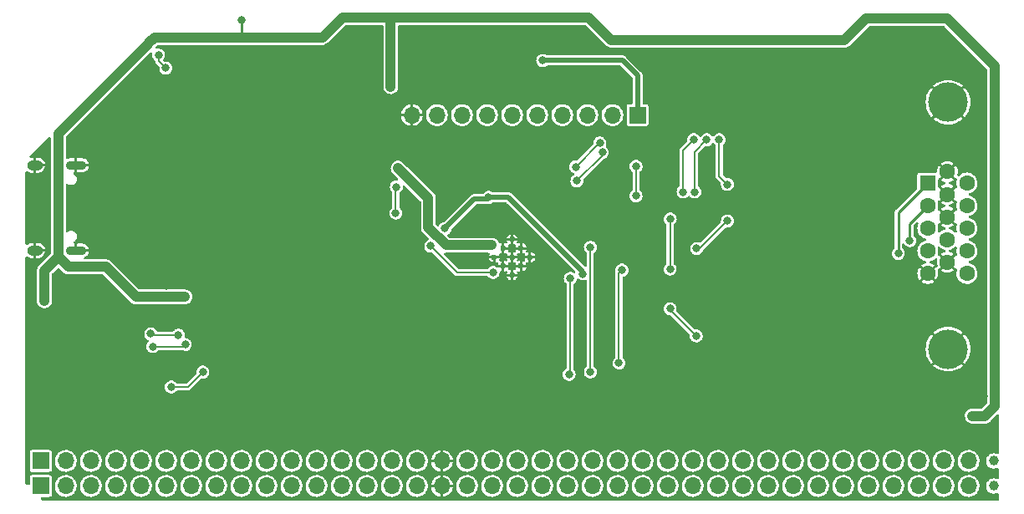
<source format=gbl>
G04 #@! TF.GenerationSoftware,KiCad,Pcbnew,6.0.7-f9a2dced07~116~ubuntu22.04.1*
G04 #@! TF.CreationDate,2022-09-25T17:36:40-07:00*
G04 #@! TF.ProjectId,rc2014compat-pico-vga,72633230-3134-4636-9f6d-7061742d7069,rev?*
G04 #@! TF.SameCoordinates,Original*
G04 #@! TF.FileFunction,Copper,L2,Bot*
G04 #@! TF.FilePolarity,Positive*
%FSLAX46Y46*%
G04 Gerber Fmt 4.6, Leading zero omitted, Abs format (unit mm)*
G04 Created by KiCad (PCBNEW 6.0.7-f9a2dced07~116~ubuntu22.04.1) date 2022-09-25 17:36:40*
%MOMM*%
%LPD*%
G01*
G04 APERTURE LIST*
G04 #@! TA.AperFunction,ComponentPad*
%ADD10R,1.700000X1.700000*%
G04 #@! TD*
G04 #@! TA.AperFunction,ComponentPad*
%ADD11O,1.700000X1.700000*%
G04 #@! TD*
G04 #@! TA.AperFunction,ComponentPad*
%ADD12C,4.000000*%
G04 #@! TD*
G04 #@! TA.AperFunction,ComponentPad*
%ADD13R,1.600000X1.600000*%
G04 #@! TD*
G04 #@! TA.AperFunction,ComponentPad*
%ADD14C,1.600000*%
G04 #@! TD*
G04 #@! TA.AperFunction,ComponentPad*
%ADD15O,1.600000X1.000000*%
G04 #@! TD*
G04 #@! TA.AperFunction,ComponentPad*
%ADD16O,2.100000X0.900000*%
G04 #@! TD*
G04 #@! TA.AperFunction,ComponentPad*
%ADD17C,0.600000*%
G04 #@! TD*
G04 #@! TA.AperFunction,ComponentPad*
%ADD18C,1.000000*%
G04 #@! TD*
G04 #@! TA.AperFunction,ViaPad*
%ADD19C,0.800000*%
G04 #@! TD*
G04 #@! TA.AperFunction,Conductor*
%ADD20C,0.500000*%
G04 #@! TD*
G04 #@! TA.AperFunction,Conductor*
%ADD21C,1.000000*%
G04 #@! TD*
G04 #@! TA.AperFunction,Conductor*
%ADD22C,0.250000*%
G04 #@! TD*
G04 #@! TA.AperFunction,Conductor*
%ADD23C,0.200000*%
G04 #@! TD*
G04 APERTURE END LIST*
D10*
G04 #@! TO.P,J1,1,Pin_1*
G04 #@! TO.N,+5V*
X216149300Y-114032800D03*
D11*
G04 #@! TO.P,J1,2,Pin_2*
G04 #@! TO.N,/GPIO18*
X213609300Y-114032800D03*
G04 #@! TO.P,J1,3,Pin_3*
G04 #@! TO.N,/GPIO19*
X211069300Y-114032800D03*
G04 #@! TO.P,J1,4,Pin_4*
G04 #@! TO.N,/GPIO22*
X208529300Y-114032800D03*
G04 #@! TO.P,J1,5,Pin_5*
G04 #@! TO.N,/GPIO26*
X205989300Y-114032800D03*
G04 #@! TO.P,J1,6,Pin_6*
G04 #@! TO.N,/GPIO27*
X203449300Y-114032800D03*
G04 #@! TO.P,J1,7,Pin_7*
G04 #@! TO.N,/GPIO28*
X200909300Y-114032800D03*
G04 #@! TO.P,J1,8,Pin_8*
G04 #@! TO.N,/GPIO5*
X198369300Y-114032800D03*
G04 #@! TO.P,J1,9,Pin_9*
G04 #@! TO.N,+3.3V*
X195829300Y-114032800D03*
G04 #@! TO.P,J1,10,Pin_10*
G04 #@! TO.N,GND*
X193289300Y-114032800D03*
G04 #@! TD*
D12*
G04 #@! TO.P,J2,0*
G04 #@! TO.N,GND*
X247605669Y-112737000D03*
X247605669Y-137737000D03*
D13*
G04 #@! TO.P,J2,1*
G04 #@! TO.N,/VGA_R*
X245555669Y-120922000D03*
D14*
G04 #@! TO.P,J2,2*
G04 #@! TO.N,/VGA_G*
X245555669Y-123212000D03*
G04 #@! TO.P,J2,3*
G04 #@! TO.N,/VGA_B*
X245555669Y-125502000D03*
G04 #@! TO.P,J2,4*
G04 #@! TO.N,unconnected-(J2-Pad4)*
X245555669Y-127792000D03*
G04 #@! TO.P,J2,5*
G04 #@! TO.N,GND*
X245555669Y-130082000D03*
G04 #@! TO.P,J2,6*
X247535669Y-119777000D03*
G04 #@! TO.P,J2,7*
X247535669Y-122067000D03*
G04 #@! TO.P,J2,8*
X247535669Y-124357000D03*
G04 #@! TO.P,J2,9*
G04 #@! TO.N,unconnected-(J2-Pad9)*
X247535669Y-126647000D03*
G04 #@! TO.P,J2,10*
G04 #@! TO.N,GND*
X247535669Y-128937000D03*
G04 #@! TO.P,J2,11*
G04 #@! TO.N,unconnected-(J2-Pad11)*
X249515669Y-120922000D03*
G04 #@! TO.P,J2,12*
G04 #@! TO.N,unconnected-(J2-Pad12)*
X249515669Y-123212000D03*
G04 #@! TO.P,J2,13*
G04 #@! TO.N,/VGA_HS*
X249515669Y-125502000D03*
G04 #@! TO.P,J2,14*
G04 #@! TO.N,/VGA_VS*
X249515669Y-127792000D03*
G04 #@! TO.P,J2,15*
G04 #@! TO.N,unconnected-(J2-Pad15)*
X249515669Y-130082000D03*
G04 #@! TD*
D15*
G04 #@! TO.P,J3,S1,SHIELD*
G04 #@! TO.N,GND*
X155102000Y-127764000D03*
D16*
X159282000Y-119124000D03*
X159282000Y-127764000D03*
D15*
X155102000Y-119124000D03*
G04 #@! TD*
D17*
G04 #@! TO.P,U2,57,GND*
G04 #@! TO.N,GND*
X205252422Y-128435100D03*
X203449300Y-130238222D03*
X204350861Y-129336661D03*
X203449300Y-128435100D03*
X202547739Y-127533539D03*
X204350861Y-127533539D03*
X202547739Y-129336661D03*
X201646178Y-128435100D03*
X203449300Y-126631978D03*
G04 #@! TD*
D10*
G04 #@! TO.P,J5,1,A15*
G04 #@! TO.N,unconnected-(J5-Pad1)*
X155702000Y-151612600D03*
D11*
G04 #@! TO.P,J5,2,A14*
G04 #@! TO.N,unconnected-(J5-Pad2)*
X158242000Y-151612600D03*
G04 #@! TO.P,J5,3,A13*
G04 #@! TO.N,unconnected-(J5-Pad3)*
X160782000Y-151612600D03*
G04 #@! TO.P,J5,4,A12*
G04 #@! TO.N,unconnected-(J5-Pad4)*
X163322000Y-151612600D03*
G04 #@! TO.P,J5,5,A11*
G04 #@! TO.N,unconnected-(J5-Pad5)*
X165862000Y-151612600D03*
G04 #@! TO.P,J5,6,A10*
G04 #@! TO.N,unconnected-(J5-Pad6)*
X168402000Y-151612600D03*
G04 #@! TO.P,J5,7,A9*
G04 #@! TO.N,unconnected-(J5-Pad7)*
X170942000Y-151612600D03*
G04 #@! TO.P,J5,8,A8*
G04 #@! TO.N,unconnected-(J5-Pad8)*
X173482000Y-151612600D03*
G04 #@! TO.P,J5,9,A7*
G04 #@! TO.N,unconnected-(J5-Pad9)*
X176022000Y-151612600D03*
G04 #@! TO.P,J5,10,A6*
G04 #@! TO.N,unconnected-(J5-Pad10)*
X178562000Y-151612600D03*
G04 #@! TO.P,J5,11,A5*
G04 #@! TO.N,unconnected-(J5-Pad11)*
X181102000Y-151612600D03*
G04 #@! TO.P,J5,12,A4*
G04 #@! TO.N,unconnected-(J5-Pad12)*
X183642000Y-151612600D03*
G04 #@! TO.P,J5,13,A3*
G04 #@! TO.N,unconnected-(J5-Pad13)*
X186182000Y-151612600D03*
G04 #@! TO.P,J5,14,A2*
G04 #@! TO.N,unconnected-(J5-Pad14)*
X188722000Y-151612600D03*
G04 #@! TO.P,J5,15,A1*
G04 #@! TO.N,unconnected-(J5-Pad15)*
X191262000Y-151612600D03*
G04 #@! TO.P,J5,16,A0*
G04 #@! TO.N,unconnected-(J5-Pad16)*
X193802000Y-151612600D03*
G04 #@! TO.P,J5,17,GND*
G04 #@! TO.N,GND*
X196342000Y-151612600D03*
G04 #@! TO.P,J5,18,+5V*
G04 #@! TO.N,+5VA*
X198882000Y-151612600D03*
G04 #@! TO.P,J5,19,/M1*
G04 #@! TO.N,unconnected-(J5-Pad19)*
X201422000Y-151612600D03*
G04 #@! TO.P,J5,20,/RESET*
G04 #@! TO.N,unconnected-(J5-Pad20)*
X203962000Y-151612600D03*
G04 #@! TO.P,J5,21,CLK*
G04 #@! TO.N,unconnected-(J5-Pad21)*
X206502000Y-151612600D03*
G04 #@! TO.P,J5,22,/INT*
G04 #@! TO.N,unconnected-(J5-Pad22)*
X209042000Y-151612600D03*
G04 #@! TO.P,J5,23,/MREQ*
G04 #@! TO.N,unconnected-(J5-Pad23)*
X211582000Y-151612600D03*
G04 #@! TO.P,J5,24,/WR*
G04 #@! TO.N,unconnected-(J5-Pad24)*
X214122000Y-151612600D03*
G04 #@! TO.P,J5,25,/RD*
G04 #@! TO.N,unconnected-(J5-Pad25)*
X216662000Y-151612600D03*
G04 #@! TO.P,J5,26,/IORQ*
G04 #@! TO.N,unconnected-(J5-Pad26)*
X219202000Y-151612600D03*
G04 #@! TO.P,J5,27,D0*
G04 #@! TO.N,unconnected-(J5-Pad27)*
X221742000Y-151612600D03*
G04 #@! TO.P,J5,28,D1*
G04 #@! TO.N,unconnected-(J5-Pad28)*
X224282000Y-151612600D03*
G04 #@! TO.P,J5,29,D2*
G04 #@! TO.N,unconnected-(J5-Pad29)*
X226822000Y-151612600D03*
G04 #@! TO.P,J5,30,D3*
G04 #@! TO.N,unconnected-(J5-Pad30)*
X229362000Y-151612600D03*
G04 #@! TO.P,J5,31,D4*
G04 #@! TO.N,unconnected-(J5-Pad31)*
X231902000Y-151612600D03*
G04 #@! TO.P,J5,32,D5*
G04 #@! TO.N,unconnected-(J5-Pad32)*
X234442000Y-151612600D03*
G04 #@! TO.P,J5,33,D6*
G04 #@! TO.N,unconnected-(J5-Pad33)*
X236982000Y-151612600D03*
G04 #@! TO.P,J5,34,D7*
G04 #@! TO.N,unconnected-(J5-Pad34)*
X239522000Y-151612600D03*
G04 #@! TO.P,J5,35,TX*
G04 #@! TO.N,/TX1*
X242062000Y-151612600D03*
G04 #@! TO.P,J5,36,RX*
G04 #@! TO.N,/RX1*
X244602000Y-151612600D03*
G04 #@! TO.P,J5,37,SPARE1*
G04 #@! TO.N,unconnected-(J5-Pad37)*
X247142000Y-151612600D03*
G04 #@! TO.P,J5,38,SPARE2*
G04 #@! TO.N,unconnected-(J5-Pad38)*
X249682000Y-151612600D03*
D18*
G04 #@! TO.P,J5,39,SPARE3*
G04 #@! TO.N,unconnected-(J5-Pad39)*
X252222000Y-151612600D03*
G04 #@! TD*
D10*
G04 #@! TO.P,J4,1,SPARE9*
G04 #@! TO.N,unconnected-(J4-Pad1)*
X155702000Y-149072600D03*
D11*
G04 #@! TO.P,J4,2,SPARE10*
G04 #@! TO.N,unconnected-(J4-Pad2)*
X158242000Y-149072600D03*
G04 #@! TO.P,J4,3,SPARE11*
G04 #@! TO.N,unconnected-(J4-Pad3)*
X160782000Y-149072600D03*
G04 #@! TO.P,J4,4,SPARE12*
G04 #@! TO.N,unconnected-(J4-Pad4)*
X163322000Y-149072600D03*
G04 #@! TO.P,J4,5,SPARE13*
G04 #@! TO.N,unconnected-(J4-Pad5)*
X165862000Y-149072600D03*
G04 #@! TO.P,J4,6,SPARE14*
G04 #@! TO.N,unconnected-(J4-Pad6)*
X168402000Y-149072600D03*
G04 #@! TO.P,J4,7,SPARE15*
G04 #@! TO.N,unconnected-(J4-Pad7)*
X170942000Y-149072600D03*
G04 #@! TO.P,J4,8,SPARE16*
G04 #@! TO.N,unconnected-(J4-Pad8)*
X173482000Y-149072600D03*
G04 #@! TO.P,J4,9,SPARE17*
G04 #@! TO.N,unconnected-(J4-Pad9)*
X176022000Y-149072600D03*
G04 #@! TO.P,J4,10,SPARE18*
G04 #@! TO.N,unconnected-(J4-Pad10)*
X178562000Y-149072600D03*
G04 #@! TO.P,J4,11,SPARE19*
G04 #@! TO.N,unconnected-(J4-Pad11)*
X181102000Y-149072600D03*
G04 #@! TO.P,J4,12,SPARE20*
G04 #@! TO.N,unconnected-(J4-Pad12)*
X183642000Y-149072600D03*
G04 #@! TO.P,J4,13,SPARE21*
G04 #@! TO.N,unconnected-(J4-Pad13)*
X186182000Y-149072600D03*
G04 #@! TO.P,J4,14,SPARE22*
G04 #@! TO.N,unconnected-(J4-Pad14)*
X188722000Y-149072600D03*
G04 #@! TO.P,J4,15,SPARE23*
G04 #@! TO.N,unconnected-(J4-Pad15)*
X191262000Y-149072600D03*
G04 #@! TO.P,J4,16,SPARE24*
G04 #@! TO.N,unconnected-(J4-Pad16)*
X193802000Y-149072600D03*
G04 #@! TO.P,J4,17,GND*
G04 #@! TO.N,GND*
X196342000Y-149072600D03*
G04 #@! TO.P,J4,18,+5V*
G04 #@! TO.N,+5VA*
X198882000Y-149072600D03*
G04 #@! TO.P,J4,19,/RFSH*
G04 #@! TO.N,unconnected-(J4-Pad19)*
X201422000Y-149072600D03*
G04 #@! TO.P,J4,20,/RST2*
G04 #@! TO.N,unconnected-(J4-Pad20)*
X203962000Y-149072600D03*
G04 #@! TO.P,J4,21,CLK2*
G04 #@! TO.N,unconnected-(J4-Pad21)*
X206502000Y-149072600D03*
G04 #@! TO.P,J4,22,/BUSACK*
G04 #@! TO.N,unconnected-(J4-Pad22)*
X209042000Y-149072600D03*
G04 #@! TO.P,J4,23,/HALT*
G04 #@! TO.N,unconnected-(J4-Pad23)*
X211582000Y-149072600D03*
G04 #@! TO.P,J4,24,/BUSRQ*
G04 #@! TO.N,unconnected-(J4-Pad24)*
X214122000Y-149072600D03*
G04 #@! TO.P,J4,25,/WAIT*
G04 #@! TO.N,unconnected-(J4-Pad25)*
X216662000Y-149072600D03*
G04 #@! TO.P,J4,26,/NMI*
G04 #@! TO.N,unconnected-(J4-Pad26)*
X219202000Y-149072600D03*
G04 #@! TO.P,J4,27,D8*
G04 #@! TO.N,unconnected-(J4-Pad27)*
X221742000Y-149072600D03*
G04 #@! TO.P,J4,28,D9*
G04 #@! TO.N,unconnected-(J4-Pad28)*
X224282000Y-149072600D03*
G04 #@! TO.P,J4,29,D10*
G04 #@! TO.N,unconnected-(J4-Pad29)*
X226822000Y-149072600D03*
G04 #@! TO.P,J4,30,D11*
G04 #@! TO.N,unconnected-(J4-Pad30)*
X229362000Y-149072600D03*
G04 #@! TO.P,J4,31,D12*
G04 #@! TO.N,unconnected-(J4-Pad31)*
X231902000Y-149072600D03*
G04 #@! TO.P,J4,32,D13*
G04 #@! TO.N,unconnected-(J4-Pad32)*
X234442000Y-149072600D03*
G04 #@! TO.P,J4,33,D14*
G04 #@! TO.N,unconnected-(J4-Pad33)*
X236982000Y-149072600D03*
G04 #@! TO.P,J4,34,D15*
G04 #@! TO.N,unconnected-(J4-Pad34)*
X239522000Y-149072600D03*
G04 #@! TO.P,J4,35,TX2*
G04 #@! TO.N,/TX2*
X242062000Y-149072600D03*
G04 #@! TO.P,J4,36,RX2*
G04 #@! TO.N,/RX2*
X244602000Y-149072600D03*
G04 #@! TO.P,J4,37,SPARE5*
G04 #@! TO.N,unconnected-(J4-Pad37)*
X247142000Y-149072600D03*
G04 #@! TO.P,J4,38,SPARE6*
G04 #@! TO.N,unconnected-(J4-Pad38)*
X249682000Y-149072600D03*
D18*
G04 #@! TO.P,J4,39,SPARE7*
G04 #@! TO.N,unconnected-(J4-Pad39)*
X252222000Y-149072600D03*
G04 #@! TD*
D19*
G04 #@! TO.N,GND*
X201676000Y-134874000D03*
X168402000Y-131318000D03*
X168402000Y-128778000D03*
X246380000Y-146812000D03*
X161798000Y-126746000D03*
X176606200Y-127076200D03*
X204266800Y-120142000D03*
X184150000Y-132842000D03*
X251249500Y-142551039D03*
X163830000Y-132805300D03*
X166116000Y-130302000D03*
X196596000Y-132842000D03*
X173990000Y-107696000D03*
X193294000Y-125984000D03*
X193294000Y-124968000D03*
X202336400Y-120142000D03*
X199948800Y-120142000D03*
X163830000Y-134620000D03*
X207518000Y-120015000D03*
X217855800Y-108483400D03*
X192547464Y-111318264D03*
X212344000Y-123952000D03*
X161290000Y-128016000D03*
X161798000Y-120142000D03*
X215646000Y-127508000D03*
X217424000Y-123698000D03*
X170434000Y-130302000D03*
X212267800Y-129590800D03*
X161290000Y-119126000D03*
X202819000Y-105308400D03*
X184780364Y-107149510D03*
X157226000Y-140335000D03*
X157226000Y-130302000D03*
X157226000Y-136144000D03*
G04 #@! TO.N,+5V*
X206552800Y-108508800D03*
G04 #@! TO.N,+3.3V*
X163576000Y-130683000D03*
X170307000Y-132461000D03*
X224663000Y-106426000D03*
X191922400Y-119430800D03*
X156083000Y-132842000D03*
X240665000Y-104267000D03*
X250063000Y-144526000D03*
X191160400Y-111150400D03*
X201396600Y-127228600D03*
X234569000Y-106426000D03*
X176022000Y-104394000D03*
X214757000Y-106426000D03*
G04 #@! TO.N,+1V1*
X201066400Y-122377200D03*
X196636864Y-125536736D03*
X210629500Y-130111500D03*
G04 #@! TO.N,/GPIO5*
X195216908Y-127314597D03*
X191719200Y-121310400D03*
X191668400Y-123952000D03*
X201514549Y-129982112D03*
G04 #@! TO.N,/VGA_R*
X242570000Y-128066800D03*
G04 #@! TO.N,/VGA_G*
X243738400Y-126746000D03*
G04 #@! TO.N,/RP2040/~{RESET}*
X216001600Y-119227600D03*
X216001600Y-122224800D03*
G04 #@! TO.N,/RP2040/SWCLK*
X209346800Y-130581400D03*
X170346100Y-137283093D03*
X209219800Y-140309600D03*
X167055800Y-137490200D03*
G04 #@! TO.N,/RP2040/SWD*
X211378800Y-127431800D03*
X166852600Y-136194800D03*
X211378800Y-140055600D03*
X169646600Y-136321800D03*
G04 #@! TO.N,/RP2040/GPIO0*
X220776800Y-121818400D03*
X214274400Y-139141200D03*
X214578201Y-129743200D03*
X221843600Y-116535200D03*
G04 #@! TO.N,/RP2040/GPIO6*
X219456000Y-133654800D03*
X219463731Y-124569331D03*
X221945200Y-121818400D03*
X223164400Y-116535200D03*
X222097600Y-136398000D03*
X219456000Y-129641600D03*
G04 #@! TO.N,/RP2040/GPIO11*
X225247200Y-121056400D03*
X224434400Y-116535200D03*
X225247200Y-124764800D03*
X222148400Y-127558800D03*
G04 #@! TO.N,/RP2040/QSPI_SS*
X168935400Y-141579600D03*
X172131682Y-140074199D03*
X167640000Y-107950000D03*
X168376600Y-109270800D03*
G04 #@! TO.N,/UART_TX*
X212589798Y-117823755D03*
X210007200Y-120700800D03*
G04 #@! TO.N,/UART_RX_3.3*
X212332300Y-116852995D03*
X209880298Y-119285988D03*
G04 #@! TD*
D20*
G04 #@! TO.N,+5V*
X216149300Y-110032800D02*
X216149300Y-114032800D01*
X206552800Y-108508800D02*
X214625300Y-108508800D01*
X214625300Y-108508800D02*
X216149300Y-110032800D01*
D21*
G04 #@! TO.N,+3.3V*
X184277000Y-106172000D02*
X186309000Y-104140000D01*
X175768000Y-106172000D02*
X184277000Y-106172000D01*
X191922400Y-119430800D02*
X194970400Y-122478800D01*
X194970400Y-125425200D02*
X196773800Y-127228600D01*
X224663000Y-106426000D02*
X234569000Y-106426000D01*
X167259000Y-106172000D02*
X175768000Y-106172000D01*
X194970400Y-122478800D02*
X194970400Y-125425200D01*
X165354000Y-132461000D02*
X163576000Y-130683000D01*
X239268000Y-104267000D02*
X240665000Y-104267000D01*
X166286500Y-107144500D02*
X166286500Y-107113572D01*
X247523000Y-104267000D02*
X252349000Y-109093000D01*
X157480000Y-128397000D02*
X157480000Y-115951000D01*
D22*
X176022000Y-104394000D02*
X176022000Y-105918000D01*
D21*
X170307000Y-132461000D02*
X165354000Y-132461000D01*
X157480000Y-115951000D02*
X166286500Y-107144500D01*
X166930572Y-106469500D02*
X166961500Y-106469500D01*
X186309000Y-104140000D02*
X191160400Y-104140000D01*
D22*
X176022000Y-105918000D02*
X175768000Y-106172000D01*
D21*
X156083000Y-129794000D02*
X156083000Y-132842000D01*
X251333000Y-144526000D02*
X250063000Y-144526000D01*
X166286500Y-107113572D02*
X166930572Y-106469500D01*
X191160400Y-104140000D02*
X211201000Y-104140000D01*
X158496000Y-129413000D02*
X157480000Y-128397000D01*
X166961500Y-106469500D02*
X167259000Y-106172000D01*
X237109000Y-106426000D02*
X239268000Y-104267000D01*
X211201000Y-104140000D02*
X213487000Y-106426000D01*
X213487000Y-106426000D02*
X214757000Y-106426000D01*
X252349000Y-109093000D02*
X252349000Y-143510000D01*
X234569000Y-106426000D02*
X237109000Y-106426000D01*
X252349000Y-143510000D02*
X251333000Y-144526000D01*
X191160400Y-104140000D02*
X191160400Y-111150400D01*
X240665000Y-104267000D02*
X247523000Y-104267000D01*
X196773800Y-127228600D02*
X201396600Y-127228600D01*
X157480000Y-128397000D02*
X156083000Y-129794000D01*
X214757000Y-106426000D02*
X224663000Y-106426000D01*
X162306000Y-129413000D02*
X158750000Y-129413000D01*
X163576000Y-130683000D02*
X162306000Y-129413000D01*
X158750000Y-129413000D02*
X158496000Y-129413000D01*
D20*
G04 #@! TO.N,+1V1*
X199626178Y-122547422D02*
X196636864Y-125536736D01*
X201066400Y-122377200D02*
X203098400Y-122377200D01*
X200896178Y-122547422D02*
X199626178Y-122547422D01*
X210629500Y-129908300D02*
X210629500Y-130111500D01*
X203098400Y-122377200D02*
X210629500Y-129908300D01*
X201066400Y-122377200D02*
X200896178Y-122547422D01*
D23*
G04 #@! TO.N,/GPIO5*
X201514549Y-129982112D02*
X197884423Y-129982112D01*
X197884423Y-129982112D02*
X195216908Y-127314597D01*
X191668400Y-121361200D02*
X191719200Y-121310400D01*
X191668400Y-123952000D02*
X191668400Y-121361200D01*
D22*
G04 #@! TO.N,/VGA_R*
X242570000Y-123907669D02*
X245555669Y-120922000D01*
X242570000Y-128066800D02*
X242570000Y-123907669D01*
G04 #@! TO.N,/VGA_G*
X243738400Y-126746000D02*
X243738400Y-125029269D01*
X243738400Y-125029269D02*
X245555669Y-123212000D01*
D23*
G04 #@! TO.N,/RP2040/~{RESET}*
X216001600Y-122224800D02*
X216001600Y-119227600D01*
G04 #@! TO.N,/RP2040/SWCLK*
X170138993Y-137490200D02*
X170346100Y-137283093D01*
X209346800Y-140182600D02*
X209219800Y-140309600D01*
X209346800Y-130581400D02*
X209346800Y-140182600D01*
X167055800Y-137490200D02*
X170138993Y-137490200D01*
G04 #@! TO.N,/RP2040/SWD*
X211378800Y-127431800D02*
X211378800Y-140055600D01*
X166979600Y-136321800D02*
X166852600Y-136194800D01*
X169646600Y-136321800D02*
X166979600Y-136321800D01*
G04 #@! TO.N,/RP2040/GPIO0*
X220776800Y-117602000D02*
X220776800Y-121818400D01*
X221843600Y-116535200D02*
X220776800Y-117602000D01*
X214274400Y-139141200D02*
X214274400Y-130047001D01*
X214274400Y-130047001D02*
X214578201Y-129743200D01*
G04 #@! TO.N,/RP2040/GPIO6*
X221945200Y-117754400D02*
X221945200Y-121818400D01*
X219456000Y-129641600D02*
X219456000Y-124577062D01*
X223164400Y-116535200D02*
X221945200Y-117754400D01*
X222097600Y-136398000D02*
X219456000Y-133756400D01*
X219456000Y-124577062D02*
X219463731Y-124569331D01*
X219456000Y-133756400D02*
X219456000Y-133654800D01*
G04 #@! TO.N,/RP2040/GPIO11*
X224434400Y-116535200D02*
X224434400Y-120243600D01*
X224434400Y-120243600D02*
X225247200Y-121056400D01*
X225247200Y-124764800D02*
X222453200Y-127558800D01*
X222453200Y-127558800D02*
X222148400Y-127558800D01*
G04 #@! TO.N,/RP2040/QSPI_SS*
X168935400Y-141579600D02*
X170626281Y-141579600D01*
X167640000Y-108534200D02*
X168376600Y-109270800D01*
X170626281Y-141579600D02*
X172131682Y-140074199D01*
X167640000Y-107950000D02*
X167640000Y-108534200D01*
G04 #@! TO.N,/UART_TX*
X212589798Y-118118202D02*
X212589798Y-117823755D01*
X210007200Y-120700800D02*
X212589798Y-118118202D01*
G04 #@! TO.N,/UART_RX_3.3*
X212313291Y-116852995D02*
X212332300Y-116852995D01*
X209880298Y-119285988D02*
X212313291Y-116852995D01*
G04 #@! TD*
G04 #@! TA.AperFunction,Conductor*
G04 #@! TO.N,GND*
G36*
X190348021Y-104914502D02*
G01*
X190394514Y-104968158D01*
X190405900Y-105020500D01*
X190405900Y-111194453D01*
X190421138Y-111325154D01*
X190481168Y-111490534D01*
X190577634Y-111637668D01*
X190705360Y-111758664D01*
X190857496Y-111847032D01*
X191025880Y-111898030D01*
X191201480Y-111908924D01*
X191208696Y-111907684D01*
X191208698Y-111907684D01*
X191367662Y-111880369D01*
X191367664Y-111880368D01*
X191374877Y-111879129D01*
X191536768Y-111810244D01*
X191678471Y-111705963D01*
X191792382Y-111571880D01*
X191814601Y-111528366D01*
X191869066Y-111421705D01*
X191869068Y-111421700D01*
X191872393Y-111415188D01*
X191914211Y-111244292D01*
X191914900Y-111233186D01*
X191914900Y-108501896D01*
X205893529Y-108501896D01*
X205899427Y-108555314D01*
X205909949Y-108650617D01*
X205910913Y-108659353D01*
X205913523Y-108666484D01*
X205913523Y-108666486D01*
X205943636Y-108748773D01*
X205965353Y-108808119D01*
X205969589Y-108814422D01*
X205969589Y-108814423D01*
X205983277Y-108834792D01*
X206053708Y-108939605D01*
X206059327Y-108944718D01*
X206059328Y-108944719D01*
X206081997Y-108965346D01*
X206170876Y-109046219D01*
X206310093Y-109121808D01*
X206463322Y-109162007D01*
X206547277Y-109163326D01*
X206614119Y-109164376D01*
X206614122Y-109164376D01*
X206621716Y-109164495D01*
X206776132Y-109129129D01*
X206860889Y-109086501D01*
X206910872Y-109061363D01*
X206910875Y-109061361D01*
X206917655Y-109057951D01*
X206934589Y-109043488D01*
X206999379Y-109014458D01*
X207016419Y-109013300D01*
X214364139Y-109013300D01*
X214432260Y-109033302D01*
X214453234Y-109050205D01*
X215607895Y-110204866D01*
X215641921Y-110267178D01*
X215644800Y-110293961D01*
X215644800Y-112802301D01*
X215624798Y-112870422D01*
X215571142Y-112916915D01*
X215518800Y-112928301D01*
X215274234Y-112928301D01*
X215238482Y-112935412D01*
X215212174Y-112940644D01*
X215212172Y-112940645D01*
X215199999Y-112943066D01*
X215189679Y-112949961D01*
X215189678Y-112949962D01*
X215156894Y-112971868D01*
X215115816Y-112999316D01*
X215059566Y-113083499D01*
X215044800Y-113157733D01*
X215044801Y-114907866D01*
X215059566Y-114982101D01*
X215066461Y-114992420D01*
X215066462Y-114992422D01*
X215106816Y-115052815D01*
X215115816Y-115066284D01*
X215199999Y-115122534D01*
X215274233Y-115137300D01*
X216149158Y-115137300D01*
X217024366Y-115137299D01*
X217060118Y-115130188D01*
X217086426Y-115124956D01*
X217086428Y-115124955D01*
X217098601Y-115122534D01*
X217108921Y-115115639D01*
X217108922Y-115115638D01*
X217172468Y-115073177D01*
X217182784Y-115066284D01*
X217239034Y-114982101D01*
X217253800Y-114907867D01*
X217253800Y-114419104D01*
X246109417Y-114419104D01*
X246115874Y-114428463D01*
X246227477Y-114526337D01*
X246234008Y-114531348D01*
X246472818Y-114690915D01*
X246479955Y-114695036D01*
X246737555Y-114822070D01*
X246745150Y-114825216D01*
X247017129Y-114917541D01*
X247025089Y-114919674D01*
X247306789Y-114975707D01*
X247314947Y-114976781D01*
X247601550Y-114995566D01*
X247609788Y-114995566D01*
X247896391Y-114976781D01*
X247904549Y-114975707D01*
X248186249Y-114919674D01*
X248194209Y-114917541D01*
X248466188Y-114825216D01*
X248473783Y-114822070D01*
X248731383Y-114695036D01*
X248738520Y-114690915D01*
X248977330Y-114531348D01*
X248983861Y-114526337D01*
X249093598Y-114430099D01*
X249101994Y-114416862D01*
X249096160Y-114407097D01*
X247618479Y-112929415D01*
X247604538Y-112921803D01*
X247602703Y-112921934D01*
X247596089Y-112926185D01*
X246116932Y-114405343D01*
X246109417Y-114419104D01*
X217253800Y-114419104D01*
X217253799Y-113157734D01*
X217239034Y-113083499D01*
X217212954Y-113044467D01*
X217189677Y-113009632D01*
X217182784Y-112999316D01*
X217098601Y-112943066D01*
X217024367Y-112928300D01*
X216779800Y-112928300D01*
X216711679Y-112908298D01*
X216665186Y-112854642D01*
X216653800Y-112802300D01*
X216653800Y-112741119D01*
X245347103Y-112741119D01*
X245365888Y-113027722D01*
X245366962Y-113035880D01*
X245422995Y-113317580D01*
X245425128Y-113325540D01*
X245517453Y-113597519D01*
X245520599Y-113605114D01*
X245647633Y-113862714D01*
X245651754Y-113869851D01*
X245811321Y-114108661D01*
X245816332Y-114115192D01*
X245912570Y-114224929D01*
X245925807Y-114233325D01*
X245935572Y-114227491D01*
X247413254Y-112749810D01*
X247419631Y-112738131D01*
X247790472Y-112738131D01*
X247790603Y-112739966D01*
X247794854Y-112746580D01*
X249274012Y-114225737D01*
X249287773Y-114233252D01*
X249297132Y-114226795D01*
X249395006Y-114115192D01*
X249400017Y-114108661D01*
X249559584Y-113869851D01*
X249563705Y-113862714D01*
X249690739Y-113605114D01*
X249693885Y-113597519D01*
X249786210Y-113325540D01*
X249788343Y-113317580D01*
X249844376Y-113035880D01*
X249845450Y-113027722D01*
X249864235Y-112741119D01*
X249864235Y-112732881D01*
X249845450Y-112446278D01*
X249844376Y-112438120D01*
X249788343Y-112156420D01*
X249786210Y-112148460D01*
X249693885Y-111876481D01*
X249690739Y-111868886D01*
X249563705Y-111611286D01*
X249559584Y-111604149D01*
X249400017Y-111365339D01*
X249395006Y-111358808D01*
X249298768Y-111249071D01*
X249285531Y-111240675D01*
X249275766Y-111246509D01*
X247798084Y-112724190D01*
X247790472Y-112738131D01*
X247419631Y-112738131D01*
X247420866Y-112735869D01*
X247420735Y-112734034D01*
X247416484Y-112727420D01*
X245937326Y-111248263D01*
X245923565Y-111240748D01*
X245914206Y-111247205D01*
X245816332Y-111358808D01*
X245811321Y-111365339D01*
X245651754Y-111604149D01*
X245647633Y-111611286D01*
X245520599Y-111868886D01*
X245517453Y-111876481D01*
X245425128Y-112148460D01*
X245422995Y-112156420D01*
X245366962Y-112438120D01*
X245365888Y-112446278D01*
X245347103Y-112732881D01*
X245347103Y-112741119D01*
X216653800Y-112741119D01*
X216653800Y-111057138D01*
X246109344Y-111057138D01*
X246115178Y-111066903D01*
X247592859Y-112544585D01*
X247606800Y-112552197D01*
X247608635Y-112552066D01*
X247615249Y-112547815D01*
X249094406Y-111068657D01*
X249101921Y-111054896D01*
X249095464Y-111045537D01*
X248983861Y-110947663D01*
X248977330Y-110942652D01*
X248738520Y-110783085D01*
X248731383Y-110778964D01*
X248473783Y-110651930D01*
X248466188Y-110648784D01*
X248194209Y-110556459D01*
X248186249Y-110554326D01*
X247904549Y-110498293D01*
X247896391Y-110497219D01*
X247609788Y-110478434D01*
X247601550Y-110478434D01*
X247314947Y-110497219D01*
X247306789Y-110498293D01*
X247025089Y-110554326D01*
X247017129Y-110556459D01*
X246745150Y-110648784D01*
X246737555Y-110651930D01*
X246479955Y-110778964D01*
X246472818Y-110783085D01*
X246234008Y-110942652D01*
X246227477Y-110947663D01*
X246117740Y-111043901D01*
X246109344Y-111057138D01*
X216653800Y-111057138D01*
X216653800Y-110103424D01*
X216655141Y-110091419D01*
X216654645Y-110091379D01*
X216655365Y-110082432D01*
X216657346Y-110073676D01*
X216654042Y-110020418D01*
X216653800Y-110012616D01*
X216653800Y-109996574D01*
X216652335Y-109986343D01*
X216651303Y-109976277D01*
X216648954Y-109938400D01*
X216648954Y-109938398D01*
X216648398Y-109929441D01*
X216645351Y-109921001D01*
X216644670Y-109917711D01*
X216640716Y-109901854D01*
X216639773Y-109898629D01*
X216638501Y-109889748D01*
X216619073Y-109847018D01*
X216615269Y-109837675D01*
X216599327Y-109793515D01*
X216594032Y-109786267D01*
X216592447Y-109783286D01*
X216584207Y-109769187D01*
X216582403Y-109766367D01*
X216578688Y-109758195D01*
X216548051Y-109722638D01*
X216541769Y-109714726D01*
X216536704Y-109707793D01*
X216536693Y-109707780D01*
X216533826Y-109703856D01*
X216522972Y-109693002D01*
X216516614Y-109686155D01*
X216490216Y-109655518D01*
X216490213Y-109655516D01*
X216484356Y-109648718D01*
X216476823Y-109643836D01*
X216470255Y-109638106D01*
X216458842Y-109628872D01*
X215031977Y-108202006D01*
X215024435Y-108192566D01*
X215024055Y-108192889D01*
X215018237Y-108186053D01*
X215013447Y-108178461D01*
X214973440Y-108143128D01*
X214967754Y-108137783D01*
X214956420Y-108126449D01*
X214952835Y-108123762D01*
X214948145Y-108120247D01*
X214940300Y-108113860D01*
X214939457Y-108113115D01*
X214905130Y-108082799D01*
X214897008Y-108078986D01*
X214894207Y-108077146D01*
X214880212Y-108068737D01*
X214877249Y-108067115D01*
X214870064Y-108061730D01*
X214861654Y-108058577D01*
X214861652Y-108058576D01*
X214826118Y-108045254D01*
X214816802Y-108041329D01*
X214774318Y-108021383D01*
X214765444Y-108020001D01*
X214762217Y-108019015D01*
X214746434Y-108014875D01*
X214743156Y-108014154D01*
X214734748Y-108011002D01*
X214720991Y-108009980D01*
X214687943Y-108007524D01*
X214677896Y-108006370D01*
X214669414Y-108005049D01*
X214669411Y-108005049D01*
X214664603Y-108004300D01*
X214649238Y-108004300D01*
X214639901Y-108003954D01*
X214623819Y-108002759D01*
X214590633Y-108000293D01*
X214581858Y-108002166D01*
X214573162Y-108002759D01*
X214558562Y-108004300D01*
X207018467Y-108004300D01*
X206950346Y-107984298D01*
X206934943Y-107972602D01*
X206934754Y-107972470D01*
X206929075Y-107967411D01*
X206789074Y-107893284D01*
X206635433Y-107854692D01*
X206627834Y-107854652D01*
X206627833Y-107854652D01*
X206561981Y-107854307D01*
X206477021Y-107853862D01*
X206469641Y-107855634D01*
X206469639Y-107855634D01*
X206330363Y-107889071D01*
X206330360Y-107889072D01*
X206322984Y-107890843D01*
X206182214Y-107963500D01*
X206062839Y-108067638D01*
X205971750Y-108197244D01*
X205914206Y-108344837D01*
X205913214Y-108352370D01*
X205913214Y-108352371D01*
X205895435Y-108487419D01*
X205893529Y-108501896D01*
X191914900Y-108501896D01*
X191914900Y-105020500D01*
X191934902Y-104952379D01*
X191988558Y-104905886D01*
X192040900Y-104894500D01*
X210836285Y-104894500D01*
X210904406Y-104914502D01*
X210925380Y-104931405D01*
X212906277Y-106912301D01*
X212918662Y-106926712D01*
X212931437Y-106944071D01*
X212940369Y-106951659D01*
X212971479Y-106978089D01*
X212978995Y-106985019D01*
X212984638Y-106990662D01*
X213006822Y-107008214D01*
X213010196Y-107010981D01*
X213065520Y-107057982D01*
X213072039Y-107061311D01*
X213077013Y-107064628D01*
X213082089Y-107067763D01*
X213087832Y-107072307D01*
X213094464Y-107075406D01*
X213094463Y-107075406D01*
X213153618Y-107103053D01*
X213157570Y-107104985D01*
X213222212Y-107137993D01*
X213229320Y-107139732D01*
X213234918Y-107141814D01*
X213240591Y-107143701D01*
X213247221Y-107146800D01*
X213300725Y-107157929D01*
X213318303Y-107161585D01*
X213322575Y-107162552D01*
X213393108Y-107179811D01*
X213398710Y-107180159D01*
X213398713Y-107180159D01*
X213404214Y-107180500D01*
X213404212Y-107180534D01*
X213408271Y-107180777D01*
X213412305Y-107181137D01*
X213419473Y-107182628D01*
X213426790Y-107182430D01*
X213496415Y-107180546D01*
X213499823Y-107180500D01*
X237042235Y-107180500D01*
X237061185Y-107181933D01*
X237075255Y-107184074D01*
X237075259Y-107184074D01*
X237082489Y-107185174D01*
X237089780Y-107184581D01*
X237089783Y-107184581D01*
X237134848Y-107180915D01*
X237145063Y-107180500D01*
X237153053Y-107180500D01*
X237160302Y-107179655D01*
X237181113Y-107177229D01*
X237185487Y-107176796D01*
X237250549Y-107171504D01*
X237250552Y-107171503D01*
X237257847Y-107170910D01*
X237264809Y-107168655D01*
X237270677Y-107167482D01*
X237276484Y-107166110D01*
X237283754Y-107165262D01*
X237352060Y-107140468D01*
X237356163Y-107139060D01*
X237425222Y-107116688D01*
X237431479Y-107112891D01*
X237436926Y-107110398D01*
X237442254Y-107107730D01*
X237449134Y-107105232D01*
X237509849Y-107065426D01*
X237513559Y-107063085D01*
X237570838Y-107028327D01*
X237570840Y-107028325D01*
X237575633Y-107025417D01*
X237583974Y-107018051D01*
X237583996Y-107018076D01*
X237587041Y-107015376D01*
X237590146Y-107012780D01*
X237596268Y-107008766D01*
X237649216Y-106952873D01*
X237651593Y-106950432D01*
X239543619Y-105058405D01*
X239605931Y-105024380D01*
X239632714Y-105021500D01*
X247158285Y-105021500D01*
X247226406Y-105041502D01*
X247247380Y-105058405D01*
X251557595Y-109368619D01*
X251591621Y-109430931D01*
X251594500Y-109457714D01*
X251594500Y-143145284D01*
X251574498Y-143213405D01*
X251557596Y-143234379D01*
X251057381Y-143734595D01*
X250995068Y-143768620D01*
X250968285Y-143771500D01*
X250018947Y-143771500D01*
X249927050Y-143782214D01*
X249895518Y-143785890D01*
X249895516Y-143785890D01*
X249888246Y-143786738D01*
X249881369Y-143789234D01*
X249881366Y-143789235D01*
X249729745Y-143844271D01*
X249722866Y-143846768D01*
X249716749Y-143850778D01*
X249716746Y-143850780D01*
X249649299Y-143895001D01*
X249575732Y-143943234D01*
X249454736Y-144070960D01*
X249366368Y-144223096D01*
X249315370Y-144391480D01*
X249304476Y-144567080D01*
X249334271Y-144740477D01*
X249403156Y-144902368D01*
X249507437Y-145044071D01*
X249641520Y-145157982D01*
X249656110Y-145165432D01*
X249791695Y-145234666D01*
X249791700Y-145234668D01*
X249798212Y-145237993D01*
X249805318Y-145239732D01*
X249805321Y-145239733D01*
X249886710Y-145259648D01*
X249969108Y-145279811D01*
X249974710Y-145280159D01*
X249974713Y-145280159D01*
X249978275Y-145280380D01*
X249978284Y-145280380D01*
X249980214Y-145280500D01*
X251266235Y-145280500D01*
X251285185Y-145281933D01*
X251299255Y-145284074D01*
X251299259Y-145284074D01*
X251306489Y-145285174D01*
X251313780Y-145284581D01*
X251313783Y-145284581D01*
X251358848Y-145280915D01*
X251369063Y-145280500D01*
X251377053Y-145280500D01*
X251384302Y-145279655D01*
X251405113Y-145277229D01*
X251409487Y-145276796D01*
X251474549Y-145271504D01*
X251474552Y-145271503D01*
X251481847Y-145270910D01*
X251488809Y-145268655D01*
X251494677Y-145267482D01*
X251500484Y-145266110D01*
X251507754Y-145265262D01*
X251576060Y-145240468D01*
X251580163Y-145239060D01*
X251649222Y-145216688D01*
X251655479Y-145212891D01*
X251660926Y-145210398D01*
X251666254Y-145207730D01*
X251673134Y-145205232D01*
X251733849Y-145165426D01*
X251737559Y-145163085D01*
X251794838Y-145128327D01*
X251794840Y-145128325D01*
X251799633Y-145125417D01*
X251807974Y-145118051D01*
X251807996Y-145118076D01*
X251811041Y-145115376D01*
X251814146Y-145112780D01*
X251820268Y-145108766D01*
X251873199Y-145052891D01*
X251875575Y-145050450D01*
X252530404Y-144395620D01*
X252592717Y-144361595D01*
X252663532Y-144366659D01*
X252720368Y-144409206D01*
X252745179Y-144475726D01*
X252745500Y-144484715D01*
X252745500Y-148264475D01*
X252725498Y-148332596D01*
X252671842Y-148379089D01*
X252601568Y-148389193D01*
X252567568Y-148378609D01*
X252566759Y-148378087D01*
X252547353Y-148371024D01*
X252410946Y-148321376D01*
X252410942Y-148321375D01*
X252404323Y-148318966D01*
X252270814Y-148302100D01*
X252178539Y-148302100D01*
X252050217Y-148316494D01*
X252043564Y-148318811D01*
X252043563Y-148318811D01*
X251977260Y-148341900D01*
X251886972Y-148373342D01*
X251740378Y-148464944D01*
X251735380Y-148469907D01*
X251735379Y-148469908D01*
X251716493Y-148488663D01*
X251617721Y-148586747D01*
X251525098Y-148732698D01*
X251489261Y-148833338D01*
X251477992Y-148864986D01*
X251467111Y-148895542D01*
X251466278Y-148902528D01*
X251466277Y-148902532D01*
X251461485Y-148942724D01*
X251446644Y-149067187D01*
X251447380Y-149074190D01*
X251447380Y-149074191D01*
X251461032Y-149204075D01*
X251464713Y-149239100D01*
X251494003Y-149325140D01*
X251494239Y-149325831D01*
X251520420Y-149402739D01*
X251524110Y-149408738D01*
X251524111Y-149408739D01*
X251591388Y-149518097D01*
X251610996Y-149549969D01*
X251731940Y-149673473D01*
X251877241Y-149767113D01*
X251883864Y-149769524D01*
X251883867Y-149769525D01*
X252033054Y-149823824D01*
X252033058Y-149823825D01*
X252039677Y-149826234D01*
X252173186Y-149843100D01*
X252265461Y-149843100D01*
X252393783Y-149828706D01*
X252407803Y-149823824D01*
X252510838Y-149787943D01*
X252557028Y-149771858D01*
X252563002Y-149768125D01*
X252565058Y-149767140D01*
X252635135Y-149755745D01*
X252700247Y-149784045D01*
X252739723Y-149843055D01*
X252745500Y-149880771D01*
X252745500Y-150804475D01*
X252725498Y-150872596D01*
X252671842Y-150919089D01*
X252601568Y-150929193D01*
X252567568Y-150918609D01*
X252566759Y-150918087D01*
X252547353Y-150911024D01*
X252410946Y-150861376D01*
X252410942Y-150861375D01*
X252404323Y-150858966D01*
X252270814Y-150842100D01*
X252178539Y-150842100D01*
X252050217Y-150856494D01*
X252043564Y-150858811D01*
X252043563Y-150858811D01*
X251977260Y-150881900D01*
X251886972Y-150913342D01*
X251740378Y-151004944D01*
X251735380Y-151009907D01*
X251735379Y-151009908D01*
X251716493Y-151028663D01*
X251617721Y-151126747D01*
X251525098Y-151272698D01*
X251496911Y-151351856D01*
X251477992Y-151404986D01*
X251467111Y-151435542D01*
X251466278Y-151442528D01*
X251466277Y-151442532D01*
X251458105Y-151511066D01*
X251446644Y-151607187D01*
X251447380Y-151614190D01*
X251447380Y-151614191D01*
X251461032Y-151744075D01*
X251464713Y-151779100D01*
X251494003Y-151865140D01*
X251494239Y-151865831D01*
X251520420Y-151942739D01*
X251524110Y-151948738D01*
X251524111Y-151948739D01*
X251606180Y-152082141D01*
X251610996Y-152089969D01*
X251731940Y-152213473D01*
X251877241Y-152307113D01*
X251883864Y-152309524D01*
X251883867Y-152309525D01*
X252033054Y-152363824D01*
X252033058Y-152363825D01*
X252039677Y-152366234D01*
X252173186Y-152383100D01*
X252265461Y-152383100D01*
X252393783Y-152368706D01*
X252407803Y-152363824D01*
X252510838Y-152327943D01*
X252557028Y-152311858D01*
X252563002Y-152308125D01*
X252565058Y-152307140D01*
X252635135Y-152295745D01*
X252700247Y-152324045D01*
X252739723Y-152383055D01*
X252745500Y-152420771D01*
X252745500Y-152984700D01*
X252725498Y-153052821D01*
X252671842Y-153099314D01*
X252619500Y-153110700D01*
X155910854Y-153110700D01*
X155842733Y-153090698D01*
X155796240Y-153037042D01*
X155787676Y-153011220D01*
X155763862Y-152900608D01*
X155757190Y-152869619D01*
X155762407Y-152798814D01*
X155805075Y-152742069D01*
X155871648Y-152717401D01*
X155880368Y-152717099D01*
X156577066Y-152717099D01*
X156612818Y-152709988D01*
X156639126Y-152704756D01*
X156639128Y-152704755D01*
X156651301Y-152702334D01*
X156661621Y-152695439D01*
X156661622Y-152695438D01*
X156725168Y-152652977D01*
X156735484Y-152646084D01*
X156791734Y-152561901D01*
X156806500Y-152487667D01*
X156806499Y-151583564D01*
X157133148Y-151583564D01*
X157146424Y-151786122D01*
X157147845Y-151791718D01*
X157147846Y-151791723D01*
X157184506Y-151936069D01*
X157196392Y-151982869D01*
X157198809Y-151988112D01*
X157235912Y-152068594D01*
X157281377Y-152167216D01*
X157284710Y-152171932D01*
X157385237Y-152314175D01*
X157398533Y-152332989D01*
X157543938Y-152474635D01*
X157712720Y-152587412D01*
X157718023Y-152589690D01*
X157718026Y-152589692D01*
X157849283Y-152646084D01*
X157899228Y-152667542D01*
X157972244Y-152684064D01*
X158091579Y-152711067D01*
X158091584Y-152711068D01*
X158097216Y-152712342D01*
X158102987Y-152712569D01*
X158102989Y-152712569D01*
X158162756Y-152714917D01*
X158300053Y-152720312D01*
X158407348Y-152704755D01*
X158495231Y-152692013D01*
X158495236Y-152692012D01*
X158500945Y-152691184D01*
X158506409Y-152689329D01*
X158506414Y-152689328D01*
X158687693Y-152627792D01*
X158687698Y-152627790D01*
X158693165Y-152625934D01*
X158699019Y-152622656D01*
X158768470Y-152583761D01*
X158870276Y-152526747D01*
X158880980Y-152517845D01*
X159021913Y-152400631D01*
X159026345Y-152396945D01*
X159086976Y-152324045D01*
X159152453Y-152245318D01*
X159152455Y-152245315D01*
X159156147Y-152240876D01*
X159230870Y-152107448D01*
X159252510Y-152068808D01*
X159252511Y-152068806D01*
X159255334Y-152063765D01*
X159257190Y-152058298D01*
X159257192Y-152058293D01*
X159318728Y-151877014D01*
X159318729Y-151877009D01*
X159320584Y-151871545D01*
X159321412Y-151865836D01*
X159321413Y-151865831D01*
X159349179Y-151674327D01*
X159349712Y-151670653D01*
X159351232Y-151612600D01*
X159348564Y-151583564D01*
X159673148Y-151583564D01*
X159686424Y-151786122D01*
X159687845Y-151791718D01*
X159687846Y-151791723D01*
X159724506Y-151936069D01*
X159736392Y-151982869D01*
X159738809Y-151988112D01*
X159775912Y-152068594D01*
X159821377Y-152167216D01*
X159824710Y-152171932D01*
X159925237Y-152314175D01*
X159938533Y-152332989D01*
X160083938Y-152474635D01*
X160252720Y-152587412D01*
X160258023Y-152589690D01*
X160258026Y-152589692D01*
X160389283Y-152646084D01*
X160439228Y-152667542D01*
X160512244Y-152684064D01*
X160631579Y-152711067D01*
X160631584Y-152711068D01*
X160637216Y-152712342D01*
X160642987Y-152712569D01*
X160642989Y-152712569D01*
X160702756Y-152714917D01*
X160840053Y-152720312D01*
X160947348Y-152704755D01*
X161035231Y-152692013D01*
X161035236Y-152692012D01*
X161040945Y-152691184D01*
X161046409Y-152689329D01*
X161046414Y-152689328D01*
X161227693Y-152627792D01*
X161227698Y-152627790D01*
X161233165Y-152625934D01*
X161239019Y-152622656D01*
X161308470Y-152583761D01*
X161410276Y-152526747D01*
X161420980Y-152517845D01*
X161561913Y-152400631D01*
X161566345Y-152396945D01*
X161626976Y-152324045D01*
X161692453Y-152245318D01*
X161692455Y-152245315D01*
X161696147Y-152240876D01*
X161770870Y-152107448D01*
X161792510Y-152068808D01*
X161792511Y-152068806D01*
X161795334Y-152063765D01*
X161797190Y-152058298D01*
X161797192Y-152058293D01*
X161858728Y-151877014D01*
X161858729Y-151877009D01*
X161860584Y-151871545D01*
X161861412Y-151865836D01*
X161861413Y-151865831D01*
X161889179Y-151674327D01*
X161889712Y-151670653D01*
X161891232Y-151612600D01*
X161888564Y-151583564D01*
X162213148Y-151583564D01*
X162226424Y-151786122D01*
X162227845Y-151791718D01*
X162227846Y-151791723D01*
X162264506Y-151936069D01*
X162276392Y-151982869D01*
X162278809Y-151988112D01*
X162315912Y-152068594D01*
X162361377Y-152167216D01*
X162364710Y-152171932D01*
X162465237Y-152314175D01*
X162478533Y-152332989D01*
X162623938Y-152474635D01*
X162792720Y-152587412D01*
X162798023Y-152589690D01*
X162798026Y-152589692D01*
X162929283Y-152646084D01*
X162979228Y-152667542D01*
X163052244Y-152684064D01*
X163171579Y-152711067D01*
X163171584Y-152711068D01*
X163177216Y-152712342D01*
X163182987Y-152712569D01*
X163182989Y-152712569D01*
X163242756Y-152714917D01*
X163380053Y-152720312D01*
X163487348Y-152704755D01*
X163575231Y-152692013D01*
X163575236Y-152692012D01*
X163580945Y-152691184D01*
X163586409Y-152689329D01*
X163586414Y-152689328D01*
X163767693Y-152627792D01*
X163767698Y-152627790D01*
X163773165Y-152625934D01*
X163779019Y-152622656D01*
X163848470Y-152583761D01*
X163950276Y-152526747D01*
X163960980Y-152517845D01*
X164101913Y-152400631D01*
X164106345Y-152396945D01*
X164166976Y-152324045D01*
X164232453Y-152245318D01*
X164232455Y-152245315D01*
X164236147Y-152240876D01*
X164310870Y-152107448D01*
X164332510Y-152068808D01*
X164332511Y-152068806D01*
X164335334Y-152063765D01*
X164337190Y-152058298D01*
X164337192Y-152058293D01*
X164398728Y-151877014D01*
X164398729Y-151877009D01*
X164400584Y-151871545D01*
X164401412Y-151865836D01*
X164401413Y-151865831D01*
X164429179Y-151674327D01*
X164429712Y-151670653D01*
X164431232Y-151612600D01*
X164428564Y-151583564D01*
X164753148Y-151583564D01*
X164766424Y-151786122D01*
X164767845Y-151791718D01*
X164767846Y-151791723D01*
X164804506Y-151936069D01*
X164816392Y-151982869D01*
X164818809Y-151988112D01*
X164855912Y-152068594D01*
X164901377Y-152167216D01*
X164904710Y-152171932D01*
X165005237Y-152314175D01*
X165018533Y-152332989D01*
X165163938Y-152474635D01*
X165332720Y-152587412D01*
X165338023Y-152589690D01*
X165338026Y-152589692D01*
X165469283Y-152646084D01*
X165519228Y-152667542D01*
X165592244Y-152684064D01*
X165711579Y-152711067D01*
X165711584Y-152711068D01*
X165717216Y-152712342D01*
X165722987Y-152712569D01*
X165722989Y-152712569D01*
X165782756Y-152714917D01*
X165920053Y-152720312D01*
X166027348Y-152704755D01*
X166115231Y-152692013D01*
X166115236Y-152692012D01*
X166120945Y-152691184D01*
X166126409Y-152689329D01*
X166126414Y-152689328D01*
X166307693Y-152627792D01*
X166307698Y-152627790D01*
X166313165Y-152625934D01*
X166319019Y-152622656D01*
X166388470Y-152583761D01*
X166490276Y-152526747D01*
X166500980Y-152517845D01*
X166641913Y-152400631D01*
X166646345Y-152396945D01*
X166706976Y-152324045D01*
X166772453Y-152245318D01*
X166772455Y-152245315D01*
X166776147Y-152240876D01*
X166850870Y-152107448D01*
X166872510Y-152068808D01*
X166872511Y-152068806D01*
X166875334Y-152063765D01*
X166877190Y-152058298D01*
X166877192Y-152058293D01*
X166938728Y-151877014D01*
X166938729Y-151877009D01*
X166940584Y-151871545D01*
X166941412Y-151865836D01*
X166941413Y-151865831D01*
X166969179Y-151674327D01*
X166969712Y-151670653D01*
X166971232Y-151612600D01*
X166968564Y-151583564D01*
X167293148Y-151583564D01*
X167306424Y-151786122D01*
X167307845Y-151791718D01*
X167307846Y-151791723D01*
X167344506Y-151936069D01*
X167356392Y-151982869D01*
X167358809Y-151988112D01*
X167395912Y-152068594D01*
X167441377Y-152167216D01*
X167444710Y-152171932D01*
X167545237Y-152314175D01*
X167558533Y-152332989D01*
X167703938Y-152474635D01*
X167872720Y-152587412D01*
X167878023Y-152589690D01*
X167878026Y-152589692D01*
X168009283Y-152646084D01*
X168059228Y-152667542D01*
X168132244Y-152684064D01*
X168251579Y-152711067D01*
X168251584Y-152711068D01*
X168257216Y-152712342D01*
X168262987Y-152712569D01*
X168262989Y-152712569D01*
X168322756Y-152714917D01*
X168460053Y-152720312D01*
X168567348Y-152704755D01*
X168655231Y-152692013D01*
X168655236Y-152692012D01*
X168660945Y-152691184D01*
X168666409Y-152689329D01*
X168666414Y-152689328D01*
X168847693Y-152627792D01*
X168847698Y-152627790D01*
X168853165Y-152625934D01*
X168859019Y-152622656D01*
X168928470Y-152583761D01*
X169030276Y-152526747D01*
X169040980Y-152517845D01*
X169181913Y-152400631D01*
X169186345Y-152396945D01*
X169246976Y-152324045D01*
X169312453Y-152245318D01*
X169312455Y-152245315D01*
X169316147Y-152240876D01*
X169390870Y-152107448D01*
X169412510Y-152068808D01*
X169412511Y-152068806D01*
X169415334Y-152063765D01*
X169417190Y-152058298D01*
X169417192Y-152058293D01*
X169478728Y-151877014D01*
X169478729Y-151877009D01*
X169480584Y-151871545D01*
X169481412Y-151865836D01*
X169481413Y-151865831D01*
X169509179Y-151674327D01*
X169509712Y-151670653D01*
X169511232Y-151612600D01*
X169508564Y-151583564D01*
X169833148Y-151583564D01*
X169846424Y-151786122D01*
X169847845Y-151791718D01*
X169847846Y-151791723D01*
X169884506Y-151936069D01*
X169896392Y-151982869D01*
X169898809Y-151988112D01*
X169935912Y-152068594D01*
X169981377Y-152167216D01*
X169984710Y-152171932D01*
X170085237Y-152314175D01*
X170098533Y-152332989D01*
X170243938Y-152474635D01*
X170412720Y-152587412D01*
X170418023Y-152589690D01*
X170418026Y-152589692D01*
X170549283Y-152646084D01*
X170599228Y-152667542D01*
X170672244Y-152684064D01*
X170791579Y-152711067D01*
X170791584Y-152711068D01*
X170797216Y-152712342D01*
X170802987Y-152712569D01*
X170802989Y-152712569D01*
X170862756Y-152714917D01*
X171000053Y-152720312D01*
X171107348Y-152704755D01*
X171195231Y-152692013D01*
X171195236Y-152692012D01*
X171200945Y-152691184D01*
X171206409Y-152689329D01*
X171206414Y-152689328D01*
X171387693Y-152627792D01*
X171387698Y-152627790D01*
X171393165Y-152625934D01*
X171399019Y-152622656D01*
X171468470Y-152583761D01*
X171570276Y-152526747D01*
X171580980Y-152517845D01*
X171721913Y-152400631D01*
X171726345Y-152396945D01*
X171786976Y-152324045D01*
X171852453Y-152245318D01*
X171852455Y-152245315D01*
X171856147Y-152240876D01*
X171930870Y-152107448D01*
X171952510Y-152068808D01*
X171952511Y-152068806D01*
X171955334Y-152063765D01*
X171957190Y-152058298D01*
X171957192Y-152058293D01*
X172018728Y-151877014D01*
X172018729Y-151877009D01*
X172020584Y-151871545D01*
X172021412Y-151865836D01*
X172021413Y-151865831D01*
X172049179Y-151674327D01*
X172049712Y-151670653D01*
X172051232Y-151612600D01*
X172048564Y-151583564D01*
X172373148Y-151583564D01*
X172386424Y-151786122D01*
X172387845Y-151791718D01*
X172387846Y-151791723D01*
X172424506Y-151936069D01*
X172436392Y-151982869D01*
X172438809Y-151988112D01*
X172475912Y-152068594D01*
X172521377Y-152167216D01*
X172524710Y-152171932D01*
X172625237Y-152314175D01*
X172638533Y-152332989D01*
X172783938Y-152474635D01*
X172952720Y-152587412D01*
X172958023Y-152589690D01*
X172958026Y-152589692D01*
X173089283Y-152646084D01*
X173139228Y-152667542D01*
X173212244Y-152684064D01*
X173331579Y-152711067D01*
X173331584Y-152711068D01*
X173337216Y-152712342D01*
X173342987Y-152712569D01*
X173342989Y-152712569D01*
X173402756Y-152714917D01*
X173540053Y-152720312D01*
X173647348Y-152704755D01*
X173735231Y-152692013D01*
X173735236Y-152692012D01*
X173740945Y-152691184D01*
X173746409Y-152689329D01*
X173746414Y-152689328D01*
X173927693Y-152627792D01*
X173927698Y-152627790D01*
X173933165Y-152625934D01*
X173939019Y-152622656D01*
X174008470Y-152583761D01*
X174110276Y-152526747D01*
X174120980Y-152517845D01*
X174261913Y-152400631D01*
X174266345Y-152396945D01*
X174326976Y-152324045D01*
X174392453Y-152245318D01*
X174392455Y-152245315D01*
X174396147Y-152240876D01*
X174470870Y-152107448D01*
X174492510Y-152068808D01*
X174492511Y-152068806D01*
X174495334Y-152063765D01*
X174497190Y-152058298D01*
X174497192Y-152058293D01*
X174558728Y-151877014D01*
X174558729Y-151877009D01*
X174560584Y-151871545D01*
X174561412Y-151865836D01*
X174561413Y-151865831D01*
X174589179Y-151674327D01*
X174589712Y-151670653D01*
X174591232Y-151612600D01*
X174588564Y-151583564D01*
X174913148Y-151583564D01*
X174926424Y-151786122D01*
X174927845Y-151791718D01*
X174927846Y-151791723D01*
X174964506Y-151936069D01*
X174976392Y-151982869D01*
X174978809Y-151988112D01*
X175015912Y-152068594D01*
X175061377Y-152167216D01*
X175064710Y-152171932D01*
X175165237Y-152314175D01*
X175178533Y-152332989D01*
X175323938Y-152474635D01*
X175492720Y-152587412D01*
X175498023Y-152589690D01*
X175498026Y-152589692D01*
X175629283Y-152646084D01*
X175679228Y-152667542D01*
X175752244Y-152684064D01*
X175871579Y-152711067D01*
X175871584Y-152711068D01*
X175877216Y-152712342D01*
X175882987Y-152712569D01*
X175882989Y-152712569D01*
X175942756Y-152714917D01*
X176080053Y-152720312D01*
X176187348Y-152704755D01*
X176275231Y-152692013D01*
X176275236Y-152692012D01*
X176280945Y-152691184D01*
X176286409Y-152689329D01*
X176286414Y-152689328D01*
X176467693Y-152627792D01*
X176467698Y-152627790D01*
X176473165Y-152625934D01*
X176479019Y-152622656D01*
X176548470Y-152583761D01*
X176650276Y-152526747D01*
X176660980Y-152517845D01*
X176801913Y-152400631D01*
X176806345Y-152396945D01*
X176866976Y-152324045D01*
X176932453Y-152245318D01*
X176932455Y-152245315D01*
X176936147Y-152240876D01*
X177010870Y-152107448D01*
X177032510Y-152068808D01*
X177032511Y-152068806D01*
X177035334Y-152063765D01*
X177037190Y-152058298D01*
X177037192Y-152058293D01*
X177098728Y-151877014D01*
X177098729Y-151877009D01*
X177100584Y-151871545D01*
X177101412Y-151865836D01*
X177101413Y-151865831D01*
X177129179Y-151674327D01*
X177129712Y-151670653D01*
X177131232Y-151612600D01*
X177128564Y-151583564D01*
X177453148Y-151583564D01*
X177466424Y-151786122D01*
X177467845Y-151791718D01*
X177467846Y-151791723D01*
X177504506Y-151936069D01*
X177516392Y-151982869D01*
X177518809Y-151988112D01*
X177555912Y-152068594D01*
X177601377Y-152167216D01*
X177604710Y-152171932D01*
X177705237Y-152314175D01*
X177718533Y-152332989D01*
X177863938Y-152474635D01*
X178032720Y-152587412D01*
X178038023Y-152589690D01*
X178038026Y-152589692D01*
X178169283Y-152646084D01*
X178219228Y-152667542D01*
X178292244Y-152684064D01*
X178411579Y-152711067D01*
X178411584Y-152711068D01*
X178417216Y-152712342D01*
X178422987Y-152712569D01*
X178422989Y-152712569D01*
X178482756Y-152714917D01*
X178620053Y-152720312D01*
X178727348Y-152704755D01*
X178815231Y-152692013D01*
X178815236Y-152692012D01*
X178820945Y-152691184D01*
X178826409Y-152689329D01*
X178826414Y-152689328D01*
X179007693Y-152627792D01*
X179007698Y-152627790D01*
X179013165Y-152625934D01*
X179019019Y-152622656D01*
X179088470Y-152583761D01*
X179190276Y-152526747D01*
X179200980Y-152517845D01*
X179341913Y-152400631D01*
X179346345Y-152396945D01*
X179406976Y-152324045D01*
X179472453Y-152245318D01*
X179472455Y-152245315D01*
X179476147Y-152240876D01*
X179550870Y-152107448D01*
X179572510Y-152068808D01*
X179572511Y-152068806D01*
X179575334Y-152063765D01*
X179577190Y-152058298D01*
X179577192Y-152058293D01*
X179638728Y-151877014D01*
X179638729Y-151877009D01*
X179640584Y-151871545D01*
X179641412Y-151865836D01*
X179641413Y-151865831D01*
X179669179Y-151674327D01*
X179669712Y-151670653D01*
X179671232Y-151612600D01*
X179668564Y-151583564D01*
X179993148Y-151583564D01*
X180006424Y-151786122D01*
X180007845Y-151791718D01*
X180007846Y-151791723D01*
X180044506Y-151936069D01*
X180056392Y-151982869D01*
X180058809Y-151988112D01*
X180095912Y-152068594D01*
X180141377Y-152167216D01*
X180144710Y-152171932D01*
X180245237Y-152314175D01*
X180258533Y-152332989D01*
X180403938Y-152474635D01*
X180572720Y-152587412D01*
X180578023Y-152589690D01*
X180578026Y-152589692D01*
X180709283Y-152646084D01*
X180759228Y-152667542D01*
X180832244Y-152684064D01*
X180951579Y-152711067D01*
X180951584Y-152711068D01*
X180957216Y-152712342D01*
X180962987Y-152712569D01*
X180962989Y-152712569D01*
X181022756Y-152714917D01*
X181160053Y-152720312D01*
X181267348Y-152704755D01*
X181355231Y-152692013D01*
X181355236Y-152692012D01*
X181360945Y-152691184D01*
X181366409Y-152689329D01*
X181366414Y-152689328D01*
X181547693Y-152627792D01*
X181547698Y-152627790D01*
X181553165Y-152625934D01*
X181559019Y-152622656D01*
X181628470Y-152583761D01*
X181730276Y-152526747D01*
X181740980Y-152517845D01*
X181881913Y-152400631D01*
X181886345Y-152396945D01*
X181946976Y-152324045D01*
X182012453Y-152245318D01*
X182012455Y-152245315D01*
X182016147Y-152240876D01*
X182090870Y-152107448D01*
X182112510Y-152068808D01*
X182112511Y-152068806D01*
X182115334Y-152063765D01*
X182117190Y-152058298D01*
X182117192Y-152058293D01*
X182178728Y-151877014D01*
X182178729Y-151877009D01*
X182180584Y-151871545D01*
X182181412Y-151865836D01*
X182181413Y-151865831D01*
X182209179Y-151674327D01*
X182209712Y-151670653D01*
X182211232Y-151612600D01*
X182208564Y-151583564D01*
X182533148Y-151583564D01*
X182546424Y-151786122D01*
X182547845Y-151791718D01*
X182547846Y-151791723D01*
X182584506Y-151936069D01*
X182596392Y-151982869D01*
X182598809Y-151988112D01*
X182635912Y-152068594D01*
X182681377Y-152167216D01*
X182684710Y-152171932D01*
X182785237Y-152314175D01*
X182798533Y-152332989D01*
X182943938Y-152474635D01*
X183112720Y-152587412D01*
X183118023Y-152589690D01*
X183118026Y-152589692D01*
X183249283Y-152646084D01*
X183299228Y-152667542D01*
X183372244Y-152684064D01*
X183491579Y-152711067D01*
X183491584Y-152711068D01*
X183497216Y-152712342D01*
X183502987Y-152712569D01*
X183502989Y-152712569D01*
X183562756Y-152714917D01*
X183700053Y-152720312D01*
X183807348Y-152704755D01*
X183895231Y-152692013D01*
X183895236Y-152692012D01*
X183900945Y-152691184D01*
X183906409Y-152689329D01*
X183906414Y-152689328D01*
X184087693Y-152627792D01*
X184087698Y-152627790D01*
X184093165Y-152625934D01*
X184099019Y-152622656D01*
X184168470Y-152583761D01*
X184270276Y-152526747D01*
X184280980Y-152517845D01*
X184421913Y-152400631D01*
X184426345Y-152396945D01*
X184486976Y-152324045D01*
X184552453Y-152245318D01*
X184552455Y-152245315D01*
X184556147Y-152240876D01*
X184630870Y-152107448D01*
X184652510Y-152068808D01*
X184652511Y-152068806D01*
X184655334Y-152063765D01*
X184657190Y-152058298D01*
X184657192Y-152058293D01*
X184718728Y-151877014D01*
X184718729Y-151877009D01*
X184720584Y-151871545D01*
X184721412Y-151865836D01*
X184721413Y-151865831D01*
X184749179Y-151674327D01*
X184749712Y-151670653D01*
X184751232Y-151612600D01*
X184748564Y-151583564D01*
X185073148Y-151583564D01*
X185086424Y-151786122D01*
X185087845Y-151791718D01*
X185087846Y-151791723D01*
X185124506Y-151936069D01*
X185136392Y-151982869D01*
X185138809Y-151988112D01*
X185175912Y-152068594D01*
X185221377Y-152167216D01*
X185224710Y-152171932D01*
X185325237Y-152314175D01*
X185338533Y-152332989D01*
X185483938Y-152474635D01*
X185652720Y-152587412D01*
X185658023Y-152589690D01*
X185658026Y-152589692D01*
X185789283Y-152646084D01*
X185839228Y-152667542D01*
X185912244Y-152684064D01*
X186031579Y-152711067D01*
X186031584Y-152711068D01*
X186037216Y-152712342D01*
X186042987Y-152712569D01*
X186042989Y-152712569D01*
X186102756Y-152714917D01*
X186240053Y-152720312D01*
X186347348Y-152704755D01*
X186435231Y-152692013D01*
X186435236Y-152692012D01*
X186440945Y-152691184D01*
X186446409Y-152689329D01*
X186446414Y-152689328D01*
X186627693Y-152627792D01*
X186627698Y-152627790D01*
X186633165Y-152625934D01*
X186639019Y-152622656D01*
X186708470Y-152583761D01*
X186810276Y-152526747D01*
X186820980Y-152517845D01*
X186961913Y-152400631D01*
X186966345Y-152396945D01*
X187026976Y-152324045D01*
X187092453Y-152245318D01*
X187092455Y-152245315D01*
X187096147Y-152240876D01*
X187170870Y-152107448D01*
X187192510Y-152068808D01*
X187192511Y-152068806D01*
X187195334Y-152063765D01*
X187197190Y-152058298D01*
X187197192Y-152058293D01*
X187258728Y-151877014D01*
X187258729Y-151877009D01*
X187260584Y-151871545D01*
X187261412Y-151865836D01*
X187261413Y-151865831D01*
X187289179Y-151674327D01*
X187289712Y-151670653D01*
X187291232Y-151612600D01*
X187288564Y-151583564D01*
X187613148Y-151583564D01*
X187626424Y-151786122D01*
X187627845Y-151791718D01*
X187627846Y-151791723D01*
X187664506Y-151936069D01*
X187676392Y-151982869D01*
X187678809Y-151988112D01*
X187715912Y-152068594D01*
X187761377Y-152167216D01*
X187764710Y-152171932D01*
X187865237Y-152314175D01*
X187878533Y-152332989D01*
X188023938Y-152474635D01*
X188192720Y-152587412D01*
X188198023Y-152589690D01*
X188198026Y-152589692D01*
X188329283Y-152646084D01*
X188379228Y-152667542D01*
X188452244Y-152684064D01*
X188571579Y-152711067D01*
X188571584Y-152711068D01*
X188577216Y-152712342D01*
X188582987Y-152712569D01*
X188582989Y-152712569D01*
X188642756Y-152714917D01*
X188780053Y-152720312D01*
X188887348Y-152704755D01*
X188975231Y-152692013D01*
X188975236Y-152692012D01*
X188980945Y-152691184D01*
X188986409Y-152689329D01*
X188986414Y-152689328D01*
X189167693Y-152627792D01*
X189167698Y-152627790D01*
X189173165Y-152625934D01*
X189179019Y-152622656D01*
X189248470Y-152583761D01*
X189350276Y-152526747D01*
X189360980Y-152517845D01*
X189501913Y-152400631D01*
X189506345Y-152396945D01*
X189566976Y-152324045D01*
X189632453Y-152245318D01*
X189632455Y-152245315D01*
X189636147Y-152240876D01*
X189710870Y-152107448D01*
X189732510Y-152068808D01*
X189732511Y-152068806D01*
X189735334Y-152063765D01*
X189737190Y-152058298D01*
X189737192Y-152058293D01*
X189798728Y-151877014D01*
X189798729Y-151877009D01*
X189800584Y-151871545D01*
X189801412Y-151865836D01*
X189801413Y-151865831D01*
X189829179Y-151674327D01*
X189829712Y-151670653D01*
X189831232Y-151612600D01*
X189828564Y-151583564D01*
X190153148Y-151583564D01*
X190166424Y-151786122D01*
X190167845Y-151791718D01*
X190167846Y-151791723D01*
X190204506Y-151936069D01*
X190216392Y-151982869D01*
X190218809Y-151988112D01*
X190255912Y-152068594D01*
X190301377Y-152167216D01*
X190304710Y-152171932D01*
X190405237Y-152314175D01*
X190418533Y-152332989D01*
X190563938Y-152474635D01*
X190732720Y-152587412D01*
X190738023Y-152589690D01*
X190738026Y-152589692D01*
X190869283Y-152646084D01*
X190919228Y-152667542D01*
X190992244Y-152684064D01*
X191111579Y-152711067D01*
X191111584Y-152711068D01*
X191117216Y-152712342D01*
X191122987Y-152712569D01*
X191122989Y-152712569D01*
X191182756Y-152714917D01*
X191320053Y-152720312D01*
X191427348Y-152704755D01*
X191515231Y-152692013D01*
X191515236Y-152692012D01*
X191520945Y-152691184D01*
X191526409Y-152689329D01*
X191526414Y-152689328D01*
X191707693Y-152627792D01*
X191707698Y-152627790D01*
X191713165Y-152625934D01*
X191719019Y-152622656D01*
X191788470Y-152583761D01*
X191890276Y-152526747D01*
X191900980Y-152517845D01*
X192041913Y-152400631D01*
X192046345Y-152396945D01*
X192106976Y-152324045D01*
X192172453Y-152245318D01*
X192172455Y-152245315D01*
X192176147Y-152240876D01*
X192250870Y-152107448D01*
X192272510Y-152068808D01*
X192272511Y-152068806D01*
X192275334Y-152063765D01*
X192277190Y-152058298D01*
X192277192Y-152058293D01*
X192338728Y-151877014D01*
X192338729Y-151877009D01*
X192340584Y-151871545D01*
X192341412Y-151865836D01*
X192341413Y-151865831D01*
X192369179Y-151674327D01*
X192369712Y-151670653D01*
X192371232Y-151612600D01*
X192368564Y-151583564D01*
X192693148Y-151583564D01*
X192706424Y-151786122D01*
X192707845Y-151791718D01*
X192707846Y-151791723D01*
X192744506Y-151936069D01*
X192756392Y-151982869D01*
X192758809Y-151988112D01*
X192795912Y-152068594D01*
X192841377Y-152167216D01*
X192844710Y-152171932D01*
X192945237Y-152314175D01*
X192958533Y-152332989D01*
X193103938Y-152474635D01*
X193272720Y-152587412D01*
X193278023Y-152589690D01*
X193278026Y-152589692D01*
X193409283Y-152646084D01*
X193459228Y-152667542D01*
X193532244Y-152684064D01*
X193651579Y-152711067D01*
X193651584Y-152711068D01*
X193657216Y-152712342D01*
X193662987Y-152712569D01*
X193662989Y-152712569D01*
X193722756Y-152714917D01*
X193860053Y-152720312D01*
X193967348Y-152704755D01*
X194055231Y-152692013D01*
X194055236Y-152692012D01*
X194060945Y-152691184D01*
X194066409Y-152689329D01*
X194066414Y-152689328D01*
X194247693Y-152627792D01*
X194247698Y-152627790D01*
X194253165Y-152625934D01*
X194259019Y-152622656D01*
X194328470Y-152583761D01*
X194430276Y-152526747D01*
X194440980Y-152517845D01*
X194581913Y-152400631D01*
X194586345Y-152396945D01*
X194646976Y-152324045D01*
X194712453Y-152245318D01*
X194712455Y-152245315D01*
X194716147Y-152240876D01*
X194790870Y-152107448D01*
X194812510Y-152068808D01*
X194812511Y-152068806D01*
X194815334Y-152063765D01*
X194817190Y-152058298D01*
X194817192Y-152058293D01*
X194878728Y-151877014D01*
X194878729Y-151877009D01*
X194880584Y-151871545D01*
X194881412Y-151865836D01*
X194881413Y-151865831D01*
X194897453Y-151755202D01*
X195244899Y-151755202D01*
X195246542Y-151780276D01*
X195248343Y-151791646D01*
X195295443Y-151977102D01*
X195299284Y-151987948D01*
X195379394Y-152161720D01*
X195385145Y-152171681D01*
X195495579Y-152327943D01*
X195503057Y-152336698D01*
X195640114Y-152470212D01*
X195649058Y-152477455D01*
X195808156Y-152583761D01*
X195818266Y-152589251D01*
X195994077Y-152664785D01*
X196005020Y-152668340D01*
X196191647Y-152710570D01*
X196198383Y-152711457D01*
X196212302Y-152707957D01*
X196212658Y-152707578D01*
X196215000Y-152697744D01*
X196215000Y-152691695D01*
X196469000Y-152691695D01*
X196472966Y-152705201D01*
X196486966Y-152707205D01*
X196595106Y-152691526D01*
X196606302Y-152688838D01*
X196787497Y-152627330D01*
X196797994Y-152622656D01*
X196964958Y-152529152D01*
X196974430Y-152522642D01*
X197121553Y-152400282D01*
X197129682Y-152392153D01*
X197252042Y-152245030D01*
X197258552Y-152235558D01*
X197352056Y-152068594D01*
X197356730Y-152058097D01*
X197418238Y-151876902D01*
X197420926Y-151865706D01*
X197436610Y-151757529D01*
X197434624Y-151743593D01*
X197421056Y-151739600D01*
X196487115Y-151739600D01*
X196471876Y-151744075D01*
X196470671Y-151745465D01*
X196469000Y-151753148D01*
X196469000Y-152691695D01*
X196215000Y-152691695D01*
X196215000Y-151757715D01*
X196210525Y-151742476D01*
X196209135Y-151741271D01*
X196201452Y-151739600D01*
X195261991Y-151739600D01*
X195246951Y-151744016D01*
X195244899Y-151755202D01*
X194897453Y-151755202D01*
X194909179Y-151674327D01*
X194909712Y-151670653D01*
X194911232Y-151612600D01*
X194908564Y-151583564D01*
X197773148Y-151583564D01*
X197786424Y-151786122D01*
X197787845Y-151791718D01*
X197787846Y-151791723D01*
X197824506Y-151936069D01*
X197836392Y-151982869D01*
X197838809Y-151988112D01*
X197875912Y-152068594D01*
X197921377Y-152167216D01*
X197924710Y-152171932D01*
X198025237Y-152314175D01*
X198038533Y-152332989D01*
X198183938Y-152474635D01*
X198352720Y-152587412D01*
X198358023Y-152589690D01*
X198358026Y-152589692D01*
X198489283Y-152646084D01*
X198539228Y-152667542D01*
X198612244Y-152684064D01*
X198731579Y-152711067D01*
X198731584Y-152711068D01*
X198737216Y-152712342D01*
X198742987Y-152712569D01*
X198742989Y-152712569D01*
X198802756Y-152714917D01*
X198940053Y-152720312D01*
X199047348Y-152704755D01*
X199135231Y-152692013D01*
X199135236Y-152692012D01*
X199140945Y-152691184D01*
X199146409Y-152689329D01*
X199146414Y-152689328D01*
X199327693Y-152627792D01*
X199327698Y-152627790D01*
X199333165Y-152625934D01*
X199339019Y-152622656D01*
X199408470Y-152583761D01*
X199510276Y-152526747D01*
X199520980Y-152517845D01*
X199661913Y-152400631D01*
X199666345Y-152396945D01*
X199726976Y-152324045D01*
X199792453Y-152245318D01*
X199792455Y-152245315D01*
X199796147Y-152240876D01*
X199870870Y-152107448D01*
X199892510Y-152068808D01*
X199892511Y-152068806D01*
X199895334Y-152063765D01*
X199897190Y-152058298D01*
X199897192Y-152058293D01*
X199958728Y-151877014D01*
X199958729Y-151877009D01*
X199960584Y-151871545D01*
X199961412Y-151865836D01*
X199961413Y-151865831D01*
X199989179Y-151674327D01*
X199989712Y-151670653D01*
X199991232Y-151612600D01*
X199988564Y-151583564D01*
X200313148Y-151583564D01*
X200326424Y-151786122D01*
X200327845Y-151791718D01*
X200327846Y-151791723D01*
X200364506Y-151936069D01*
X200376392Y-151982869D01*
X200378809Y-151988112D01*
X200415912Y-152068594D01*
X200461377Y-152167216D01*
X200464710Y-152171932D01*
X200565237Y-152314175D01*
X200578533Y-152332989D01*
X200723938Y-152474635D01*
X200892720Y-152587412D01*
X200898023Y-152589690D01*
X200898026Y-152589692D01*
X201029283Y-152646084D01*
X201079228Y-152667542D01*
X201152244Y-152684064D01*
X201271579Y-152711067D01*
X201271584Y-152711068D01*
X201277216Y-152712342D01*
X201282987Y-152712569D01*
X201282989Y-152712569D01*
X201342756Y-152714917D01*
X201480053Y-152720312D01*
X201587348Y-152704755D01*
X201675231Y-152692013D01*
X201675236Y-152692012D01*
X201680945Y-152691184D01*
X201686409Y-152689329D01*
X201686414Y-152689328D01*
X201867693Y-152627792D01*
X201867698Y-152627790D01*
X201873165Y-152625934D01*
X201879019Y-152622656D01*
X201948470Y-152583761D01*
X202050276Y-152526747D01*
X202060980Y-152517845D01*
X202201913Y-152400631D01*
X202206345Y-152396945D01*
X202266976Y-152324045D01*
X202332453Y-152245318D01*
X202332455Y-152245315D01*
X202336147Y-152240876D01*
X202410870Y-152107448D01*
X202432510Y-152068808D01*
X202432511Y-152068806D01*
X202435334Y-152063765D01*
X202437190Y-152058298D01*
X202437192Y-152058293D01*
X202498728Y-151877014D01*
X202498729Y-151877009D01*
X202500584Y-151871545D01*
X202501412Y-151865836D01*
X202501413Y-151865831D01*
X202529179Y-151674327D01*
X202529712Y-151670653D01*
X202531232Y-151612600D01*
X202528564Y-151583564D01*
X202853148Y-151583564D01*
X202866424Y-151786122D01*
X202867845Y-151791718D01*
X202867846Y-151791723D01*
X202904506Y-151936069D01*
X202916392Y-151982869D01*
X202918809Y-151988112D01*
X202955912Y-152068594D01*
X203001377Y-152167216D01*
X203004710Y-152171932D01*
X203105237Y-152314175D01*
X203118533Y-152332989D01*
X203263938Y-152474635D01*
X203432720Y-152587412D01*
X203438023Y-152589690D01*
X203438026Y-152589692D01*
X203569283Y-152646084D01*
X203619228Y-152667542D01*
X203692244Y-152684064D01*
X203811579Y-152711067D01*
X203811584Y-152711068D01*
X203817216Y-152712342D01*
X203822987Y-152712569D01*
X203822989Y-152712569D01*
X203882756Y-152714917D01*
X204020053Y-152720312D01*
X204127348Y-152704755D01*
X204215231Y-152692013D01*
X204215236Y-152692012D01*
X204220945Y-152691184D01*
X204226409Y-152689329D01*
X204226414Y-152689328D01*
X204407693Y-152627792D01*
X204407698Y-152627790D01*
X204413165Y-152625934D01*
X204419019Y-152622656D01*
X204488470Y-152583761D01*
X204590276Y-152526747D01*
X204600980Y-152517845D01*
X204741913Y-152400631D01*
X204746345Y-152396945D01*
X204806976Y-152324045D01*
X204872453Y-152245318D01*
X204872455Y-152245315D01*
X204876147Y-152240876D01*
X204950870Y-152107448D01*
X204972510Y-152068808D01*
X204972511Y-152068806D01*
X204975334Y-152063765D01*
X204977190Y-152058298D01*
X204977192Y-152058293D01*
X205038728Y-151877014D01*
X205038729Y-151877009D01*
X205040584Y-151871545D01*
X205041412Y-151865836D01*
X205041413Y-151865831D01*
X205069179Y-151674327D01*
X205069712Y-151670653D01*
X205071232Y-151612600D01*
X205068564Y-151583564D01*
X205393148Y-151583564D01*
X205406424Y-151786122D01*
X205407845Y-151791718D01*
X205407846Y-151791723D01*
X205444506Y-151936069D01*
X205456392Y-151982869D01*
X205458809Y-151988112D01*
X205495912Y-152068594D01*
X205541377Y-152167216D01*
X205544710Y-152171932D01*
X205645237Y-152314175D01*
X205658533Y-152332989D01*
X205803938Y-152474635D01*
X205972720Y-152587412D01*
X205978023Y-152589690D01*
X205978026Y-152589692D01*
X206109283Y-152646084D01*
X206159228Y-152667542D01*
X206232244Y-152684064D01*
X206351579Y-152711067D01*
X206351584Y-152711068D01*
X206357216Y-152712342D01*
X206362987Y-152712569D01*
X206362989Y-152712569D01*
X206422756Y-152714917D01*
X206560053Y-152720312D01*
X206667348Y-152704755D01*
X206755231Y-152692013D01*
X206755236Y-152692012D01*
X206760945Y-152691184D01*
X206766409Y-152689329D01*
X206766414Y-152689328D01*
X206947693Y-152627792D01*
X206947698Y-152627790D01*
X206953165Y-152625934D01*
X206959019Y-152622656D01*
X207028470Y-152583761D01*
X207130276Y-152526747D01*
X207140980Y-152517845D01*
X207281913Y-152400631D01*
X207286345Y-152396945D01*
X207346976Y-152324045D01*
X207412453Y-152245318D01*
X207412455Y-152245315D01*
X207416147Y-152240876D01*
X207490870Y-152107448D01*
X207512510Y-152068808D01*
X207512511Y-152068806D01*
X207515334Y-152063765D01*
X207517190Y-152058298D01*
X207517192Y-152058293D01*
X207578728Y-151877014D01*
X207578729Y-151877009D01*
X207580584Y-151871545D01*
X207581412Y-151865836D01*
X207581413Y-151865831D01*
X207609179Y-151674327D01*
X207609712Y-151670653D01*
X207611232Y-151612600D01*
X207608564Y-151583564D01*
X207933148Y-151583564D01*
X207946424Y-151786122D01*
X207947845Y-151791718D01*
X207947846Y-151791723D01*
X207984506Y-151936069D01*
X207996392Y-151982869D01*
X207998809Y-151988112D01*
X208035912Y-152068594D01*
X208081377Y-152167216D01*
X208084710Y-152171932D01*
X208185237Y-152314175D01*
X208198533Y-152332989D01*
X208343938Y-152474635D01*
X208512720Y-152587412D01*
X208518023Y-152589690D01*
X208518026Y-152589692D01*
X208649283Y-152646084D01*
X208699228Y-152667542D01*
X208772244Y-152684064D01*
X208891579Y-152711067D01*
X208891584Y-152711068D01*
X208897216Y-152712342D01*
X208902987Y-152712569D01*
X208902989Y-152712569D01*
X208962756Y-152714917D01*
X209100053Y-152720312D01*
X209207348Y-152704755D01*
X209295231Y-152692013D01*
X209295236Y-152692012D01*
X209300945Y-152691184D01*
X209306409Y-152689329D01*
X209306414Y-152689328D01*
X209487693Y-152627792D01*
X209487698Y-152627790D01*
X209493165Y-152625934D01*
X209499019Y-152622656D01*
X209568470Y-152583761D01*
X209670276Y-152526747D01*
X209680980Y-152517845D01*
X209821913Y-152400631D01*
X209826345Y-152396945D01*
X209886976Y-152324045D01*
X209952453Y-152245318D01*
X209952455Y-152245315D01*
X209956147Y-152240876D01*
X210030870Y-152107448D01*
X210052510Y-152068808D01*
X210052511Y-152068806D01*
X210055334Y-152063765D01*
X210057190Y-152058298D01*
X210057192Y-152058293D01*
X210118728Y-151877014D01*
X210118729Y-151877009D01*
X210120584Y-151871545D01*
X210121412Y-151865836D01*
X210121413Y-151865831D01*
X210149179Y-151674327D01*
X210149712Y-151670653D01*
X210151232Y-151612600D01*
X210148564Y-151583564D01*
X210473148Y-151583564D01*
X210486424Y-151786122D01*
X210487845Y-151791718D01*
X210487846Y-151791723D01*
X210524506Y-151936069D01*
X210536392Y-151982869D01*
X210538809Y-151988112D01*
X210575912Y-152068594D01*
X210621377Y-152167216D01*
X210624710Y-152171932D01*
X210725237Y-152314175D01*
X210738533Y-152332989D01*
X210883938Y-152474635D01*
X211052720Y-152587412D01*
X211058023Y-152589690D01*
X211058026Y-152589692D01*
X211189283Y-152646084D01*
X211239228Y-152667542D01*
X211312244Y-152684064D01*
X211431579Y-152711067D01*
X211431584Y-152711068D01*
X211437216Y-152712342D01*
X211442987Y-152712569D01*
X211442989Y-152712569D01*
X211502756Y-152714917D01*
X211640053Y-152720312D01*
X211747348Y-152704755D01*
X211835231Y-152692013D01*
X211835236Y-152692012D01*
X211840945Y-152691184D01*
X211846409Y-152689329D01*
X211846414Y-152689328D01*
X212027693Y-152627792D01*
X212027698Y-152627790D01*
X212033165Y-152625934D01*
X212039019Y-152622656D01*
X212108470Y-152583761D01*
X212210276Y-152526747D01*
X212220980Y-152517845D01*
X212361913Y-152400631D01*
X212366345Y-152396945D01*
X212426976Y-152324045D01*
X212492453Y-152245318D01*
X212492455Y-152245315D01*
X212496147Y-152240876D01*
X212570870Y-152107448D01*
X212592510Y-152068808D01*
X212592511Y-152068806D01*
X212595334Y-152063765D01*
X212597190Y-152058298D01*
X212597192Y-152058293D01*
X212658728Y-151877014D01*
X212658729Y-151877009D01*
X212660584Y-151871545D01*
X212661412Y-151865836D01*
X212661413Y-151865831D01*
X212689179Y-151674327D01*
X212689712Y-151670653D01*
X212691232Y-151612600D01*
X212688564Y-151583564D01*
X213013148Y-151583564D01*
X213026424Y-151786122D01*
X213027845Y-151791718D01*
X213027846Y-151791723D01*
X213064506Y-151936069D01*
X213076392Y-151982869D01*
X213078809Y-151988112D01*
X213115912Y-152068594D01*
X213161377Y-152167216D01*
X213164710Y-152171932D01*
X213265237Y-152314175D01*
X213278533Y-152332989D01*
X213423938Y-152474635D01*
X213592720Y-152587412D01*
X213598023Y-152589690D01*
X213598026Y-152589692D01*
X213729283Y-152646084D01*
X213779228Y-152667542D01*
X213852244Y-152684064D01*
X213971579Y-152711067D01*
X213971584Y-152711068D01*
X213977216Y-152712342D01*
X213982987Y-152712569D01*
X213982989Y-152712569D01*
X214042756Y-152714917D01*
X214180053Y-152720312D01*
X214287348Y-152704755D01*
X214375231Y-152692013D01*
X214375236Y-152692012D01*
X214380945Y-152691184D01*
X214386409Y-152689329D01*
X214386414Y-152689328D01*
X214567693Y-152627792D01*
X214567698Y-152627790D01*
X214573165Y-152625934D01*
X214579019Y-152622656D01*
X214648470Y-152583761D01*
X214750276Y-152526747D01*
X214760980Y-152517845D01*
X214901913Y-152400631D01*
X214906345Y-152396945D01*
X214966976Y-152324045D01*
X215032453Y-152245318D01*
X215032455Y-152245315D01*
X215036147Y-152240876D01*
X215110870Y-152107448D01*
X215132510Y-152068808D01*
X215132511Y-152068806D01*
X215135334Y-152063765D01*
X215137190Y-152058298D01*
X215137192Y-152058293D01*
X215198728Y-151877014D01*
X215198729Y-151877009D01*
X215200584Y-151871545D01*
X215201412Y-151865836D01*
X215201413Y-151865831D01*
X215229179Y-151674327D01*
X215229712Y-151670653D01*
X215231232Y-151612600D01*
X215228564Y-151583564D01*
X215553148Y-151583564D01*
X215566424Y-151786122D01*
X215567845Y-151791718D01*
X215567846Y-151791723D01*
X215604506Y-151936069D01*
X215616392Y-151982869D01*
X215618809Y-151988112D01*
X215655912Y-152068594D01*
X215701377Y-152167216D01*
X215704710Y-152171932D01*
X215805237Y-152314175D01*
X215818533Y-152332989D01*
X215963938Y-152474635D01*
X216132720Y-152587412D01*
X216138023Y-152589690D01*
X216138026Y-152589692D01*
X216269283Y-152646084D01*
X216319228Y-152667542D01*
X216392244Y-152684064D01*
X216511579Y-152711067D01*
X216511584Y-152711068D01*
X216517216Y-152712342D01*
X216522987Y-152712569D01*
X216522989Y-152712569D01*
X216582756Y-152714917D01*
X216720053Y-152720312D01*
X216827348Y-152704755D01*
X216915231Y-152692013D01*
X216915236Y-152692012D01*
X216920945Y-152691184D01*
X216926409Y-152689329D01*
X216926414Y-152689328D01*
X217107693Y-152627792D01*
X217107698Y-152627790D01*
X217113165Y-152625934D01*
X217119019Y-152622656D01*
X217188470Y-152583761D01*
X217290276Y-152526747D01*
X217300980Y-152517845D01*
X217441913Y-152400631D01*
X217446345Y-152396945D01*
X217506976Y-152324045D01*
X217572453Y-152245318D01*
X217572455Y-152245315D01*
X217576147Y-152240876D01*
X217650870Y-152107448D01*
X217672510Y-152068808D01*
X217672511Y-152068806D01*
X217675334Y-152063765D01*
X217677190Y-152058298D01*
X217677192Y-152058293D01*
X217738728Y-151877014D01*
X217738729Y-151877009D01*
X217740584Y-151871545D01*
X217741412Y-151865836D01*
X217741413Y-151865831D01*
X217769179Y-151674327D01*
X217769712Y-151670653D01*
X217771232Y-151612600D01*
X217768564Y-151583564D01*
X218093148Y-151583564D01*
X218106424Y-151786122D01*
X218107845Y-151791718D01*
X218107846Y-151791723D01*
X218144506Y-151936069D01*
X218156392Y-151982869D01*
X218158809Y-151988112D01*
X218195912Y-152068594D01*
X218241377Y-152167216D01*
X218244710Y-152171932D01*
X218345237Y-152314175D01*
X218358533Y-152332989D01*
X218503938Y-152474635D01*
X218672720Y-152587412D01*
X218678023Y-152589690D01*
X218678026Y-152589692D01*
X218809283Y-152646084D01*
X218859228Y-152667542D01*
X218932244Y-152684064D01*
X219051579Y-152711067D01*
X219051584Y-152711068D01*
X219057216Y-152712342D01*
X219062987Y-152712569D01*
X219062989Y-152712569D01*
X219122756Y-152714917D01*
X219260053Y-152720312D01*
X219367348Y-152704755D01*
X219455231Y-152692013D01*
X219455236Y-152692012D01*
X219460945Y-152691184D01*
X219466409Y-152689329D01*
X219466414Y-152689328D01*
X219647693Y-152627792D01*
X219647698Y-152627790D01*
X219653165Y-152625934D01*
X219659019Y-152622656D01*
X219728470Y-152583761D01*
X219830276Y-152526747D01*
X219840980Y-152517845D01*
X219981913Y-152400631D01*
X219986345Y-152396945D01*
X220046976Y-152324045D01*
X220112453Y-152245318D01*
X220112455Y-152245315D01*
X220116147Y-152240876D01*
X220190870Y-152107448D01*
X220212510Y-152068808D01*
X220212511Y-152068806D01*
X220215334Y-152063765D01*
X220217190Y-152058298D01*
X220217192Y-152058293D01*
X220278728Y-151877014D01*
X220278729Y-151877009D01*
X220280584Y-151871545D01*
X220281412Y-151865836D01*
X220281413Y-151865831D01*
X220309179Y-151674327D01*
X220309712Y-151670653D01*
X220311232Y-151612600D01*
X220308564Y-151583564D01*
X220633148Y-151583564D01*
X220646424Y-151786122D01*
X220647845Y-151791718D01*
X220647846Y-151791723D01*
X220684506Y-151936069D01*
X220696392Y-151982869D01*
X220698809Y-151988112D01*
X220735912Y-152068594D01*
X220781377Y-152167216D01*
X220784710Y-152171932D01*
X220885237Y-152314175D01*
X220898533Y-152332989D01*
X221043938Y-152474635D01*
X221212720Y-152587412D01*
X221218023Y-152589690D01*
X221218026Y-152589692D01*
X221349283Y-152646084D01*
X221399228Y-152667542D01*
X221472244Y-152684064D01*
X221591579Y-152711067D01*
X221591584Y-152711068D01*
X221597216Y-152712342D01*
X221602987Y-152712569D01*
X221602989Y-152712569D01*
X221662756Y-152714917D01*
X221800053Y-152720312D01*
X221907348Y-152704755D01*
X221995231Y-152692013D01*
X221995236Y-152692012D01*
X222000945Y-152691184D01*
X222006409Y-152689329D01*
X222006414Y-152689328D01*
X222187693Y-152627792D01*
X222187698Y-152627790D01*
X222193165Y-152625934D01*
X222199019Y-152622656D01*
X222268470Y-152583761D01*
X222370276Y-152526747D01*
X222380980Y-152517845D01*
X222521913Y-152400631D01*
X222526345Y-152396945D01*
X222586976Y-152324045D01*
X222652453Y-152245318D01*
X222652455Y-152245315D01*
X222656147Y-152240876D01*
X222730870Y-152107448D01*
X222752510Y-152068808D01*
X222752511Y-152068806D01*
X222755334Y-152063765D01*
X222757190Y-152058298D01*
X222757192Y-152058293D01*
X222818728Y-151877014D01*
X222818729Y-151877009D01*
X222820584Y-151871545D01*
X222821412Y-151865836D01*
X222821413Y-151865831D01*
X222849179Y-151674327D01*
X222849712Y-151670653D01*
X222851232Y-151612600D01*
X222848564Y-151583564D01*
X223173148Y-151583564D01*
X223186424Y-151786122D01*
X223187845Y-151791718D01*
X223187846Y-151791723D01*
X223224506Y-151936069D01*
X223236392Y-151982869D01*
X223238809Y-151988112D01*
X223275912Y-152068594D01*
X223321377Y-152167216D01*
X223324710Y-152171932D01*
X223425237Y-152314175D01*
X223438533Y-152332989D01*
X223583938Y-152474635D01*
X223752720Y-152587412D01*
X223758023Y-152589690D01*
X223758026Y-152589692D01*
X223889283Y-152646084D01*
X223939228Y-152667542D01*
X224012244Y-152684064D01*
X224131579Y-152711067D01*
X224131584Y-152711068D01*
X224137216Y-152712342D01*
X224142987Y-152712569D01*
X224142989Y-152712569D01*
X224202756Y-152714917D01*
X224340053Y-152720312D01*
X224447348Y-152704755D01*
X224535231Y-152692013D01*
X224535236Y-152692012D01*
X224540945Y-152691184D01*
X224546409Y-152689329D01*
X224546414Y-152689328D01*
X224727693Y-152627792D01*
X224727698Y-152627790D01*
X224733165Y-152625934D01*
X224739019Y-152622656D01*
X224808470Y-152583761D01*
X224910276Y-152526747D01*
X224920980Y-152517845D01*
X225061913Y-152400631D01*
X225066345Y-152396945D01*
X225126976Y-152324045D01*
X225192453Y-152245318D01*
X225192455Y-152245315D01*
X225196147Y-152240876D01*
X225270870Y-152107448D01*
X225292510Y-152068808D01*
X225292511Y-152068806D01*
X225295334Y-152063765D01*
X225297190Y-152058298D01*
X225297192Y-152058293D01*
X225358728Y-151877014D01*
X225358729Y-151877009D01*
X225360584Y-151871545D01*
X225361412Y-151865836D01*
X225361413Y-151865831D01*
X225389179Y-151674327D01*
X225389712Y-151670653D01*
X225391232Y-151612600D01*
X225388564Y-151583564D01*
X225713148Y-151583564D01*
X225726424Y-151786122D01*
X225727845Y-151791718D01*
X225727846Y-151791723D01*
X225764506Y-151936069D01*
X225776392Y-151982869D01*
X225778809Y-151988112D01*
X225815912Y-152068594D01*
X225861377Y-152167216D01*
X225864710Y-152171932D01*
X225965237Y-152314175D01*
X225978533Y-152332989D01*
X226123938Y-152474635D01*
X226292720Y-152587412D01*
X226298023Y-152589690D01*
X226298026Y-152589692D01*
X226429283Y-152646084D01*
X226479228Y-152667542D01*
X226552244Y-152684064D01*
X226671579Y-152711067D01*
X226671584Y-152711068D01*
X226677216Y-152712342D01*
X226682987Y-152712569D01*
X226682989Y-152712569D01*
X226742756Y-152714917D01*
X226880053Y-152720312D01*
X226987348Y-152704755D01*
X227075231Y-152692013D01*
X227075236Y-152692012D01*
X227080945Y-152691184D01*
X227086409Y-152689329D01*
X227086414Y-152689328D01*
X227267693Y-152627792D01*
X227267698Y-152627790D01*
X227273165Y-152625934D01*
X227279019Y-152622656D01*
X227348470Y-152583761D01*
X227450276Y-152526747D01*
X227460980Y-152517845D01*
X227601913Y-152400631D01*
X227606345Y-152396945D01*
X227666976Y-152324045D01*
X227732453Y-152245318D01*
X227732455Y-152245315D01*
X227736147Y-152240876D01*
X227810870Y-152107448D01*
X227832510Y-152068808D01*
X227832511Y-152068806D01*
X227835334Y-152063765D01*
X227837190Y-152058298D01*
X227837192Y-152058293D01*
X227898728Y-151877014D01*
X227898729Y-151877009D01*
X227900584Y-151871545D01*
X227901412Y-151865836D01*
X227901413Y-151865831D01*
X227929179Y-151674327D01*
X227929712Y-151670653D01*
X227931232Y-151612600D01*
X227928564Y-151583564D01*
X228253148Y-151583564D01*
X228266424Y-151786122D01*
X228267845Y-151791718D01*
X228267846Y-151791723D01*
X228304506Y-151936069D01*
X228316392Y-151982869D01*
X228318809Y-151988112D01*
X228355912Y-152068594D01*
X228401377Y-152167216D01*
X228404710Y-152171932D01*
X228505237Y-152314175D01*
X228518533Y-152332989D01*
X228663938Y-152474635D01*
X228832720Y-152587412D01*
X228838023Y-152589690D01*
X228838026Y-152589692D01*
X228969283Y-152646084D01*
X229019228Y-152667542D01*
X229092244Y-152684064D01*
X229211579Y-152711067D01*
X229211584Y-152711068D01*
X229217216Y-152712342D01*
X229222987Y-152712569D01*
X229222989Y-152712569D01*
X229282756Y-152714917D01*
X229420053Y-152720312D01*
X229527348Y-152704755D01*
X229615231Y-152692013D01*
X229615236Y-152692012D01*
X229620945Y-152691184D01*
X229626409Y-152689329D01*
X229626414Y-152689328D01*
X229807693Y-152627792D01*
X229807698Y-152627790D01*
X229813165Y-152625934D01*
X229819019Y-152622656D01*
X229888470Y-152583761D01*
X229990276Y-152526747D01*
X230000980Y-152517845D01*
X230141913Y-152400631D01*
X230146345Y-152396945D01*
X230206976Y-152324045D01*
X230272453Y-152245318D01*
X230272455Y-152245315D01*
X230276147Y-152240876D01*
X230350870Y-152107448D01*
X230372510Y-152068808D01*
X230372511Y-152068806D01*
X230375334Y-152063765D01*
X230377190Y-152058298D01*
X230377192Y-152058293D01*
X230438728Y-151877014D01*
X230438729Y-151877009D01*
X230440584Y-151871545D01*
X230441412Y-151865836D01*
X230441413Y-151865831D01*
X230469179Y-151674327D01*
X230469712Y-151670653D01*
X230471232Y-151612600D01*
X230468564Y-151583564D01*
X230793148Y-151583564D01*
X230806424Y-151786122D01*
X230807845Y-151791718D01*
X230807846Y-151791723D01*
X230844506Y-151936069D01*
X230856392Y-151982869D01*
X230858809Y-151988112D01*
X230895912Y-152068594D01*
X230941377Y-152167216D01*
X230944710Y-152171932D01*
X231045237Y-152314175D01*
X231058533Y-152332989D01*
X231203938Y-152474635D01*
X231372720Y-152587412D01*
X231378023Y-152589690D01*
X231378026Y-152589692D01*
X231509283Y-152646084D01*
X231559228Y-152667542D01*
X231632244Y-152684064D01*
X231751579Y-152711067D01*
X231751584Y-152711068D01*
X231757216Y-152712342D01*
X231762987Y-152712569D01*
X231762989Y-152712569D01*
X231822756Y-152714917D01*
X231960053Y-152720312D01*
X232067348Y-152704755D01*
X232155231Y-152692013D01*
X232155236Y-152692012D01*
X232160945Y-152691184D01*
X232166409Y-152689329D01*
X232166414Y-152689328D01*
X232347693Y-152627792D01*
X232347698Y-152627790D01*
X232353165Y-152625934D01*
X232359019Y-152622656D01*
X232428470Y-152583761D01*
X232530276Y-152526747D01*
X232540980Y-152517845D01*
X232681913Y-152400631D01*
X232686345Y-152396945D01*
X232746976Y-152324045D01*
X232812453Y-152245318D01*
X232812455Y-152245315D01*
X232816147Y-152240876D01*
X232890870Y-152107448D01*
X232912510Y-152068808D01*
X232912511Y-152068806D01*
X232915334Y-152063765D01*
X232917190Y-152058298D01*
X232917192Y-152058293D01*
X232978728Y-151877014D01*
X232978729Y-151877009D01*
X232980584Y-151871545D01*
X232981412Y-151865836D01*
X232981413Y-151865831D01*
X233009179Y-151674327D01*
X233009712Y-151670653D01*
X233011232Y-151612600D01*
X233008564Y-151583564D01*
X233333148Y-151583564D01*
X233346424Y-151786122D01*
X233347845Y-151791718D01*
X233347846Y-151791723D01*
X233384506Y-151936069D01*
X233396392Y-151982869D01*
X233398809Y-151988112D01*
X233435912Y-152068594D01*
X233481377Y-152167216D01*
X233484710Y-152171932D01*
X233585237Y-152314175D01*
X233598533Y-152332989D01*
X233743938Y-152474635D01*
X233912720Y-152587412D01*
X233918023Y-152589690D01*
X233918026Y-152589692D01*
X234049283Y-152646084D01*
X234099228Y-152667542D01*
X234172244Y-152684064D01*
X234291579Y-152711067D01*
X234291584Y-152711068D01*
X234297216Y-152712342D01*
X234302987Y-152712569D01*
X234302989Y-152712569D01*
X234362756Y-152714917D01*
X234500053Y-152720312D01*
X234607348Y-152704755D01*
X234695231Y-152692013D01*
X234695236Y-152692012D01*
X234700945Y-152691184D01*
X234706409Y-152689329D01*
X234706414Y-152689328D01*
X234887693Y-152627792D01*
X234887698Y-152627790D01*
X234893165Y-152625934D01*
X234899019Y-152622656D01*
X234968470Y-152583761D01*
X235070276Y-152526747D01*
X235080980Y-152517845D01*
X235221913Y-152400631D01*
X235226345Y-152396945D01*
X235286976Y-152324045D01*
X235352453Y-152245318D01*
X235352455Y-152245315D01*
X235356147Y-152240876D01*
X235430870Y-152107448D01*
X235452510Y-152068808D01*
X235452511Y-152068806D01*
X235455334Y-152063765D01*
X235457190Y-152058298D01*
X235457192Y-152058293D01*
X235518728Y-151877014D01*
X235518729Y-151877009D01*
X235520584Y-151871545D01*
X235521412Y-151865836D01*
X235521413Y-151865831D01*
X235549179Y-151674327D01*
X235549712Y-151670653D01*
X235551232Y-151612600D01*
X235548564Y-151583564D01*
X235873148Y-151583564D01*
X235886424Y-151786122D01*
X235887845Y-151791718D01*
X235887846Y-151791723D01*
X235924506Y-151936069D01*
X235936392Y-151982869D01*
X235938809Y-151988112D01*
X235975912Y-152068594D01*
X236021377Y-152167216D01*
X236024710Y-152171932D01*
X236125237Y-152314175D01*
X236138533Y-152332989D01*
X236283938Y-152474635D01*
X236452720Y-152587412D01*
X236458023Y-152589690D01*
X236458026Y-152589692D01*
X236589283Y-152646084D01*
X236639228Y-152667542D01*
X236712244Y-152684064D01*
X236831579Y-152711067D01*
X236831584Y-152711068D01*
X236837216Y-152712342D01*
X236842987Y-152712569D01*
X236842989Y-152712569D01*
X236902756Y-152714917D01*
X237040053Y-152720312D01*
X237147348Y-152704755D01*
X237235231Y-152692013D01*
X237235236Y-152692012D01*
X237240945Y-152691184D01*
X237246409Y-152689329D01*
X237246414Y-152689328D01*
X237427693Y-152627792D01*
X237427698Y-152627790D01*
X237433165Y-152625934D01*
X237439019Y-152622656D01*
X237508470Y-152583761D01*
X237610276Y-152526747D01*
X237620980Y-152517845D01*
X237761913Y-152400631D01*
X237766345Y-152396945D01*
X237826976Y-152324045D01*
X237892453Y-152245318D01*
X237892455Y-152245315D01*
X237896147Y-152240876D01*
X237970870Y-152107448D01*
X237992510Y-152068808D01*
X237992511Y-152068806D01*
X237995334Y-152063765D01*
X237997190Y-152058298D01*
X237997192Y-152058293D01*
X238058728Y-151877014D01*
X238058729Y-151877009D01*
X238060584Y-151871545D01*
X238061412Y-151865836D01*
X238061413Y-151865831D01*
X238089179Y-151674327D01*
X238089712Y-151670653D01*
X238091232Y-151612600D01*
X238088564Y-151583564D01*
X238413148Y-151583564D01*
X238426424Y-151786122D01*
X238427845Y-151791718D01*
X238427846Y-151791723D01*
X238464506Y-151936069D01*
X238476392Y-151982869D01*
X238478809Y-151988112D01*
X238515912Y-152068594D01*
X238561377Y-152167216D01*
X238564710Y-152171932D01*
X238665237Y-152314175D01*
X238678533Y-152332989D01*
X238823938Y-152474635D01*
X238992720Y-152587412D01*
X238998023Y-152589690D01*
X238998026Y-152589692D01*
X239129283Y-152646084D01*
X239179228Y-152667542D01*
X239252244Y-152684064D01*
X239371579Y-152711067D01*
X239371584Y-152711068D01*
X239377216Y-152712342D01*
X239382987Y-152712569D01*
X239382989Y-152712569D01*
X239442756Y-152714917D01*
X239580053Y-152720312D01*
X239687348Y-152704755D01*
X239775231Y-152692013D01*
X239775236Y-152692012D01*
X239780945Y-152691184D01*
X239786409Y-152689329D01*
X239786414Y-152689328D01*
X239967693Y-152627792D01*
X239967698Y-152627790D01*
X239973165Y-152625934D01*
X239979019Y-152622656D01*
X240048470Y-152583761D01*
X240150276Y-152526747D01*
X240160980Y-152517845D01*
X240301913Y-152400631D01*
X240306345Y-152396945D01*
X240366976Y-152324045D01*
X240432453Y-152245318D01*
X240432455Y-152245315D01*
X240436147Y-152240876D01*
X240510870Y-152107448D01*
X240532510Y-152068808D01*
X240532511Y-152068806D01*
X240535334Y-152063765D01*
X240537190Y-152058298D01*
X240537192Y-152058293D01*
X240598728Y-151877014D01*
X240598729Y-151877009D01*
X240600584Y-151871545D01*
X240601412Y-151865836D01*
X240601413Y-151865831D01*
X240629179Y-151674327D01*
X240629712Y-151670653D01*
X240631232Y-151612600D01*
X240628564Y-151583564D01*
X240953148Y-151583564D01*
X240966424Y-151786122D01*
X240967845Y-151791718D01*
X240967846Y-151791723D01*
X241004506Y-151936069D01*
X241016392Y-151982869D01*
X241018809Y-151988112D01*
X241055912Y-152068594D01*
X241101377Y-152167216D01*
X241104710Y-152171932D01*
X241205237Y-152314175D01*
X241218533Y-152332989D01*
X241363938Y-152474635D01*
X241532720Y-152587412D01*
X241538023Y-152589690D01*
X241538026Y-152589692D01*
X241669283Y-152646084D01*
X241719228Y-152667542D01*
X241792244Y-152684064D01*
X241911579Y-152711067D01*
X241911584Y-152711068D01*
X241917216Y-152712342D01*
X241922987Y-152712569D01*
X241922989Y-152712569D01*
X241982756Y-152714917D01*
X242120053Y-152720312D01*
X242227348Y-152704755D01*
X242315231Y-152692013D01*
X242315236Y-152692012D01*
X242320945Y-152691184D01*
X242326409Y-152689329D01*
X242326414Y-152689328D01*
X242507693Y-152627792D01*
X242507698Y-152627790D01*
X242513165Y-152625934D01*
X242519019Y-152622656D01*
X242588470Y-152583761D01*
X242690276Y-152526747D01*
X242700980Y-152517845D01*
X242841913Y-152400631D01*
X242846345Y-152396945D01*
X242906976Y-152324045D01*
X242972453Y-152245318D01*
X242972455Y-152245315D01*
X242976147Y-152240876D01*
X243050870Y-152107448D01*
X243072510Y-152068808D01*
X243072511Y-152068806D01*
X243075334Y-152063765D01*
X243077190Y-152058298D01*
X243077192Y-152058293D01*
X243138728Y-151877014D01*
X243138729Y-151877009D01*
X243140584Y-151871545D01*
X243141412Y-151865836D01*
X243141413Y-151865831D01*
X243169179Y-151674327D01*
X243169712Y-151670653D01*
X243171232Y-151612600D01*
X243168564Y-151583564D01*
X243493148Y-151583564D01*
X243506424Y-151786122D01*
X243507845Y-151791718D01*
X243507846Y-151791723D01*
X243544506Y-151936069D01*
X243556392Y-151982869D01*
X243558809Y-151988112D01*
X243595912Y-152068594D01*
X243641377Y-152167216D01*
X243644710Y-152171932D01*
X243745237Y-152314175D01*
X243758533Y-152332989D01*
X243903938Y-152474635D01*
X244072720Y-152587412D01*
X244078023Y-152589690D01*
X244078026Y-152589692D01*
X244209283Y-152646084D01*
X244259228Y-152667542D01*
X244332244Y-152684064D01*
X244451579Y-152711067D01*
X244451584Y-152711068D01*
X244457216Y-152712342D01*
X244462987Y-152712569D01*
X244462989Y-152712569D01*
X244522756Y-152714917D01*
X244660053Y-152720312D01*
X244767348Y-152704755D01*
X244855231Y-152692013D01*
X244855236Y-152692012D01*
X244860945Y-152691184D01*
X244866409Y-152689329D01*
X244866414Y-152689328D01*
X245047693Y-152627792D01*
X245047698Y-152627790D01*
X245053165Y-152625934D01*
X245059019Y-152622656D01*
X245128470Y-152583761D01*
X245230276Y-152526747D01*
X245240980Y-152517845D01*
X245381913Y-152400631D01*
X245386345Y-152396945D01*
X245446976Y-152324045D01*
X245512453Y-152245318D01*
X245512455Y-152245315D01*
X245516147Y-152240876D01*
X245590870Y-152107448D01*
X245612510Y-152068808D01*
X245612511Y-152068806D01*
X245615334Y-152063765D01*
X245617190Y-152058298D01*
X245617192Y-152058293D01*
X245678728Y-151877014D01*
X245678729Y-151877009D01*
X245680584Y-151871545D01*
X245681412Y-151865836D01*
X245681413Y-151865831D01*
X245709179Y-151674327D01*
X245709712Y-151670653D01*
X245711232Y-151612600D01*
X245708564Y-151583564D01*
X246033148Y-151583564D01*
X246046424Y-151786122D01*
X246047845Y-151791718D01*
X246047846Y-151791723D01*
X246084506Y-151936069D01*
X246096392Y-151982869D01*
X246098809Y-151988112D01*
X246135912Y-152068594D01*
X246181377Y-152167216D01*
X246184710Y-152171932D01*
X246285237Y-152314175D01*
X246298533Y-152332989D01*
X246443938Y-152474635D01*
X246612720Y-152587412D01*
X246618023Y-152589690D01*
X246618026Y-152589692D01*
X246749283Y-152646084D01*
X246799228Y-152667542D01*
X246872244Y-152684064D01*
X246991579Y-152711067D01*
X246991584Y-152711068D01*
X246997216Y-152712342D01*
X247002987Y-152712569D01*
X247002989Y-152712569D01*
X247062756Y-152714917D01*
X247200053Y-152720312D01*
X247307348Y-152704755D01*
X247395231Y-152692013D01*
X247395236Y-152692012D01*
X247400945Y-152691184D01*
X247406409Y-152689329D01*
X247406414Y-152689328D01*
X247587693Y-152627792D01*
X247587698Y-152627790D01*
X247593165Y-152625934D01*
X247599019Y-152622656D01*
X247668470Y-152583761D01*
X247770276Y-152526747D01*
X247780980Y-152517845D01*
X247921913Y-152400631D01*
X247926345Y-152396945D01*
X247986976Y-152324045D01*
X248052453Y-152245318D01*
X248052455Y-152245315D01*
X248056147Y-152240876D01*
X248130870Y-152107448D01*
X248152510Y-152068808D01*
X248152511Y-152068806D01*
X248155334Y-152063765D01*
X248157190Y-152058298D01*
X248157192Y-152058293D01*
X248218728Y-151877014D01*
X248218729Y-151877009D01*
X248220584Y-151871545D01*
X248221412Y-151865836D01*
X248221413Y-151865831D01*
X248249179Y-151674327D01*
X248249712Y-151670653D01*
X248251232Y-151612600D01*
X248248564Y-151583564D01*
X248573148Y-151583564D01*
X248586424Y-151786122D01*
X248587845Y-151791718D01*
X248587846Y-151791723D01*
X248624506Y-151936069D01*
X248636392Y-151982869D01*
X248638809Y-151988112D01*
X248675912Y-152068594D01*
X248721377Y-152167216D01*
X248724710Y-152171932D01*
X248825237Y-152314175D01*
X248838533Y-152332989D01*
X248983938Y-152474635D01*
X249152720Y-152587412D01*
X249158023Y-152589690D01*
X249158026Y-152589692D01*
X249289283Y-152646084D01*
X249339228Y-152667542D01*
X249412244Y-152684064D01*
X249531579Y-152711067D01*
X249531584Y-152711068D01*
X249537216Y-152712342D01*
X249542987Y-152712569D01*
X249542989Y-152712569D01*
X249602756Y-152714917D01*
X249740053Y-152720312D01*
X249847348Y-152704755D01*
X249935231Y-152692013D01*
X249935236Y-152692012D01*
X249940945Y-152691184D01*
X249946409Y-152689329D01*
X249946414Y-152689328D01*
X250127693Y-152627792D01*
X250127698Y-152627790D01*
X250133165Y-152625934D01*
X250139019Y-152622656D01*
X250208470Y-152583761D01*
X250310276Y-152526747D01*
X250320980Y-152517845D01*
X250461913Y-152400631D01*
X250466345Y-152396945D01*
X250526976Y-152324045D01*
X250592453Y-152245318D01*
X250592455Y-152245315D01*
X250596147Y-152240876D01*
X250670870Y-152107448D01*
X250692510Y-152068808D01*
X250692511Y-152068806D01*
X250695334Y-152063765D01*
X250697190Y-152058298D01*
X250697192Y-152058293D01*
X250758728Y-151877014D01*
X250758729Y-151877009D01*
X250760584Y-151871545D01*
X250761412Y-151865836D01*
X250761413Y-151865831D01*
X250789179Y-151674327D01*
X250789712Y-151670653D01*
X250791232Y-151612600D01*
X250779298Y-151482724D01*
X250773187Y-151416213D01*
X250773186Y-151416210D01*
X250772658Y-151410459D01*
X250766271Y-151387811D01*
X250719125Y-151220646D01*
X250719124Y-151220644D01*
X250717557Y-151215087D01*
X250707076Y-151193832D01*
X250630331Y-151038209D01*
X250627776Y-151033028D01*
X250610512Y-151009908D01*
X250592389Y-150985639D01*
X250506320Y-150870379D01*
X250357258Y-150732587D01*
X250352375Y-150729506D01*
X250352371Y-150729503D01*
X250206728Y-150637610D01*
X250185581Y-150624267D01*
X249997039Y-150549046D01*
X249991379Y-150547920D01*
X249991375Y-150547919D01*
X249803613Y-150510571D01*
X249803610Y-150510571D01*
X249797946Y-150509444D01*
X249792171Y-150509368D01*
X249792167Y-150509368D01*
X249690793Y-150508041D01*
X249594971Y-150506787D01*
X249589274Y-150507766D01*
X249589273Y-150507766D01*
X249501397Y-150522866D01*
X249394910Y-150541164D01*
X249204463Y-150611424D01*
X249030010Y-150715212D01*
X249025670Y-150719018D01*
X249025666Y-150719021D01*
X248885323Y-150842100D01*
X248877392Y-150849055D01*
X248873817Y-150853590D01*
X248873816Y-150853591D01*
X248870275Y-150858083D01*
X248751720Y-151008469D01*
X248749031Y-151013580D01*
X248749029Y-151013583D01*
X248701128Y-151104627D01*
X248657203Y-151188115D01*
X248597007Y-151381978D01*
X248573148Y-151583564D01*
X248248564Y-151583564D01*
X248239298Y-151482724D01*
X248233187Y-151416213D01*
X248233186Y-151416210D01*
X248232658Y-151410459D01*
X248226271Y-151387811D01*
X248179125Y-151220646D01*
X248179124Y-151220644D01*
X248177557Y-151215087D01*
X248167076Y-151193832D01*
X248090331Y-151038209D01*
X248087776Y-151033028D01*
X248070512Y-151009908D01*
X248052389Y-150985639D01*
X247966320Y-150870379D01*
X247817258Y-150732587D01*
X247812375Y-150729506D01*
X247812371Y-150729503D01*
X247666728Y-150637610D01*
X247645581Y-150624267D01*
X247457039Y-150549046D01*
X247451379Y-150547920D01*
X247451375Y-150547919D01*
X247263613Y-150510571D01*
X247263610Y-150510571D01*
X247257946Y-150509444D01*
X247252171Y-150509368D01*
X247252167Y-150509368D01*
X247150793Y-150508041D01*
X247054971Y-150506787D01*
X247049274Y-150507766D01*
X247049273Y-150507766D01*
X246961397Y-150522866D01*
X246854910Y-150541164D01*
X246664463Y-150611424D01*
X246490010Y-150715212D01*
X246485670Y-150719018D01*
X246485666Y-150719021D01*
X246345323Y-150842100D01*
X246337392Y-150849055D01*
X246333817Y-150853590D01*
X246333816Y-150853591D01*
X246330275Y-150858083D01*
X246211720Y-151008469D01*
X246209031Y-151013580D01*
X246209029Y-151013583D01*
X246161128Y-151104627D01*
X246117203Y-151188115D01*
X246057007Y-151381978D01*
X246033148Y-151583564D01*
X245708564Y-151583564D01*
X245699298Y-151482724D01*
X245693187Y-151416213D01*
X245693186Y-151416210D01*
X245692658Y-151410459D01*
X245686271Y-151387811D01*
X245639125Y-151220646D01*
X245639124Y-151220644D01*
X245637557Y-151215087D01*
X245627076Y-151193832D01*
X245550331Y-151038209D01*
X245547776Y-151033028D01*
X245530512Y-151009908D01*
X245512389Y-150985639D01*
X245426320Y-150870379D01*
X245277258Y-150732587D01*
X245272375Y-150729506D01*
X245272371Y-150729503D01*
X245126728Y-150637610D01*
X245105581Y-150624267D01*
X244917039Y-150549046D01*
X244911379Y-150547920D01*
X244911375Y-150547919D01*
X244723613Y-150510571D01*
X244723610Y-150510571D01*
X244717946Y-150509444D01*
X244712171Y-150509368D01*
X244712167Y-150509368D01*
X244610793Y-150508041D01*
X244514971Y-150506787D01*
X244509274Y-150507766D01*
X244509273Y-150507766D01*
X244421397Y-150522866D01*
X244314910Y-150541164D01*
X244124463Y-150611424D01*
X243950010Y-150715212D01*
X243945670Y-150719018D01*
X243945666Y-150719021D01*
X243805323Y-150842100D01*
X243797392Y-150849055D01*
X243793817Y-150853590D01*
X243793816Y-150853591D01*
X243790275Y-150858083D01*
X243671720Y-151008469D01*
X243669031Y-151013580D01*
X243669029Y-151013583D01*
X243621128Y-151104627D01*
X243577203Y-151188115D01*
X243517007Y-151381978D01*
X243493148Y-151583564D01*
X243168564Y-151583564D01*
X243159298Y-151482724D01*
X243153187Y-151416213D01*
X243153186Y-151416210D01*
X243152658Y-151410459D01*
X243146271Y-151387811D01*
X243099125Y-151220646D01*
X243099124Y-151220644D01*
X243097557Y-151215087D01*
X243087076Y-151193832D01*
X243010331Y-151038209D01*
X243007776Y-151033028D01*
X242990512Y-151009908D01*
X242972389Y-150985639D01*
X242886320Y-150870379D01*
X242737258Y-150732587D01*
X242732375Y-150729506D01*
X242732371Y-150729503D01*
X242586728Y-150637610D01*
X242565581Y-150624267D01*
X242377039Y-150549046D01*
X242371379Y-150547920D01*
X242371375Y-150547919D01*
X242183613Y-150510571D01*
X242183610Y-150510571D01*
X242177946Y-150509444D01*
X242172171Y-150509368D01*
X242172167Y-150509368D01*
X242070793Y-150508041D01*
X241974971Y-150506787D01*
X241969274Y-150507766D01*
X241969273Y-150507766D01*
X241881397Y-150522866D01*
X241774910Y-150541164D01*
X241584463Y-150611424D01*
X241410010Y-150715212D01*
X241405670Y-150719018D01*
X241405666Y-150719021D01*
X241265323Y-150842100D01*
X241257392Y-150849055D01*
X241253817Y-150853590D01*
X241253816Y-150853591D01*
X241250275Y-150858083D01*
X241131720Y-151008469D01*
X241129031Y-151013580D01*
X241129029Y-151013583D01*
X241081128Y-151104627D01*
X241037203Y-151188115D01*
X240977007Y-151381978D01*
X240953148Y-151583564D01*
X240628564Y-151583564D01*
X240619298Y-151482724D01*
X240613187Y-151416213D01*
X240613186Y-151416210D01*
X240612658Y-151410459D01*
X240606271Y-151387811D01*
X240559125Y-151220646D01*
X240559124Y-151220644D01*
X240557557Y-151215087D01*
X240547076Y-151193832D01*
X240470331Y-151038209D01*
X240467776Y-151033028D01*
X240450512Y-151009908D01*
X240432389Y-150985639D01*
X240346320Y-150870379D01*
X240197258Y-150732587D01*
X240192375Y-150729506D01*
X240192371Y-150729503D01*
X240046728Y-150637610D01*
X240025581Y-150624267D01*
X239837039Y-150549046D01*
X239831379Y-150547920D01*
X239831375Y-150547919D01*
X239643613Y-150510571D01*
X239643610Y-150510571D01*
X239637946Y-150509444D01*
X239632171Y-150509368D01*
X239632167Y-150509368D01*
X239530793Y-150508041D01*
X239434971Y-150506787D01*
X239429274Y-150507766D01*
X239429273Y-150507766D01*
X239341397Y-150522866D01*
X239234910Y-150541164D01*
X239044463Y-150611424D01*
X238870010Y-150715212D01*
X238865670Y-150719018D01*
X238865666Y-150719021D01*
X238725323Y-150842100D01*
X238717392Y-150849055D01*
X238713817Y-150853590D01*
X238713816Y-150853591D01*
X238710275Y-150858083D01*
X238591720Y-151008469D01*
X238589031Y-151013580D01*
X238589029Y-151013583D01*
X238541128Y-151104627D01*
X238497203Y-151188115D01*
X238437007Y-151381978D01*
X238413148Y-151583564D01*
X238088564Y-151583564D01*
X238079298Y-151482724D01*
X238073187Y-151416213D01*
X238073186Y-151416210D01*
X238072658Y-151410459D01*
X238066271Y-151387811D01*
X238019125Y-151220646D01*
X238019124Y-151220644D01*
X238017557Y-151215087D01*
X238007076Y-151193832D01*
X237930331Y-151038209D01*
X237927776Y-151033028D01*
X237910512Y-151009908D01*
X237892389Y-150985639D01*
X237806320Y-150870379D01*
X237657258Y-150732587D01*
X237652375Y-150729506D01*
X237652371Y-150729503D01*
X237506728Y-150637610D01*
X237485581Y-150624267D01*
X237297039Y-150549046D01*
X237291379Y-150547920D01*
X237291375Y-150547919D01*
X237103613Y-150510571D01*
X237103610Y-150510571D01*
X237097946Y-150509444D01*
X237092171Y-150509368D01*
X237092167Y-150509368D01*
X236990793Y-150508041D01*
X236894971Y-150506787D01*
X236889274Y-150507766D01*
X236889273Y-150507766D01*
X236801397Y-150522866D01*
X236694910Y-150541164D01*
X236504463Y-150611424D01*
X236330010Y-150715212D01*
X236325670Y-150719018D01*
X236325666Y-150719021D01*
X236185323Y-150842100D01*
X236177392Y-150849055D01*
X236173817Y-150853590D01*
X236173816Y-150853591D01*
X236170275Y-150858083D01*
X236051720Y-151008469D01*
X236049031Y-151013580D01*
X236049029Y-151013583D01*
X236001128Y-151104627D01*
X235957203Y-151188115D01*
X235897007Y-151381978D01*
X235873148Y-151583564D01*
X235548564Y-151583564D01*
X235539298Y-151482724D01*
X235533187Y-151416213D01*
X235533186Y-151416210D01*
X235532658Y-151410459D01*
X235526271Y-151387811D01*
X235479125Y-151220646D01*
X235479124Y-151220644D01*
X235477557Y-151215087D01*
X235467076Y-151193832D01*
X235390331Y-151038209D01*
X235387776Y-151033028D01*
X235370512Y-151009908D01*
X235352389Y-150985639D01*
X235266320Y-150870379D01*
X235117258Y-150732587D01*
X235112375Y-150729506D01*
X235112371Y-150729503D01*
X234966728Y-150637610D01*
X234945581Y-150624267D01*
X234757039Y-150549046D01*
X234751379Y-150547920D01*
X234751375Y-150547919D01*
X234563613Y-150510571D01*
X234563610Y-150510571D01*
X234557946Y-150509444D01*
X234552171Y-150509368D01*
X234552167Y-150509368D01*
X234450793Y-150508041D01*
X234354971Y-150506787D01*
X234349274Y-150507766D01*
X234349273Y-150507766D01*
X234261397Y-150522866D01*
X234154910Y-150541164D01*
X233964463Y-150611424D01*
X233790010Y-150715212D01*
X233785670Y-150719018D01*
X233785666Y-150719021D01*
X233645323Y-150842100D01*
X233637392Y-150849055D01*
X233633817Y-150853590D01*
X233633816Y-150853591D01*
X233630275Y-150858083D01*
X233511720Y-151008469D01*
X233509031Y-151013580D01*
X233509029Y-151013583D01*
X233461128Y-151104627D01*
X233417203Y-151188115D01*
X233357007Y-151381978D01*
X233333148Y-151583564D01*
X233008564Y-151583564D01*
X232999298Y-151482724D01*
X232993187Y-151416213D01*
X232993186Y-151416210D01*
X232992658Y-151410459D01*
X232986271Y-151387811D01*
X232939125Y-151220646D01*
X232939124Y-151220644D01*
X232937557Y-151215087D01*
X232927076Y-151193832D01*
X232850331Y-151038209D01*
X232847776Y-151033028D01*
X232830512Y-151009908D01*
X232812389Y-150985639D01*
X232726320Y-150870379D01*
X232577258Y-150732587D01*
X232572375Y-150729506D01*
X232572371Y-150729503D01*
X232426728Y-150637610D01*
X232405581Y-150624267D01*
X232217039Y-150549046D01*
X232211379Y-150547920D01*
X232211375Y-150547919D01*
X232023613Y-150510571D01*
X232023610Y-150510571D01*
X232017946Y-150509444D01*
X232012171Y-150509368D01*
X232012167Y-150509368D01*
X231910793Y-150508041D01*
X231814971Y-150506787D01*
X231809274Y-150507766D01*
X231809273Y-150507766D01*
X231721397Y-150522866D01*
X231614910Y-150541164D01*
X231424463Y-150611424D01*
X231250010Y-150715212D01*
X231245670Y-150719018D01*
X231245666Y-150719021D01*
X231105323Y-150842100D01*
X231097392Y-150849055D01*
X231093817Y-150853590D01*
X231093816Y-150853591D01*
X231090275Y-150858083D01*
X230971720Y-151008469D01*
X230969031Y-151013580D01*
X230969029Y-151013583D01*
X230921128Y-151104627D01*
X230877203Y-151188115D01*
X230817007Y-151381978D01*
X230793148Y-151583564D01*
X230468564Y-151583564D01*
X230459298Y-151482724D01*
X230453187Y-151416213D01*
X230453186Y-151416210D01*
X230452658Y-151410459D01*
X230446271Y-151387811D01*
X230399125Y-151220646D01*
X230399124Y-151220644D01*
X230397557Y-151215087D01*
X230387076Y-151193832D01*
X230310331Y-151038209D01*
X230307776Y-151033028D01*
X230290512Y-151009908D01*
X230272389Y-150985639D01*
X230186320Y-150870379D01*
X230037258Y-150732587D01*
X230032375Y-150729506D01*
X230032371Y-150729503D01*
X229886728Y-150637610D01*
X229865581Y-150624267D01*
X229677039Y-150549046D01*
X229671379Y-150547920D01*
X229671375Y-150547919D01*
X229483613Y-150510571D01*
X229483610Y-150510571D01*
X229477946Y-150509444D01*
X229472171Y-150509368D01*
X229472167Y-150509368D01*
X229370793Y-150508041D01*
X229274971Y-150506787D01*
X229269274Y-150507766D01*
X229269273Y-150507766D01*
X229181397Y-150522866D01*
X229074910Y-150541164D01*
X228884463Y-150611424D01*
X228710010Y-150715212D01*
X228705670Y-150719018D01*
X228705666Y-150719021D01*
X228565323Y-150842100D01*
X228557392Y-150849055D01*
X228553817Y-150853590D01*
X228553816Y-150853591D01*
X228550275Y-150858083D01*
X228431720Y-151008469D01*
X228429031Y-151013580D01*
X228429029Y-151013583D01*
X228381128Y-151104627D01*
X228337203Y-151188115D01*
X228277007Y-151381978D01*
X228253148Y-151583564D01*
X227928564Y-151583564D01*
X227919298Y-151482724D01*
X227913187Y-151416213D01*
X227913186Y-151416210D01*
X227912658Y-151410459D01*
X227906271Y-151387811D01*
X227859125Y-151220646D01*
X227859124Y-151220644D01*
X227857557Y-151215087D01*
X227847076Y-151193832D01*
X227770331Y-151038209D01*
X227767776Y-151033028D01*
X227750512Y-151009908D01*
X227732389Y-150985639D01*
X227646320Y-150870379D01*
X227497258Y-150732587D01*
X227492375Y-150729506D01*
X227492371Y-150729503D01*
X227346728Y-150637610D01*
X227325581Y-150624267D01*
X227137039Y-150549046D01*
X227131379Y-150547920D01*
X227131375Y-150547919D01*
X226943613Y-150510571D01*
X226943610Y-150510571D01*
X226937946Y-150509444D01*
X226932171Y-150509368D01*
X226932167Y-150509368D01*
X226830793Y-150508041D01*
X226734971Y-150506787D01*
X226729274Y-150507766D01*
X226729273Y-150507766D01*
X226641397Y-150522866D01*
X226534910Y-150541164D01*
X226344463Y-150611424D01*
X226170010Y-150715212D01*
X226165670Y-150719018D01*
X226165666Y-150719021D01*
X226025323Y-150842100D01*
X226017392Y-150849055D01*
X226013817Y-150853590D01*
X226013816Y-150853591D01*
X226010275Y-150858083D01*
X225891720Y-151008469D01*
X225889031Y-151013580D01*
X225889029Y-151013583D01*
X225841128Y-151104627D01*
X225797203Y-151188115D01*
X225737007Y-151381978D01*
X225713148Y-151583564D01*
X225388564Y-151583564D01*
X225379298Y-151482724D01*
X225373187Y-151416213D01*
X225373186Y-151416210D01*
X225372658Y-151410459D01*
X225366271Y-151387811D01*
X225319125Y-151220646D01*
X225319124Y-151220644D01*
X225317557Y-151215087D01*
X225307076Y-151193832D01*
X225230331Y-151038209D01*
X225227776Y-151033028D01*
X225210512Y-151009908D01*
X225192389Y-150985639D01*
X225106320Y-150870379D01*
X224957258Y-150732587D01*
X224952375Y-150729506D01*
X224952371Y-150729503D01*
X224806728Y-150637610D01*
X224785581Y-150624267D01*
X224597039Y-150549046D01*
X224591379Y-150547920D01*
X224591375Y-150547919D01*
X224403613Y-150510571D01*
X224403610Y-150510571D01*
X224397946Y-150509444D01*
X224392171Y-150509368D01*
X224392167Y-150509368D01*
X224290793Y-150508041D01*
X224194971Y-150506787D01*
X224189274Y-150507766D01*
X224189273Y-150507766D01*
X224101397Y-150522866D01*
X223994910Y-150541164D01*
X223804463Y-150611424D01*
X223630010Y-150715212D01*
X223625670Y-150719018D01*
X223625666Y-150719021D01*
X223485323Y-150842100D01*
X223477392Y-150849055D01*
X223473817Y-150853590D01*
X223473816Y-150853591D01*
X223470275Y-150858083D01*
X223351720Y-151008469D01*
X223349031Y-151013580D01*
X223349029Y-151013583D01*
X223301128Y-151104627D01*
X223257203Y-151188115D01*
X223197007Y-151381978D01*
X223173148Y-151583564D01*
X222848564Y-151583564D01*
X222839298Y-151482724D01*
X222833187Y-151416213D01*
X222833186Y-151416210D01*
X222832658Y-151410459D01*
X222826271Y-151387811D01*
X222779125Y-151220646D01*
X222779124Y-151220644D01*
X222777557Y-151215087D01*
X222767076Y-151193832D01*
X222690331Y-151038209D01*
X222687776Y-151033028D01*
X222670512Y-151009908D01*
X222652389Y-150985639D01*
X222566320Y-150870379D01*
X222417258Y-150732587D01*
X222412375Y-150729506D01*
X222412371Y-150729503D01*
X222266728Y-150637610D01*
X222245581Y-150624267D01*
X222057039Y-150549046D01*
X222051379Y-150547920D01*
X222051375Y-150547919D01*
X221863613Y-150510571D01*
X221863610Y-150510571D01*
X221857946Y-150509444D01*
X221852171Y-150509368D01*
X221852167Y-150509368D01*
X221750793Y-150508041D01*
X221654971Y-150506787D01*
X221649274Y-150507766D01*
X221649273Y-150507766D01*
X221561397Y-150522866D01*
X221454910Y-150541164D01*
X221264463Y-150611424D01*
X221090010Y-150715212D01*
X221085670Y-150719018D01*
X221085666Y-150719021D01*
X220945323Y-150842100D01*
X220937392Y-150849055D01*
X220933817Y-150853590D01*
X220933816Y-150853591D01*
X220930275Y-150858083D01*
X220811720Y-151008469D01*
X220809031Y-151013580D01*
X220809029Y-151013583D01*
X220761128Y-151104627D01*
X220717203Y-151188115D01*
X220657007Y-151381978D01*
X220633148Y-151583564D01*
X220308564Y-151583564D01*
X220299298Y-151482724D01*
X220293187Y-151416213D01*
X220293186Y-151416210D01*
X220292658Y-151410459D01*
X220286271Y-151387811D01*
X220239125Y-151220646D01*
X220239124Y-151220644D01*
X220237557Y-151215087D01*
X220227076Y-151193832D01*
X220150331Y-151038209D01*
X220147776Y-151033028D01*
X220130512Y-151009908D01*
X220112389Y-150985639D01*
X220026320Y-150870379D01*
X219877258Y-150732587D01*
X219872375Y-150729506D01*
X219872371Y-150729503D01*
X219726728Y-150637610D01*
X219705581Y-150624267D01*
X219517039Y-150549046D01*
X219511379Y-150547920D01*
X219511375Y-150547919D01*
X219323613Y-150510571D01*
X219323610Y-150510571D01*
X219317946Y-150509444D01*
X219312171Y-150509368D01*
X219312167Y-150509368D01*
X219210793Y-150508041D01*
X219114971Y-150506787D01*
X219109274Y-150507766D01*
X219109273Y-150507766D01*
X219021397Y-150522866D01*
X218914910Y-150541164D01*
X218724463Y-150611424D01*
X218550010Y-150715212D01*
X218545670Y-150719018D01*
X218545666Y-150719021D01*
X218405323Y-150842100D01*
X218397392Y-150849055D01*
X218393817Y-150853590D01*
X218393816Y-150853591D01*
X218390275Y-150858083D01*
X218271720Y-151008469D01*
X218269031Y-151013580D01*
X218269029Y-151013583D01*
X218221128Y-151104627D01*
X218177203Y-151188115D01*
X218117007Y-151381978D01*
X218093148Y-151583564D01*
X217768564Y-151583564D01*
X217759298Y-151482724D01*
X217753187Y-151416213D01*
X217753186Y-151416210D01*
X217752658Y-151410459D01*
X217746271Y-151387811D01*
X217699125Y-151220646D01*
X217699124Y-151220644D01*
X217697557Y-151215087D01*
X217687076Y-151193832D01*
X217610331Y-151038209D01*
X217607776Y-151033028D01*
X217590512Y-151009908D01*
X217572389Y-150985639D01*
X217486320Y-150870379D01*
X217337258Y-150732587D01*
X217332375Y-150729506D01*
X217332371Y-150729503D01*
X217186728Y-150637610D01*
X217165581Y-150624267D01*
X216977039Y-150549046D01*
X216971379Y-150547920D01*
X216971375Y-150547919D01*
X216783613Y-150510571D01*
X216783610Y-150510571D01*
X216777946Y-150509444D01*
X216772171Y-150509368D01*
X216772167Y-150509368D01*
X216670793Y-150508041D01*
X216574971Y-150506787D01*
X216569274Y-150507766D01*
X216569273Y-150507766D01*
X216481397Y-150522866D01*
X216374910Y-150541164D01*
X216184463Y-150611424D01*
X216010010Y-150715212D01*
X216005670Y-150719018D01*
X216005666Y-150719021D01*
X215865323Y-150842100D01*
X215857392Y-150849055D01*
X215853817Y-150853590D01*
X215853816Y-150853591D01*
X215850275Y-150858083D01*
X215731720Y-151008469D01*
X215729031Y-151013580D01*
X215729029Y-151013583D01*
X215681128Y-151104627D01*
X215637203Y-151188115D01*
X215577007Y-151381978D01*
X215553148Y-151583564D01*
X215228564Y-151583564D01*
X215219298Y-151482724D01*
X215213187Y-151416213D01*
X215213186Y-151416210D01*
X215212658Y-151410459D01*
X215206271Y-151387811D01*
X215159125Y-151220646D01*
X215159124Y-151220644D01*
X215157557Y-151215087D01*
X215147076Y-151193832D01*
X215070331Y-151038209D01*
X215067776Y-151033028D01*
X215050512Y-151009908D01*
X215032389Y-150985639D01*
X214946320Y-150870379D01*
X214797258Y-150732587D01*
X214792375Y-150729506D01*
X214792371Y-150729503D01*
X214646728Y-150637610D01*
X214625581Y-150624267D01*
X214437039Y-150549046D01*
X214431379Y-150547920D01*
X214431375Y-150547919D01*
X214243613Y-150510571D01*
X214243610Y-150510571D01*
X214237946Y-150509444D01*
X214232171Y-150509368D01*
X214232167Y-150509368D01*
X214130793Y-150508041D01*
X214034971Y-150506787D01*
X214029274Y-150507766D01*
X214029273Y-150507766D01*
X213941397Y-150522866D01*
X213834910Y-150541164D01*
X213644463Y-150611424D01*
X213470010Y-150715212D01*
X213465670Y-150719018D01*
X213465666Y-150719021D01*
X213325323Y-150842100D01*
X213317392Y-150849055D01*
X213313817Y-150853590D01*
X213313816Y-150853591D01*
X213310275Y-150858083D01*
X213191720Y-151008469D01*
X213189031Y-151013580D01*
X213189029Y-151013583D01*
X213141128Y-151104627D01*
X213097203Y-151188115D01*
X213037007Y-151381978D01*
X213013148Y-151583564D01*
X212688564Y-151583564D01*
X212679298Y-151482724D01*
X212673187Y-151416213D01*
X212673186Y-151416210D01*
X212672658Y-151410459D01*
X212666271Y-151387811D01*
X212619125Y-151220646D01*
X212619124Y-151220644D01*
X212617557Y-151215087D01*
X212607076Y-151193832D01*
X212530331Y-151038209D01*
X212527776Y-151033028D01*
X212510512Y-151009908D01*
X212492389Y-150985639D01*
X212406320Y-150870379D01*
X212257258Y-150732587D01*
X212252375Y-150729506D01*
X212252371Y-150729503D01*
X212106728Y-150637610D01*
X212085581Y-150624267D01*
X211897039Y-150549046D01*
X211891379Y-150547920D01*
X211891375Y-150547919D01*
X211703613Y-150510571D01*
X211703610Y-150510571D01*
X211697946Y-150509444D01*
X211692171Y-150509368D01*
X211692167Y-150509368D01*
X211590793Y-150508041D01*
X211494971Y-150506787D01*
X211489274Y-150507766D01*
X211489273Y-150507766D01*
X211401397Y-150522866D01*
X211294910Y-150541164D01*
X211104463Y-150611424D01*
X210930010Y-150715212D01*
X210925670Y-150719018D01*
X210925666Y-150719021D01*
X210785323Y-150842100D01*
X210777392Y-150849055D01*
X210773817Y-150853590D01*
X210773816Y-150853591D01*
X210770275Y-150858083D01*
X210651720Y-151008469D01*
X210649031Y-151013580D01*
X210649029Y-151013583D01*
X210601128Y-151104627D01*
X210557203Y-151188115D01*
X210497007Y-151381978D01*
X210473148Y-151583564D01*
X210148564Y-151583564D01*
X210139298Y-151482724D01*
X210133187Y-151416213D01*
X210133186Y-151416210D01*
X210132658Y-151410459D01*
X210126271Y-151387811D01*
X210079125Y-151220646D01*
X210079124Y-151220644D01*
X210077557Y-151215087D01*
X210067076Y-151193832D01*
X209990331Y-151038209D01*
X209987776Y-151033028D01*
X209970512Y-151009908D01*
X209952389Y-150985639D01*
X209866320Y-150870379D01*
X209717258Y-150732587D01*
X209712375Y-150729506D01*
X209712371Y-150729503D01*
X209566728Y-150637610D01*
X209545581Y-150624267D01*
X209357039Y-150549046D01*
X209351379Y-150547920D01*
X209351375Y-150547919D01*
X209163613Y-150510571D01*
X209163610Y-150510571D01*
X209157946Y-150509444D01*
X209152171Y-150509368D01*
X209152167Y-150509368D01*
X209050793Y-150508041D01*
X208954971Y-150506787D01*
X208949274Y-150507766D01*
X208949273Y-150507766D01*
X208861397Y-150522866D01*
X208754910Y-150541164D01*
X208564463Y-150611424D01*
X208390010Y-150715212D01*
X208385670Y-150719018D01*
X208385666Y-150719021D01*
X208245323Y-150842100D01*
X208237392Y-150849055D01*
X208233817Y-150853590D01*
X208233816Y-150853591D01*
X208230275Y-150858083D01*
X208111720Y-151008469D01*
X208109031Y-151013580D01*
X208109029Y-151013583D01*
X208061128Y-151104627D01*
X208017203Y-151188115D01*
X207957007Y-151381978D01*
X207933148Y-151583564D01*
X207608564Y-151583564D01*
X207599298Y-151482724D01*
X207593187Y-151416213D01*
X207593186Y-151416210D01*
X207592658Y-151410459D01*
X207586271Y-151387811D01*
X207539125Y-151220646D01*
X207539124Y-151220644D01*
X207537557Y-151215087D01*
X207527076Y-151193832D01*
X207450331Y-151038209D01*
X207447776Y-151033028D01*
X207430512Y-151009908D01*
X207412389Y-150985639D01*
X207326320Y-150870379D01*
X207177258Y-150732587D01*
X207172375Y-150729506D01*
X207172371Y-150729503D01*
X207026728Y-150637610D01*
X207005581Y-150624267D01*
X206817039Y-150549046D01*
X206811379Y-150547920D01*
X206811375Y-150547919D01*
X206623613Y-150510571D01*
X206623610Y-150510571D01*
X206617946Y-150509444D01*
X206612171Y-150509368D01*
X206612167Y-150509368D01*
X206510793Y-150508041D01*
X206414971Y-150506787D01*
X206409274Y-150507766D01*
X206409273Y-150507766D01*
X206321397Y-150522866D01*
X206214910Y-150541164D01*
X206024463Y-150611424D01*
X205850010Y-150715212D01*
X205845670Y-150719018D01*
X205845666Y-150719021D01*
X205705323Y-150842100D01*
X205697392Y-150849055D01*
X205693817Y-150853590D01*
X205693816Y-150853591D01*
X205690275Y-150858083D01*
X205571720Y-151008469D01*
X205569031Y-151013580D01*
X205569029Y-151013583D01*
X205521128Y-151104627D01*
X205477203Y-151188115D01*
X205417007Y-151381978D01*
X205393148Y-151583564D01*
X205068564Y-151583564D01*
X205059298Y-151482724D01*
X205053187Y-151416213D01*
X205053186Y-151416210D01*
X205052658Y-151410459D01*
X205046271Y-151387811D01*
X204999125Y-151220646D01*
X204999124Y-151220644D01*
X204997557Y-151215087D01*
X204987076Y-151193832D01*
X204910331Y-151038209D01*
X204907776Y-151033028D01*
X204890512Y-151009908D01*
X204872389Y-150985639D01*
X204786320Y-150870379D01*
X204637258Y-150732587D01*
X204632375Y-150729506D01*
X204632371Y-150729503D01*
X204486728Y-150637610D01*
X204465581Y-150624267D01*
X204277039Y-150549046D01*
X204271379Y-150547920D01*
X204271375Y-150547919D01*
X204083613Y-150510571D01*
X204083610Y-150510571D01*
X204077946Y-150509444D01*
X204072171Y-150509368D01*
X204072167Y-150509368D01*
X203970793Y-150508041D01*
X203874971Y-150506787D01*
X203869274Y-150507766D01*
X203869273Y-150507766D01*
X203781397Y-150522866D01*
X203674910Y-150541164D01*
X203484463Y-150611424D01*
X203310010Y-150715212D01*
X203305670Y-150719018D01*
X203305666Y-150719021D01*
X203165323Y-150842100D01*
X203157392Y-150849055D01*
X203153817Y-150853590D01*
X203153816Y-150853591D01*
X203150275Y-150858083D01*
X203031720Y-151008469D01*
X203029031Y-151013580D01*
X203029029Y-151013583D01*
X202981128Y-151104627D01*
X202937203Y-151188115D01*
X202877007Y-151381978D01*
X202853148Y-151583564D01*
X202528564Y-151583564D01*
X202519298Y-151482724D01*
X202513187Y-151416213D01*
X202513186Y-151416210D01*
X202512658Y-151410459D01*
X202506271Y-151387811D01*
X202459125Y-151220646D01*
X202459124Y-151220644D01*
X202457557Y-151215087D01*
X202447076Y-151193832D01*
X202370331Y-151038209D01*
X202367776Y-151033028D01*
X202350512Y-151009908D01*
X202332389Y-150985639D01*
X202246320Y-150870379D01*
X202097258Y-150732587D01*
X202092375Y-150729506D01*
X202092371Y-150729503D01*
X201946728Y-150637610D01*
X201925581Y-150624267D01*
X201737039Y-150549046D01*
X201731379Y-150547920D01*
X201731375Y-150547919D01*
X201543613Y-150510571D01*
X201543610Y-150510571D01*
X201537946Y-150509444D01*
X201532171Y-150509368D01*
X201532167Y-150509368D01*
X201430793Y-150508041D01*
X201334971Y-150506787D01*
X201329274Y-150507766D01*
X201329273Y-150507766D01*
X201241397Y-150522866D01*
X201134910Y-150541164D01*
X200944463Y-150611424D01*
X200770010Y-150715212D01*
X200765670Y-150719018D01*
X200765666Y-150719021D01*
X200625323Y-150842100D01*
X200617392Y-150849055D01*
X200613817Y-150853590D01*
X200613816Y-150853591D01*
X200610275Y-150858083D01*
X200491720Y-151008469D01*
X200489031Y-151013580D01*
X200489029Y-151013583D01*
X200441128Y-151104627D01*
X200397203Y-151188115D01*
X200337007Y-151381978D01*
X200313148Y-151583564D01*
X199988564Y-151583564D01*
X199979298Y-151482724D01*
X199973187Y-151416213D01*
X199973186Y-151416210D01*
X199972658Y-151410459D01*
X199966271Y-151387811D01*
X199919125Y-151220646D01*
X199919124Y-151220644D01*
X199917557Y-151215087D01*
X199907076Y-151193832D01*
X199830331Y-151038209D01*
X199827776Y-151033028D01*
X199810512Y-151009908D01*
X199792389Y-150985639D01*
X199706320Y-150870379D01*
X199557258Y-150732587D01*
X199552375Y-150729506D01*
X199552371Y-150729503D01*
X199406728Y-150637610D01*
X199385581Y-150624267D01*
X199197039Y-150549046D01*
X199191379Y-150547920D01*
X199191375Y-150547919D01*
X199003613Y-150510571D01*
X199003610Y-150510571D01*
X198997946Y-150509444D01*
X198992171Y-150509368D01*
X198992167Y-150509368D01*
X198890793Y-150508041D01*
X198794971Y-150506787D01*
X198789274Y-150507766D01*
X198789273Y-150507766D01*
X198701397Y-150522866D01*
X198594910Y-150541164D01*
X198404463Y-150611424D01*
X198230010Y-150715212D01*
X198225670Y-150719018D01*
X198225666Y-150719021D01*
X198085323Y-150842100D01*
X198077392Y-150849055D01*
X198073817Y-150853590D01*
X198073816Y-150853591D01*
X198070275Y-150858083D01*
X197951720Y-151008469D01*
X197949031Y-151013580D01*
X197949029Y-151013583D01*
X197901128Y-151104627D01*
X197857203Y-151188115D01*
X197797007Y-151381978D01*
X197773148Y-151583564D01*
X194908564Y-151583564D01*
X194899298Y-151482724D01*
X194897910Y-151467612D01*
X195247375Y-151467612D01*
X195249817Y-151482031D01*
X195262559Y-151485600D01*
X196196885Y-151485600D01*
X196212124Y-151481125D01*
X196213329Y-151479735D01*
X196215000Y-151472052D01*
X196215000Y-151467485D01*
X196469000Y-151467485D01*
X196473475Y-151482724D01*
X196474865Y-151483929D01*
X196482548Y-151485600D01*
X197420945Y-151485600D01*
X197435490Y-151481329D01*
X197437553Y-151469195D01*
X197432693Y-151416307D01*
X197430595Y-151404986D01*
X197378658Y-151220831D01*
X197374533Y-151210084D01*
X197289903Y-151038471D01*
X197283893Y-151028663D01*
X197169400Y-150875339D01*
X197161710Y-150866799D01*
X197021192Y-150736904D01*
X197012067Y-150729903D01*
X196850236Y-150627795D01*
X196839989Y-150622574D01*
X196662260Y-150551668D01*
X196651232Y-150548401D01*
X196486769Y-150515688D01*
X196473894Y-150516840D01*
X196469000Y-150531996D01*
X196469000Y-151467485D01*
X196215000Y-151467485D01*
X196215000Y-150532278D01*
X196211194Y-150519316D01*
X196196278Y-150517380D01*
X196060737Y-150540670D01*
X196049617Y-150543650D01*
X195870095Y-150609879D01*
X195859717Y-150614829D01*
X195695273Y-150712663D01*
X195685961Y-150719429D01*
X195542097Y-150845594D01*
X195534180Y-150853937D01*
X195415718Y-151004205D01*
X195409450Y-151013856D01*
X195320360Y-151183189D01*
X195315951Y-151193832D01*
X195259210Y-151376567D01*
X195256820Y-151387811D01*
X195247375Y-151467612D01*
X194897910Y-151467612D01*
X194893187Y-151416213D01*
X194893186Y-151416210D01*
X194892658Y-151410459D01*
X194886271Y-151387811D01*
X194839125Y-151220646D01*
X194839124Y-151220644D01*
X194837557Y-151215087D01*
X194827076Y-151193832D01*
X194750331Y-151038209D01*
X194747776Y-151033028D01*
X194730512Y-151009908D01*
X194712389Y-150985639D01*
X194626320Y-150870379D01*
X194477258Y-150732587D01*
X194472375Y-150729506D01*
X194472371Y-150729503D01*
X194326728Y-150637610D01*
X194305581Y-150624267D01*
X194117039Y-150549046D01*
X194111379Y-150547920D01*
X194111375Y-150547919D01*
X193923613Y-150510571D01*
X193923610Y-150510571D01*
X193917946Y-150509444D01*
X193912171Y-150509368D01*
X193912167Y-150509368D01*
X193810793Y-150508041D01*
X193714971Y-150506787D01*
X193709274Y-150507766D01*
X193709273Y-150507766D01*
X193621397Y-150522866D01*
X193514910Y-150541164D01*
X193324463Y-150611424D01*
X193150010Y-150715212D01*
X193145670Y-150719018D01*
X193145666Y-150719021D01*
X193005323Y-150842100D01*
X192997392Y-150849055D01*
X192993817Y-150853590D01*
X192993816Y-150853591D01*
X192990275Y-150858083D01*
X192871720Y-151008469D01*
X192869031Y-151013580D01*
X192869029Y-151013583D01*
X192821128Y-151104627D01*
X192777203Y-151188115D01*
X192717007Y-151381978D01*
X192693148Y-151583564D01*
X192368564Y-151583564D01*
X192359298Y-151482724D01*
X192353187Y-151416213D01*
X192353186Y-151416210D01*
X192352658Y-151410459D01*
X192346271Y-151387811D01*
X192299125Y-151220646D01*
X192299124Y-151220644D01*
X192297557Y-151215087D01*
X192287076Y-151193832D01*
X192210331Y-151038209D01*
X192207776Y-151033028D01*
X192190512Y-151009908D01*
X192172389Y-150985639D01*
X192086320Y-150870379D01*
X191937258Y-150732587D01*
X191932375Y-150729506D01*
X191932371Y-150729503D01*
X191786728Y-150637610D01*
X191765581Y-150624267D01*
X191577039Y-150549046D01*
X191571379Y-150547920D01*
X191571375Y-150547919D01*
X191383613Y-150510571D01*
X191383610Y-150510571D01*
X191377946Y-150509444D01*
X191372171Y-150509368D01*
X191372167Y-150509368D01*
X191270793Y-150508041D01*
X191174971Y-150506787D01*
X191169274Y-150507766D01*
X191169273Y-150507766D01*
X191081397Y-150522866D01*
X190974910Y-150541164D01*
X190784463Y-150611424D01*
X190610010Y-150715212D01*
X190605670Y-150719018D01*
X190605666Y-150719021D01*
X190465323Y-150842100D01*
X190457392Y-150849055D01*
X190453817Y-150853590D01*
X190453816Y-150853591D01*
X190450275Y-150858083D01*
X190331720Y-151008469D01*
X190329031Y-151013580D01*
X190329029Y-151013583D01*
X190281128Y-151104627D01*
X190237203Y-151188115D01*
X190177007Y-151381978D01*
X190153148Y-151583564D01*
X189828564Y-151583564D01*
X189819298Y-151482724D01*
X189813187Y-151416213D01*
X189813186Y-151416210D01*
X189812658Y-151410459D01*
X189806271Y-151387811D01*
X189759125Y-151220646D01*
X189759124Y-151220644D01*
X189757557Y-151215087D01*
X189747076Y-151193832D01*
X189670331Y-151038209D01*
X189667776Y-151033028D01*
X189650512Y-151009908D01*
X189632389Y-150985639D01*
X189546320Y-150870379D01*
X189397258Y-150732587D01*
X189392375Y-150729506D01*
X189392371Y-150729503D01*
X189246728Y-150637610D01*
X189225581Y-150624267D01*
X189037039Y-150549046D01*
X189031379Y-150547920D01*
X189031375Y-150547919D01*
X188843613Y-150510571D01*
X188843610Y-150510571D01*
X188837946Y-150509444D01*
X188832171Y-150509368D01*
X188832167Y-150509368D01*
X188730793Y-150508041D01*
X188634971Y-150506787D01*
X188629274Y-150507766D01*
X188629273Y-150507766D01*
X188541397Y-150522866D01*
X188434910Y-150541164D01*
X188244463Y-150611424D01*
X188070010Y-150715212D01*
X188065670Y-150719018D01*
X188065666Y-150719021D01*
X187925323Y-150842100D01*
X187917392Y-150849055D01*
X187913817Y-150853590D01*
X187913816Y-150853591D01*
X187910275Y-150858083D01*
X187791720Y-151008469D01*
X187789031Y-151013580D01*
X187789029Y-151013583D01*
X187741128Y-151104627D01*
X187697203Y-151188115D01*
X187637007Y-151381978D01*
X187613148Y-151583564D01*
X187288564Y-151583564D01*
X187279298Y-151482724D01*
X187273187Y-151416213D01*
X187273186Y-151416210D01*
X187272658Y-151410459D01*
X187266271Y-151387811D01*
X187219125Y-151220646D01*
X187219124Y-151220644D01*
X187217557Y-151215087D01*
X187207076Y-151193832D01*
X187130331Y-151038209D01*
X187127776Y-151033028D01*
X187110512Y-151009908D01*
X187092389Y-150985639D01*
X187006320Y-150870379D01*
X186857258Y-150732587D01*
X186852375Y-150729506D01*
X186852371Y-150729503D01*
X186706728Y-150637610D01*
X186685581Y-150624267D01*
X186497039Y-150549046D01*
X186491379Y-150547920D01*
X186491375Y-150547919D01*
X186303613Y-150510571D01*
X186303610Y-150510571D01*
X186297946Y-150509444D01*
X186292171Y-150509368D01*
X186292167Y-150509368D01*
X186190793Y-150508041D01*
X186094971Y-150506787D01*
X186089274Y-150507766D01*
X186089273Y-150507766D01*
X186001397Y-150522866D01*
X185894910Y-150541164D01*
X185704463Y-150611424D01*
X185530010Y-150715212D01*
X185525670Y-150719018D01*
X185525666Y-150719021D01*
X185385323Y-150842100D01*
X185377392Y-150849055D01*
X185373817Y-150853590D01*
X185373816Y-150853591D01*
X185370275Y-150858083D01*
X185251720Y-151008469D01*
X185249031Y-151013580D01*
X185249029Y-151013583D01*
X185201128Y-151104627D01*
X185157203Y-151188115D01*
X185097007Y-151381978D01*
X185073148Y-151583564D01*
X184748564Y-151583564D01*
X184739298Y-151482724D01*
X184733187Y-151416213D01*
X184733186Y-151416210D01*
X184732658Y-151410459D01*
X184726271Y-151387811D01*
X184679125Y-151220646D01*
X184679124Y-151220644D01*
X184677557Y-151215087D01*
X184667076Y-151193832D01*
X184590331Y-151038209D01*
X184587776Y-151033028D01*
X184570512Y-151009908D01*
X184552389Y-150985639D01*
X184466320Y-150870379D01*
X184317258Y-150732587D01*
X184312375Y-150729506D01*
X184312371Y-150729503D01*
X184166728Y-150637610D01*
X184145581Y-150624267D01*
X183957039Y-150549046D01*
X183951379Y-150547920D01*
X183951375Y-150547919D01*
X183763613Y-150510571D01*
X183763610Y-150510571D01*
X183757946Y-150509444D01*
X183752171Y-150509368D01*
X183752167Y-150509368D01*
X183650793Y-150508041D01*
X183554971Y-150506787D01*
X183549274Y-150507766D01*
X183549273Y-150507766D01*
X183461397Y-150522866D01*
X183354910Y-150541164D01*
X183164463Y-150611424D01*
X182990010Y-150715212D01*
X182985670Y-150719018D01*
X182985666Y-150719021D01*
X182845323Y-150842100D01*
X182837392Y-150849055D01*
X182833817Y-150853590D01*
X182833816Y-150853591D01*
X182830275Y-150858083D01*
X182711720Y-151008469D01*
X182709031Y-151013580D01*
X182709029Y-151013583D01*
X182661128Y-151104627D01*
X182617203Y-151188115D01*
X182557007Y-151381978D01*
X182533148Y-151583564D01*
X182208564Y-151583564D01*
X182199298Y-151482724D01*
X182193187Y-151416213D01*
X182193186Y-151416210D01*
X182192658Y-151410459D01*
X182186271Y-151387811D01*
X182139125Y-151220646D01*
X182139124Y-151220644D01*
X182137557Y-151215087D01*
X182127076Y-151193832D01*
X182050331Y-151038209D01*
X182047776Y-151033028D01*
X182030512Y-151009908D01*
X182012389Y-150985639D01*
X181926320Y-150870379D01*
X181777258Y-150732587D01*
X181772375Y-150729506D01*
X181772371Y-150729503D01*
X181626728Y-150637610D01*
X181605581Y-150624267D01*
X181417039Y-150549046D01*
X181411379Y-150547920D01*
X181411375Y-150547919D01*
X181223613Y-150510571D01*
X181223610Y-150510571D01*
X181217946Y-150509444D01*
X181212171Y-150509368D01*
X181212167Y-150509368D01*
X181110793Y-150508041D01*
X181014971Y-150506787D01*
X181009274Y-150507766D01*
X181009273Y-150507766D01*
X180921397Y-150522866D01*
X180814910Y-150541164D01*
X180624463Y-150611424D01*
X180450010Y-150715212D01*
X180445670Y-150719018D01*
X180445666Y-150719021D01*
X180305323Y-150842100D01*
X180297392Y-150849055D01*
X180293817Y-150853590D01*
X180293816Y-150853591D01*
X180290275Y-150858083D01*
X180171720Y-151008469D01*
X180169031Y-151013580D01*
X180169029Y-151013583D01*
X180121128Y-151104627D01*
X180077203Y-151188115D01*
X180017007Y-151381978D01*
X179993148Y-151583564D01*
X179668564Y-151583564D01*
X179659298Y-151482724D01*
X179653187Y-151416213D01*
X179653186Y-151416210D01*
X179652658Y-151410459D01*
X179646271Y-151387811D01*
X179599125Y-151220646D01*
X179599124Y-151220644D01*
X179597557Y-151215087D01*
X179587076Y-151193832D01*
X179510331Y-151038209D01*
X179507776Y-151033028D01*
X179490512Y-151009908D01*
X179472389Y-150985639D01*
X179386320Y-150870379D01*
X179237258Y-150732587D01*
X179232375Y-150729506D01*
X179232371Y-150729503D01*
X179086728Y-150637610D01*
X179065581Y-150624267D01*
X178877039Y-150549046D01*
X178871379Y-150547920D01*
X178871375Y-150547919D01*
X178683613Y-150510571D01*
X178683610Y-150510571D01*
X178677946Y-150509444D01*
X178672171Y-150509368D01*
X178672167Y-150509368D01*
X178570793Y-150508041D01*
X178474971Y-150506787D01*
X178469274Y-150507766D01*
X178469273Y-150507766D01*
X178381397Y-150522866D01*
X178274910Y-150541164D01*
X178084463Y-150611424D01*
X177910010Y-150715212D01*
X177905670Y-150719018D01*
X177905666Y-150719021D01*
X177765323Y-150842100D01*
X177757392Y-150849055D01*
X177753817Y-150853590D01*
X177753816Y-150853591D01*
X177750275Y-150858083D01*
X177631720Y-151008469D01*
X177629031Y-151013580D01*
X177629029Y-151013583D01*
X177581128Y-151104627D01*
X177537203Y-151188115D01*
X177477007Y-151381978D01*
X177453148Y-151583564D01*
X177128564Y-151583564D01*
X177119298Y-151482724D01*
X177113187Y-151416213D01*
X177113186Y-151416210D01*
X177112658Y-151410459D01*
X177106271Y-151387811D01*
X177059125Y-151220646D01*
X177059124Y-151220644D01*
X177057557Y-151215087D01*
X177047076Y-151193832D01*
X176970331Y-151038209D01*
X176967776Y-151033028D01*
X176950512Y-151009908D01*
X176932389Y-150985639D01*
X176846320Y-150870379D01*
X176697258Y-150732587D01*
X176692375Y-150729506D01*
X176692371Y-150729503D01*
X176546728Y-150637610D01*
X176525581Y-150624267D01*
X176337039Y-150549046D01*
X176331379Y-150547920D01*
X176331375Y-150547919D01*
X176143613Y-150510571D01*
X176143610Y-150510571D01*
X176137946Y-150509444D01*
X176132171Y-150509368D01*
X176132167Y-150509368D01*
X176030793Y-150508041D01*
X175934971Y-150506787D01*
X175929274Y-150507766D01*
X175929273Y-150507766D01*
X175841397Y-150522866D01*
X175734910Y-150541164D01*
X175544463Y-150611424D01*
X175370010Y-150715212D01*
X175365670Y-150719018D01*
X175365666Y-150719021D01*
X175225323Y-150842100D01*
X175217392Y-150849055D01*
X175213817Y-150853590D01*
X175213816Y-150853591D01*
X175210275Y-150858083D01*
X175091720Y-151008469D01*
X175089031Y-151013580D01*
X175089029Y-151013583D01*
X175041128Y-151104627D01*
X174997203Y-151188115D01*
X174937007Y-151381978D01*
X174913148Y-151583564D01*
X174588564Y-151583564D01*
X174579298Y-151482724D01*
X174573187Y-151416213D01*
X174573186Y-151416210D01*
X174572658Y-151410459D01*
X174566271Y-151387811D01*
X174519125Y-151220646D01*
X174519124Y-151220644D01*
X174517557Y-151215087D01*
X174507076Y-151193832D01*
X174430331Y-151038209D01*
X174427776Y-151033028D01*
X174410512Y-151009908D01*
X174392389Y-150985639D01*
X174306320Y-150870379D01*
X174157258Y-150732587D01*
X174152375Y-150729506D01*
X174152371Y-150729503D01*
X174006728Y-150637610D01*
X173985581Y-150624267D01*
X173797039Y-150549046D01*
X173791379Y-150547920D01*
X173791375Y-150547919D01*
X173603613Y-150510571D01*
X173603610Y-150510571D01*
X173597946Y-150509444D01*
X173592171Y-150509368D01*
X173592167Y-150509368D01*
X173490793Y-150508041D01*
X173394971Y-150506787D01*
X173389274Y-150507766D01*
X173389273Y-150507766D01*
X173301397Y-150522866D01*
X173194910Y-150541164D01*
X173004463Y-150611424D01*
X172830010Y-150715212D01*
X172825670Y-150719018D01*
X172825666Y-150719021D01*
X172685323Y-150842100D01*
X172677392Y-150849055D01*
X172673817Y-150853590D01*
X172673816Y-150853591D01*
X172670275Y-150858083D01*
X172551720Y-151008469D01*
X172549031Y-151013580D01*
X172549029Y-151013583D01*
X172501128Y-151104627D01*
X172457203Y-151188115D01*
X172397007Y-151381978D01*
X172373148Y-151583564D01*
X172048564Y-151583564D01*
X172039298Y-151482724D01*
X172033187Y-151416213D01*
X172033186Y-151416210D01*
X172032658Y-151410459D01*
X172026271Y-151387811D01*
X171979125Y-151220646D01*
X171979124Y-151220644D01*
X171977557Y-151215087D01*
X171967076Y-151193832D01*
X171890331Y-151038209D01*
X171887776Y-151033028D01*
X171870512Y-151009908D01*
X171852389Y-150985639D01*
X171766320Y-150870379D01*
X171617258Y-150732587D01*
X171612375Y-150729506D01*
X171612371Y-150729503D01*
X171466728Y-150637610D01*
X171445581Y-150624267D01*
X171257039Y-150549046D01*
X171251379Y-150547920D01*
X171251375Y-150547919D01*
X171063613Y-150510571D01*
X171063610Y-150510571D01*
X171057946Y-150509444D01*
X171052171Y-150509368D01*
X171052167Y-150509368D01*
X170950793Y-150508041D01*
X170854971Y-150506787D01*
X170849274Y-150507766D01*
X170849273Y-150507766D01*
X170761397Y-150522866D01*
X170654910Y-150541164D01*
X170464463Y-150611424D01*
X170290010Y-150715212D01*
X170285670Y-150719018D01*
X170285666Y-150719021D01*
X170145323Y-150842100D01*
X170137392Y-150849055D01*
X170133817Y-150853590D01*
X170133816Y-150853591D01*
X170130275Y-150858083D01*
X170011720Y-151008469D01*
X170009031Y-151013580D01*
X170009029Y-151013583D01*
X169961128Y-151104627D01*
X169917203Y-151188115D01*
X169857007Y-151381978D01*
X169833148Y-151583564D01*
X169508564Y-151583564D01*
X169499298Y-151482724D01*
X169493187Y-151416213D01*
X169493186Y-151416210D01*
X169492658Y-151410459D01*
X169486271Y-151387811D01*
X169439125Y-151220646D01*
X169439124Y-151220644D01*
X169437557Y-151215087D01*
X169427076Y-151193832D01*
X169350331Y-151038209D01*
X169347776Y-151033028D01*
X169330512Y-151009908D01*
X169312389Y-150985639D01*
X169226320Y-150870379D01*
X169077258Y-150732587D01*
X169072375Y-150729506D01*
X169072371Y-150729503D01*
X168926728Y-150637610D01*
X168905581Y-150624267D01*
X168717039Y-150549046D01*
X168711379Y-150547920D01*
X168711375Y-150547919D01*
X168523613Y-150510571D01*
X168523610Y-150510571D01*
X168517946Y-150509444D01*
X168512171Y-150509368D01*
X168512167Y-150509368D01*
X168410793Y-150508041D01*
X168314971Y-150506787D01*
X168309274Y-150507766D01*
X168309273Y-150507766D01*
X168221397Y-150522866D01*
X168114910Y-150541164D01*
X167924463Y-150611424D01*
X167750010Y-150715212D01*
X167745670Y-150719018D01*
X167745666Y-150719021D01*
X167605323Y-150842100D01*
X167597392Y-150849055D01*
X167593817Y-150853590D01*
X167593816Y-150853591D01*
X167590275Y-150858083D01*
X167471720Y-151008469D01*
X167469031Y-151013580D01*
X167469029Y-151013583D01*
X167421128Y-151104627D01*
X167377203Y-151188115D01*
X167317007Y-151381978D01*
X167293148Y-151583564D01*
X166968564Y-151583564D01*
X166959298Y-151482724D01*
X166953187Y-151416213D01*
X166953186Y-151416210D01*
X166952658Y-151410459D01*
X166946271Y-151387811D01*
X166899125Y-151220646D01*
X166899124Y-151220644D01*
X166897557Y-151215087D01*
X166887076Y-151193832D01*
X166810331Y-151038209D01*
X166807776Y-151033028D01*
X166790512Y-151009908D01*
X166772389Y-150985639D01*
X166686320Y-150870379D01*
X166537258Y-150732587D01*
X166532375Y-150729506D01*
X166532371Y-150729503D01*
X166386728Y-150637610D01*
X166365581Y-150624267D01*
X166177039Y-150549046D01*
X166171379Y-150547920D01*
X166171375Y-150547919D01*
X165983613Y-150510571D01*
X165983610Y-150510571D01*
X165977946Y-150509444D01*
X165972171Y-150509368D01*
X165972167Y-150509368D01*
X165870793Y-150508041D01*
X165774971Y-150506787D01*
X165769274Y-150507766D01*
X165769273Y-150507766D01*
X165681397Y-150522866D01*
X165574910Y-150541164D01*
X165384463Y-150611424D01*
X165210010Y-150715212D01*
X165205670Y-150719018D01*
X165205666Y-150719021D01*
X165065323Y-150842100D01*
X165057392Y-150849055D01*
X165053817Y-150853590D01*
X165053816Y-150853591D01*
X165050275Y-150858083D01*
X164931720Y-151008469D01*
X164929031Y-151013580D01*
X164929029Y-151013583D01*
X164881128Y-151104627D01*
X164837203Y-151188115D01*
X164777007Y-151381978D01*
X164753148Y-151583564D01*
X164428564Y-151583564D01*
X164419298Y-151482724D01*
X164413187Y-151416213D01*
X164413186Y-151416210D01*
X164412658Y-151410459D01*
X164406271Y-151387811D01*
X164359125Y-151220646D01*
X164359124Y-151220644D01*
X164357557Y-151215087D01*
X164347076Y-151193832D01*
X164270331Y-151038209D01*
X164267776Y-151033028D01*
X164250512Y-151009908D01*
X164232389Y-150985639D01*
X164146320Y-150870379D01*
X163997258Y-150732587D01*
X163992375Y-150729506D01*
X163992371Y-150729503D01*
X163846728Y-150637610D01*
X163825581Y-150624267D01*
X163637039Y-150549046D01*
X163631379Y-150547920D01*
X163631375Y-150547919D01*
X163443613Y-150510571D01*
X163443610Y-150510571D01*
X163437946Y-150509444D01*
X163432171Y-150509368D01*
X163432167Y-150509368D01*
X163330793Y-150508041D01*
X163234971Y-150506787D01*
X163229274Y-150507766D01*
X163229273Y-150507766D01*
X163141397Y-150522866D01*
X163034910Y-150541164D01*
X162844463Y-150611424D01*
X162670010Y-150715212D01*
X162665670Y-150719018D01*
X162665666Y-150719021D01*
X162525323Y-150842100D01*
X162517392Y-150849055D01*
X162513817Y-150853590D01*
X162513816Y-150853591D01*
X162510275Y-150858083D01*
X162391720Y-151008469D01*
X162389031Y-151013580D01*
X162389029Y-151013583D01*
X162341128Y-151104627D01*
X162297203Y-151188115D01*
X162237007Y-151381978D01*
X162213148Y-151583564D01*
X161888564Y-151583564D01*
X161879298Y-151482724D01*
X161873187Y-151416213D01*
X161873186Y-151416210D01*
X161872658Y-151410459D01*
X161866271Y-151387811D01*
X161819125Y-151220646D01*
X161819124Y-151220644D01*
X161817557Y-151215087D01*
X161807076Y-151193832D01*
X161730331Y-151038209D01*
X161727776Y-151033028D01*
X161710512Y-151009908D01*
X161692389Y-150985639D01*
X161606320Y-150870379D01*
X161457258Y-150732587D01*
X161452375Y-150729506D01*
X161452371Y-150729503D01*
X161306728Y-150637610D01*
X161285581Y-150624267D01*
X161097039Y-150549046D01*
X161091379Y-150547920D01*
X161091375Y-150547919D01*
X160903613Y-150510571D01*
X160903610Y-150510571D01*
X160897946Y-150509444D01*
X160892171Y-150509368D01*
X160892167Y-150509368D01*
X160790793Y-150508041D01*
X160694971Y-150506787D01*
X160689274Y-150507766D01*
X160689273Y-150507766D01*
X160601397Y-150522866D01*
X160494910Y-150541164D01*
X160304463Y-150611424D01*
X160130010Y-150715212D01*
X160125670Y-150719018D01*
X160125666Y-150719021D01*
X159985323Y-150842100D01*
X159977392Y-150849055D01*
X159973817Y-150853590D01*
X159973816Y-150853591D01*
X159970275Y-150858083D01*
X159851720Y-151008469D01*
X159849031Y-151013580D01*
X159849029Y-151013583D01*
X159801128Y-151104627D01*
X159757203Y-151188115D01*
X159697007Y-151381978D01*
X159673148Y-151583564D01*
X159348564Y-151583564D01*
X159339298Y-151482724D01*
X159333187Y-151416213D01*
X159333186Y-151416210D01*
X159332658Y-151410459D01*
X159326271Y-151387811D01*
X159279125Y-151220646D01*
X159279124Y-151220644D01*
X159277557Y-151215087D01*
X159267076Y-151193832D01*
X159190331Y-151038209D01*
X159187776Y-151033028D01*
X159170512Y-151009908D01*
X159152389Y-150985639D01*
X159066320Y-150870379D01*
X158917258Y-150732587D01*
X158912375Y-150729506D01*
X158912371Y-150729503D01*
X158766728Y-150637610D01*
X158745581Y-150624267D01*
X158557039Y-150549046D01*
X158551379Y-150547920D01*
X158551375Y-150547919D01*
X158363613Y-150510571D01*
X158363610Y-150510571D01*
X158357946Y-150509444D01*
X158352171Y-150509368D01*
X158352167Y-150509368D01*
X158250793Y-150508041D01*
X158154971Y-150506787D01*
X158149274Y-150507766D01*
X158149273Y-150507766D01*
X158061397Y-150522866D01*
X157954910Y-150541164D01*
X157764463Y-150611424D01*
X157590010Y-150715212D01*
X157585670Y-150719018D01*
X157585666Y-150719021D01*
X157445323Y-150842100D01*
X157437392Y-150849055D01*
X157433817Y-150853590D01*
X157433816Y-150853591D01*
X157430275Y-150858083D01*
X157311720Y-151008469D01*
X157309031Y-151013580D01*
X157309029Y-151013583D01*
X157261128Y-151104627D01*
X157217203Y-151188115D01*
X157157007Y-151381978D01*
X157133148Y-151583564D01*
X156806499Y-151583564D01*
X156806499Y-150737534D01*
X156791734Y-150663299D01*
X156765654Y-150624267D01*
X156742377Y-150589432D01*
X156735484Y-150579116D01*
X156651301Y-150522866D01*
X156577067Y-150508100D01*
X155702142Y-150508100D01*
X154826934Y-150508101D01*
X154791182Y-150515212D01*
X154764874Y-150520444D01*
X154764872Y-150520445D01*
X154752699Y-150522866D01*
X154742379Y-150529761D01*
X154742378Y-150529762D01*
X154709594Y-150551668D01*
X154668516Y-150579116D01*
X154612266Y-150663299D01*
X154597500Y-150737533D01*
X154597500Y-151396452D01*
X154577498Y-151464573D01*
X154523842Y-151511066D01*
X154453568Y-151521170D01*
X154443049Y-151519198D01*
X154250649Y-151474602D01*
X154188804Y-151439735D01*
X154155627Y-151376967D01*
X154153100Y-151351856D01*
X154153100Y-148197533D01*
X154597500Y-148197533D01*
X154597501Y-149947666D01*
X154612266Y-150021901D01*
X154619161Y-150032220D01*
X154619162Y-150032222D01*
X154659516Y-150092615D01*
X154668516Y-150106084D01*
X154752699Y-150162334D01*
X154826933Y-150177100D01*
X155701858Y-150177100D01*
X156577066Y-150177099D01*
X156612818Y-150169988D01*
X156639126Y-150164756D01*
X156639128Y-150164755D01*
X156651301Y-150162334D01*
X156661621Y-150155439D01*
X156661622Y-150155438D01*
X156725168Y-150112977D01*
X156735484Y-150106084D01*
X156791734Y-150021901D01*
X156806500Y-149947667D01*
X156806499Y-149043564D01*
X157133148Y-149043564D01*
X157146424Y-149246122D01*
X157147845Y-149251718D01*
X157147846Y-149251723D01*
X157168119Y-149331545D01*
X157196392Y-149442869D01*
X157198809Y-149448112D01*
X157235912Y-149528594D01*
X157281377Y-149627216D01*
X157284710Y-149631932D01*
X157385237Y-149774175D01*
X157398533Y-149792989D01*
X157543938Y-149934635D01*
X157712720Y-150047412D01*
X157718023Y-150049690D01*
X157718026Y-150049692D01*
X157849283Y-150106084D01*
X157899228Y-150127542D01*
X157972244Y-150144064D01*
X158091579Y-150171067D01*
X158091584Y-150171068D01*
X158097216Y-150172342D01*
X158102987Y-150172569D01*
X158102989Y-150172569D01*
X158162756Y-150174917D01*
X158300053Y-150180312D01*
X158407348Y-150164755D01*
X158495231Y-150152013D01*
X158495236Y-150152012D01*
X158500945Y-150151184D01*
X158506409Y-150149329D01*
X158506414Y-150149328D01*
X158687693Y-150087792D01*
X158687698Y-150087790D01*
X158693165Y-150085934D01*
X158699019Y-150082656D01*
X158768470Y-150043761D01*
X158870276Y-149986747D01*
X158909969Y-149953735D01*
X159021913Y-149860631D01*
X159026345Y-149856945D01*
X159086976Y-149784045D01*
X159152453Y-149705318D01*
X159152455Y-149705315D01*
X159156147Y-149700876D01*
X159215845Y-149594277D01*
X159252510Y-149528808D01*
X159252511Y-149528806D01*
X159255334Y-149523765D01*
X159257190Y-149518298D01*
X159257192Y-149518293D01*
X159318728Y-149337014D01*
X159318729Y-149337009D01*
X159320584Y-149331545D01*
X159321412Y-149325836D01*
X159321413Y-149325831D01*
X159349179Y-149134327D01*
X159349712Y-149130653D01*
X159351232Y-149072600D01*
X159348564Y-149043564D01*
X159673148Y-149043564D01*
X159686424Y-149246122D01*
X159687845Y-149251718D01*
X159687846Y-149251723D01*
X159708119Y-149331545D01*
X159736392Y-149442869D01*
X159738809Y-149448112D01*
X159775912Y-149528594D01*
X159821377Y-149627216D01*
X159824710Y-149631932D01*
X159925237Y-149774175D01*
X159938533Y-149792989D01*
X160083938Y-149934635D01*
X160252720Y-150047412D01*
X160258023Y-150049690D01*
X160258026Y-150049692D01*
X160389283Y-150106084D01*
X160439228Y-150127542D01*
X160512244Y-150144064D01*
X160631579Y-150171067D01*
X160631584Y-150171068D01*
X160637216Y-150172342D01*
X160642987Y-150172569D01*
X160642989Y-150172569D01*
X160702756Y-150174917D01*
X160840053Y-150180312D01*
X160947348Y-150164755D01*
X161035231Y-150152013D01*
X161035236Y-150152012D01*
X161040945Y-150151184D01*
X161046409Y-150149329D01*
X161046414Y-150149328D01*
X161227693Y-150087792D01*
X161227698Y-150087790D01*
X161233165Y-150085934D01*
X161239019Y-150082656D01*
X161308470Y-150043761D01*
X161410276Y-149986747D01*
X161449969Y-149953735D01*
X161561913Y-149860631D01*
X161566345Y-149856945D01*
X161626976Y-149784045D01*
X161692453Y-149705318D01*
X161692455Y-149705315D01*
X161696147Y-149700876D01*
X161755845Y-149594277D01*
X161792510Y-149528808D01*
X161792511Y-149528806D01*
X161795334Y-149523765D01*
X161797190Y-149518298D01*
X161797192Y-149518293D01*
X161858728Y-149337014D01*
X161858729Y-149337009D01*
X161860584Y-149331545D01*
X161861412Y-149325836D01*
X161861413Y-149325831D01*
X161889179Y-149134327D01*
X161889712Y-149130653D01*
X161891232Y-149072600D01*
X161888564Y-149043564D01*
X162213148Y-149043564D01*
X162226424Y-149246122D01*
X162227845Y-149251718D01*
X162227846Y-149251723D01*
X162248119Y-149331545D01*
X162276392Y-149442869D01*
X162278809Y-149448112D01*
X162315912Y-149528594D01*
X162361377Y-149627216D01*
X162364710Y-149631932D01*
X162465237Y-149774175D01*
X162478533Y-149792989D01*
X162623938Y-149934635D01*
X162792720Y-150047412D01*
X162798023Y-150049690D01*
X162798026Y-150049692D01*
X162929283Y-150106084D01*
X162979228Y-150127542D01*
X163052244Y-150144064D01*
X163171579Y-150171067D01*
X163171584Y-150171068D01*
X163177216Y-150172342D01*
X163182987Y-150172569D01*
X163182989Y-150172569D01*
X163242756Y-150174917D01*
X163380053Y-150180312D01*
X163487348Y-150164755D01*
X163575231Y-150152013D01*
X163575236Y-150152012D01*
X163580945Y-150151184D01*
X163586409Y-150149329D01*
X163586414Y-150149328D01*
X163767693Y-150087792D01*
X163767698Y-150087790D01*
X163773165Y-150085934D01*
X163779019Y-150082656D01*
X163848470Y-150043761D01*
X163950276Y-149986747D01*
X163989969Y-149953735D01*
X164101913Y-149860631D01*
X164106345Y-149856945D01*
X164166976Y-149784045D01*
X164232453Y-149705318D01*
X164232455Y-149705315D01*
X164236147Y-149700876D01*
X164295845Y-149594277D01*
X164332510Y-149528808D01*
X164332511Y-149528806D01*
X164335334Y-149523765D01*
X164337190Y-149518298D01*
X164337192Y-149518293D01*
X164398728Y-149337014D01*
X164398729Y-149337009D01*
X164400584Y-149331545D01*
X164401412Y-149325836D01*
X164401413Y-149325831D01*
X164429179Y-149134327D01*
X164429712Y-149130653D01*
X164431232Y-149072600D01*
X164428564Y-149043564D01*
X164753148Y-149043564D01*
X164766424Y-149246122D01*
X164767845Y-149251718D01*
X164767846Y-149251723D01*
X164788119Y-149331545D01*
X164816392Y-149442869D01*
X164818809Y-149448112D01*
X164855912Y-149528594D01*
X164901377Y-149627216D01*
X164904710Y-149631932D01*
X165005237Y-149774175D01*
X165018533Y-149792989D01*
X165163938Y-149934635D01*
X165332720Y-150047412D01*
X165338023Y-150049690D01*
X165338026Y-150049692D01*
X165469283Y-150106084D01*
X165519228Y-150127542D01*
X165592244Y-150144064D01*
X165711579Y-150171067D01*
X165711584Y-150171068D01*
X165717216Y-150172342D01*
X165722987Y-150172569D01*
X165722989Y-150172569D01*
X165782756Y-150174917D01*
X165920053Y-150180312D01*
X166027348Y-150164755D01*
X166115231Y-150152013D01*
X166115236Y-150152012D01*
X166120945Y-150151184D01*
X166126409Y-150149329D01*
X166126414Y-150149328D01*
X166307693Y-150087792D01*
X166307698Y-150087790D01*
X166313165Y-150085934D01*
X166319019Y-150082656D01*
X166388470Y-150043761D01*
X166490276Y-149986747D01*
X166529969Y-149953735D01*
X166641913Y-149860631D01*
X166646345Y-149856945D01*
X166706976Y-149784045D01*
X166772453Y-149705318D01*
X166772455Y-149705315D01*
X166776147Y-149700876D01*
X166835845Y-149594277D01*
X166872510Y-149528808D01*
X166872511Y-149528806D01*
X166875334Y-149523765D01*
X166877190Y-149518298D01*
X166877192Y-149518293D01*
X166938728Y-149337014D01*
X166938729Y-149337009D01*
X166940584Y-149331545D01*
X166941412Y-149325836D01*
X166941413Y-149325831D01*
X166969179Y-149134327D01*
X166969712Y-149130653D01*
X166971232Y-149072600D01*
X166968564Y-149043564D01*
X167293148Y-149043564D01*
X167306424Y-149246122D01*
X167307845Y-149251718D01*
X167307846Y-149251723D01*
X167328119Y-149331545D01*
X167356392Y-149442869D01*
X167358809Y-149448112D01*
X167395912Y-149528594D01*
X167441377Y-149627216D01*
X167444710Y-149631932D01*
X167545237Y-149774175D01*
X167558533Y-149792989D01*
X167703938Y-149934635D01*
X167872720Y-150047412D01*
X167878023Y-150049690D01*
X167878026Y-150049692D01*
X168009283Y-150106084D01*
X168059228Y-150127542D01*
X168132244Y-150144064D01*
X168251579Y-150171067D01*
X168251584Y-150171068D01*
X168257216Y-150172342D01*
X168262987Y-150172569D01*
X168262989Y-150172569D01*
X168322756Y-150174917D01*
X168460053Y-150180312D01*
X168567348Y-150164755D01*
X168655231Y-150152013D01*
X168655236Y-150152012D01*
X168660945Y-150151184D01*
X168666409Y-150149329D01*
X168666414Y-150149328D01*
X168847693Y-150087792D01*
X168847698Y-150087790D01*
X168853165Y-150085934D01*
X168859019Y-150082656D01*
X168928470Y-150043761D01*
X169030276Y-149986747D01*
X169069969Y-149953735D01*
X169181913Y-149860631D01*
X169186345Y-149856945D01*
X169246976Y-149784045D01*
X169312453Y-149705318D01*
X169312455Y-149705315D01*
X169316147Y-149700876D01*
X169375845Y-149594277D01*
X169412510Y-149528808D01*
X169412511Y-149528806D01*
X169415334Y-149523765D01*
X169417190Y-149518298D01*
X169417192Y-149518293D01*
X169478728Y-149337014D01*
X169478729Y-149337009D01*
X169480584Y-149331545D01*
X169481412Y-149325836D01*
X169481413Y-149325831D01*
X169509179Y-149134327D01*
X169509712Y-149130653D01*
X169511232Y-149072600D01*
X169508564Y-149043564D01*
X169833148Y-149043564D01*
X169846424Y-149246122D01*
X169847845Y-149251718D01*
X169847846Y-149251723D01*
X169868119Y-149331545D01*
X169896392Y-149442869D01*
X169898809Y-149448112D01*
X169935912Y-149528594D01*
X169981377Y-149627216D01*
X169984710Y-149631932D01*
X170085237Y-149774175D01*
X170098533Y-149792989D01*
X170243938Y-149934635D01*
X170412720Y-150047412D01*
X170418023Y-150049690D01*
X170418026Y-150049692D01*
X170549283Y-150106084D01*
X170599228Y-150127542D01*
X170672244Y-150144064D01*
X170791579Y-150171067D01*
X170791584Y-150171068D01*
X170797216Y-150172342D01*
X170802987Y-150172569D01*
X170802989Y-150172569D01*
X170862756Y-150174917D01*
X171000053Y-150180312D01*
X171107348Y-150164755D01*
X171195231Y-150152013D01*
X171195236Y-150152012D01*
X171200945Y-150151184D01*
X171206409Y-150149329D01*
X171206414Y-150149328D01*
X171387693Y-150087792D01*
X171387698Y-150087790D01*
X171393165Y-150085934D01*
X171399019Y-150082656D01*
X171468470Y-150043761D01*
X171570276Y-149986747D01*
X171609969Y-149953735D01*
X171721913Y-149860631D01*
X171726345Y-149856945D01*
X171786976Y-149784045D01*
X171852453Y-149705318D01*
X171852455Y-149705315D01*
X171856147Y-149700876D01*
X171915845Y-149594277D01*
X171952510Y-149528808D01*
X171952511Y-149528806D01*
X171955334Y-149523765D01*
X171957190Y-149518298D01*
X171957192Y-149518293D01*
X172018728Y-149337014D01*
X172018729Y-149337009D01*
X172020584Y-149331545D01*
X172021412Y-149325836D01*
X172021413Y-149325831D01*
X172049179Y-149134327D01*
X172049712Y-149130653D01*
X172051232Y-149072600D01*
X172048564Y-149043564D01*
X172373148Y-149043564D01*
X172386424Y-149246122D01*
X172387845Y-149251718D01*
X172387846Y-149251723D01*
X172408119Y-149331545D01*
X172436392Y-149442869D01*
X172438809Y-149448112D01*
X172475912Y-149528594D01*
X172521377Y-149627216D01*
X172524710Y-149631932D01*
X172625237Y-149774175D01*
X172638533Y-149792989D01*
X172783938Y-149934635D01*
X172952720Y-150047412D01*
X172958023Y-150049690D01*
X172958026Y-150049692D01*
X173089283Y-150106084D01*
X173139228Y-150127542D01*
X173212244Y-150144064D01*
X173331579Y-150171067D01*
X173331584Y-150171068D01*
X173337216Y-150172342D01*
X173342987Y-150172569D01*
X173342989Y-150172569D01*
X173402756Y-150174917D01*
X173540053Y-150180312D01*
X173647348Y-150164755D01*
X173735231Y-150152013D01*
X173735236Y-150152012D01*
X173740945Y-150151184D01*
X173746409Y-150149329D01*
X173746414Y-150149328D01*
X173927693Y-150087792D01*
X173927698Y-150087790D01*
X173933165Y-150085934D01*
X173939019Y-150082656D01*
X174008470Y-150043761D01*
X174110276Y-149986747D01*
X174149969Y-149953735D01*
X174261913Y-149860631D01*
X174266345Y-149856945D01*
X174326976Y-149784045D01*
X174392453Y-149705318D01*
X174392455Y-149705315D01*
X174396147Y-149700876D01*
X174455845Y-149594277D01*
X174492510Y-149528808D01*
X174492511Y-149528806D01*
X174495334Y-149523765D01*
X174497190Y-149518298D01*
X174497192Y-149518293D01*
X174558728Y-149337014D01*
X174558729Y-149337009D01*
X174560584Y-149331545D01*
X174561412Y-149325836D01*
X174561413Y-149325831D01*
X174589179Y-149134327D01*
X174589712Y-149130653D01*
X174591232Y-149072600D01*
X174588564Y-149043564D01*
X174913148Y-149043564D01*
X174926424Y-149246122D01*
X174927845Y-149251718D01*
X174927846Y-149251723D01*
X174948119Y-149331545D01*
X174976392Y-149442869D01*
X174978809Y-149448112D01*
X175015912Y-149528594D01*
X175061377Y-149627216D01*
X175064710Y-149631932D01*
X175165237Y-149774175D01*
X175178533Y-149792989D01*
X175323938Y-149934635D01*
X175492720Y-150047412D01*
X175498023Y-150049690D01*
X175498026Y-150049692D01*
X175629283Y-150106084D01*
X175679228Y-150127542D01*
X175752244Y-150144064D01*
X175871579Y-150171067D01*
X175871584Y-150171068D01*
X175877216Y-150172342D01*
X175882987Y-150172569D01*
X175882989Y-150172569D01*
X175942756Y-150174917D01*
X176080053Y-150180312D01*
X176187348Y-150164755D01*
X176275231Y-150152013D01*
X176275236Y-150152012D01*
X176280945Y-150151184D01*
X176286409Y-150149329D01*
X176286414Y-150149328D01*
X176467693Y-150087792D01*
X176467698Y-150087790D01*
X176473165Y-150085934D01*
X176479019Y-150082656D01*
X176548470Y-150043761D01*
X176650276Y-149986747D01*
X176689969Y-149953735D01*
X176801913Y-149860631D01*
X176806345Y-149856945D01*
X176866976Y-149784045D01*
X176932453Y-149705318D01*
X176932455Y-149705315D01*
X176936147Y-149700876D01*
X176995845Y-149594277D01*
X177032510Y-149528808D01*
X177032511Y-149528806D01*
X177035334Y-149523765D01*
X177037190Y-149518298D01*
X177037192Y-149518293D01*
X177098728Y-149337014D01*
X177098729Y-149337009D01*
X177100584Y-149331545D01*
X177101412Y-149325836D01*
X177101413Y-149325831D01*
X177129179Y-149134327D01*
X177129712Y-149130653D01*
X177131232Y-149072600D01*
X177128564Y-149043564D01*
X177453148Y-149043564D01*
X177466424Y-149246122D01*
X177467845Y-149251718D01*
X177467846Y-149251723D01*
X177488119Y-149331545D01*
X177516392Y-149442869D01*
X177518809Y-149448112D01*
X177555912Y-149528594D01*
X177601377Y-149627216D01*
X177604710Y-149631932D01*
X177705237Y-149774175D01*
X177718533Y-149792989D01*
X177863938Y-149934635D01*
X178032720Y-150047412D01*
X178038023Y-150049690D01*
X178038026Y-150049692D01*
X178169283Y-150106084D01*
X178219228Y-150127542D01*
X178292244Y-150144064D01*
X178411579Y-150171067D01*
X178411584Y-150171068D01*
X178417216Y-150172342D01*
X178422987Y-150172569D01*
X178422989Y-150172569D01*
X178482756Y-150174917D01*
X178620053Y-150180312D01*
X178727348Y-150164755D01*
X178815231Y-150152013D01*
X178815236Y-150152012D01*
X178820945Y-150151184D01*
X178826409Y-150149329D01*
X178826414Y-150149328D01*
X179007693Y-150087792D01*
X179007698Y-150087790D01*
X179013165Y-150085934D01*
X179019019Y-150082656D01*
X179088470Y-150043761D01*
X179190276Y-149986747D01*
X179229969Y-149953735D01*
X179341913Y-149860631D01*
X179346345Y-149856945D01*
X179406976Y-149784045D01*
X179472453Y-149705318D01*
X179472455Y-149705315D01*
X179476147Y-149700876D01*
X179535845Y-149594277D01*
X179572510Y-149528808D01*
X179572511Y-149528806D01*
X179575334Y-149523765D01*
X179577190Y-149518298D01*
X179577192Y-149518293D01*
X179638728Y-149337014D01*
X179638729Y-149337009D01*
X179640584Y-149331545D01*
X179641412Y-149325836D01*
X179641413Y-149325831D01*
X179669179Y-149134327D01*
X179669712Y-149130653D01*
X179671232Y-149072600D01*
X179668564Y-149043564D01*
X179993148Y-149043564D01*
X180006424Y-149246122D01*
X180007845Y-149251718D01*
X180007846Y-149251723D01*
X180028119Y-149331545D01*
X180056392Y-149442869D01*
X180058809Y-149448112D01*
X180095912Y-149528594D01*
X180141377Y-149627216D01*
X180144710Y-149631932D01*
X180245237Y-149774175D01*
X180258533Y-149792989D01*
X180403938Y-149934635D01*
X180572720Y-150047412D01*
X180578023Y-150049690D01*
X180578026Y-150049692D01*
X180709283Y-150106084D01*
X180759228Y-150127542D01*
X180832244Y-150144064D01*
X180951579Y-150171067D01*
X180951584Y-150171068D01*
X180957216Y-150172342D01*
X180962987Y-150172569D01*
X180962989Y-150172569D01*
X181022756Y-150174917D01*
X181160053Y-150180312D01*
X181267348Y-150164755D01*
X181355231Y-150152013D01*
X181355236Y-150152012D01*
X181360945Y-150151184D01*
X181366409Y-150149329D01*
X181366414Y-150149328D01*
X181547693Y-150087792D01*
X181547698Y-150087790D01*
X181553165Y-150085934D01*
X181559019Y-150082656D01*
X181628470Y-150043761D01*
X181730276Y-149986747D01*
X181769969Y-149953735D01*
X181881913Y-149860631D01*
X181886345Y-149856945D01*
X181946976Y-149784045D01*
X182012453Y-149705318D01*
X182012455Y-149705315D01*
X182016147Y-149700876D01*
X182075845Y-149594277D01*
X182112510Y-149528808D01*
X182112511Y-149528806D01*
X182115334Y-149523765D01*
X182117190Y-149518298D01*
X182117192Y-149518293D01*
X182178728Y-149337014D01*
X182178729Y-149337009D01*
X182180584Y-149331545D01*
X182181412Y-149325836D01*
X182181413Y-149325831D01*
X182209179Y-149134327D01*
X182209712Y-149130653D01*
X182211232Y-149072600D01*
X182208564Y-149043564D01*
X182533148Y-149043564D01*
X182546424Y-149246122D01*
X182547845Y-149251718D01*
X182547846Y-149251723D01*
X182568119Y-149331545D01*
X182596392Y-149442869D01*
X182598809Y-149448112D01*
X182635912Y-149528594D01*
X182681377Y-149627216D01*
X182684710Y-149631932D01*
X182785237Y-149774175D01*
X182798533Y-149792989D01*
X182943938Y-149934635D01*
X183112720Y-150047412D01*
X183118023Y-150049690D01*
X183118026Y-150049692D01*
X183249283Y-150106084D01*
X183299228Y-150127542D01*
X183372244Y-150144064D01*
X183491579Y-150171067D01*
X183491584Y-150171068D01*
X183497216Y-150172342D01*
X183502987Y-150172569D01*
X183502989Y-150172569D01*
X183562756Y-150174917D01*
X183700053Y-150180312D01*
X183807348Y-150164755D01*
X183895231Y-150152013D01*
X183895236Y-150152012D01*
X183900945Y-150151184D01*
X183906409Y-150149329D01*
X183906414Y-150149328D01*
X184087693Y-150087792D01*
X184087698Y-150087790D01*
X184093165Y-150085934D01*
X184099019Y-150082656D01*
X184168470Y-150043761D01*
X184270276Y-149986747D01*
X184309969Y-149953735D01*
X184421913Y-149860631D01*
X184426345Y-149856945D01*
X184486976Y-149784045D01*
X184552453Y-149705318D01*
X184552455Y-149705315D01*
X184556147Y-149700876D01*
X184615845Y-149594277D01*
X184652510Y-149528808D01*
X184652511Y-149528806D01*
X184655334Y-149523765D01*
X184657190Y-149518298D01*
X184657192Y-149518293D01*
X184718728Y-149337014D01*
X184718729Y-149337009D01*
X184720584Y-149331545D01*
X184721412Y-149325836D01*
X184721413Y-149325831D01*
X184749179Y-149134327D01*
X184749712Y-149130653D01*
X184751232Y-149072600D01*
X184748564Y-149043564D01*
X185073148Y-149043564D01*
X185086424Y-149246122D01*
X185087845Y-149251718D01*
X185087846Y-149251723D01*
X185108119Y-149331545D01*
X185136392Y-149442869D01*
X185138809Y-149448112D01*
X185175912Y-149528594D01*
X185221377Y-149627216D01*
X185224710Y-149631932D01*
X185325237Y-149774175D01*
X185338533Y-149792989D01*
X185483938Y-149934635D01*
X185652720Y-150047412D01*
X185658023Y-150049690D01*
X185658026Y-150049692D01*
X185789283Y-150106084D01*
X185839228Y-150127542D01*
X185912244Y-150144064D01*
X186031579Y-150171067D01*
X186031584Y-150171068D01*
X186037216Y-150172342D01*
X186042987Y-150172569D01*
X186042989Y-150172569D01*
X186102756Y-150174917D01*
X186240053Y-150180312D01*
X186347348Y-150164755D01*
X186435231Y-150152013D01*
X186435236Y-150152012D01*
X186440945Y-150151184D01*
X186446409Y-150149329D01*
X186446414Y-150149328D01*
X186627693Y-150087792D01*
X186627698Y-150087790D01*
X186633165Y-150085934D01*
X186639019Y-150082656D01*
X186708470Y-150043761D01*
X186810276Y-149986747D01*
X186849969Y-149953735D01*
X186961913Y-149860631D01*
X186966345Y-149856945D01*
X187026976Y-149784045D01*
X187092453Y-149705318D01*
X187092455Y-149705315D01*
X187096147Y-149700876D01*
X187155845Y-149594277D01*
X187192510Y-149528808D01*
X187192511Y-149528806D01*
X187195334Y-149523765D01*
X187197190Y-149518298D01*
X187197192Y-149518293D01*
X187258728Y-149337014D01*
X187258729Y-149337009D01*
X187260584Y-149331545D01*
X187261412Y-149325836D01*
X187261413Y-149325831D01*
X187289179Y-149134327D01*
X187289712Y-149130653D01*
X187291232Y-149072600D01*
X187288564Y-149043564D01*
X187613148Y-149043564D01*
X187626424Y-149246122D01*
X187627845Y-149251718D01*
X187627846Y-149251723D01*
X187648119Y-149331545D01*
X187676392Y-149442869D01*
X187678809Y-149448112D01*
X187715912Y-149528594D01*
X187761377Y-149627216D01*
X187764710Y-149631932D01*
X187865237Y-149774175D01*
X187878533Y-149792989D01*
X188023938Y-149934635D01*
X188192720Y-150047412D01*
X188198023Y-150049690D01*
X188198026Y-150049692D01*
X188329283Y-150106084D01*
X188379228Y-150127542D01*
X188452244Y-150144064D01*
X188571579Y-150171067D01*
X188571584Y-150171068D01*
X188577216Y-150172342D01*
X188582987Y-150172569D01*
X188582989Y-150172569D01*
X188642756Y-150174917D01*
X188780053Y-150180312D01*
X188887348Y-150164755D01*
X188975231Y-150152013D01*
X188975236Y-150152012D01*
X188980945Y-150151184D01*
X188986409Y-150149329D01*
X188986414Y-150149328D01*
X189167693Y-150087792D01*
X189167698Y-150087790D01*
X189173165Y-150085934D01*
X189179019Y-150082656D01*
X189248470Y-150043761D01*
X189350276Y-149986747D01*
X189389969Y-149953735D01*
X189501913Y-149860631D01*
X189506345Y-149856945D01*
X189566976Y-149784045D01*
X189632453Y-149705318D01*
X189632455Y-149705315D01*
X189636147Y-149700876D01*
X189695845Y-149594277D01*
X189732510Y-149528808D01*
X189732511Y-149528806D01*
X189735334Y-149523765D01*
X189737190Y-149518298D01*
X189737192Y-149518293D01*
X189798728Y-149337014D01*
X189798729Y-149337009D01*
X189800584Y-149331545D01*
X189801412Y-149325836D01*
X189801413Y-149325831D01*
X189829179Y-149134327D01*
X189829712Y-149130653D01*
X189831232Y-149072600D01*
X189828564Y-149043564D01*
X190153148Y-149043564D01*
X190166424Y-149246122D01*
X190167845Y-149251718D01*
X190167846Y-149251723D01*
X190188119Y-149331545D01*
X190216392Y-149442869D01*
X190218809Y-149448112D01*
X190255912Y-149528594D01*
X190301377Y-149627216D01*
X190304710Y-149631932D01*
X190405237Y-149774175D01*
X190418533Y-149792989D01*
X190563938Y-149934635D01*
X190732720Y-150047412D01*
X190738023Y-150049690D01*
X190738026Y-150049692D01*
X190869283Y-150106084D01*
X190919228Y-150127542D01*
X190992244Y-150144064D01*
X191111579Y-150171067D01*
X191111584Y-150171068D01*
X191117216Y-150172342D01*
X191122987Y-150172569D01*
X191122989Y-150172569D01*
X191182756Y-150174917D01*
X191320053Y-150180312D01*
X191427348Y-150164755D01*
X191515231Y-150152013D01*
X191515236Y-150152012D01*
X191520945Y-150151184D01*
X191526409Y-150149329D01*
X191526414Y-150149328D01*
X191707693Y-150087792D01*
X191707698Y-150087790D01*
X191713165Y-150085934D01*
X191719019Y-150082656D01*
X191788470Y-150043761D01*
X191890276Y-149986747D01*
X191929969Y-149953735D01*
X192041913Y-149860631D01*
X192046345Y-149856945D01*
X192106976Y-149784045D01*
X192172453Y-149705318D01*
X192172455Y-149705315D01*
X192176147Y-149700876D01*
X192235845Y-149594277D01*
X192272510Y-149528808D01*
X192272511Y-149528806D01*
X192275334Y-149523765D01*
X192277190Y-149518298D01*
X192277192Y-149518293D01*
X192338728Y-149337014D01*
X192338729Y-149337009D01*
X192340584Y-149331545D01*
X192341412Y-149325836D01*
X192341413Y-149325831D01*
X192369179Y-149134327D01*
X192369712Y-149130653D01*
X192371232Y-149072600D01*
X192368564Y-149043564D01*
X192693148Y-149043564D01*
X192706424Y-149246122D01*
X192707845Y-149251718D01*
X192707846Y-149251723D01*
X192728119Y-149331545D01*
X192756392Y-149442869D01*
X192758809Y-149448112D01*
X192795912Y-149528594D01*
X192841377Y-149627216D01*
X192844710Y-149631932D01*
X192945237Y-149774175D01*
X192958533Y-149792989D01*
X193103938Y-149934635D01*
X193272720Y-150047412D01*
X193278023Y-150049690D01*
X193278026Y-150049692D01*
X193409283Y-150106084D01*
X193459228Y-150127542D01*
X193532244Y-150144064D01*
X193651579Y-150171067D01*
X193651584Y-150171068D01*
X193657216Y-150172342D01*
X193662987Y-150172569D01*
X193662989Y-150172569D01*
X193722756Y-150174917D01*
X193860053Y-150180312D01*
X193967348Y-150164755D01*
X194055231Y-150152013D01*
X194055236Y-150152012D01*
X194060945Y-150151184D01*
X194066409Y-150149329D01*
X194066414Y-150149328D01*
X194247693Y-150087792D01*
X194247698Y-150087790D01*
X194253165Y-150085934D01*
X194259019Y-150082656D01*
X194328470Y-150043761D01*
X194430276Y-149986747D01*
X194469969Y-149953735D01*
X194581913Y-149860631D01*
X194586345Y-149856945D01*
X194646976Y-149784045D01*
X194712453Y-149705318D01*
X194712455Y-149705315D01*
X194716147Y-149700876D01*
X194775845Y-149594277D01*
X194812510Y-149528808D01*
X194812511Y-149528806D01*
X194815334Y-149523765D01*
X194817190Y-149518298D01*
X194817192Y-149518293D01*
X194878728Y-149337014D01*
X194878729Y-149337009D01*
X194880584Y-149331545D01*
X194881412Y-149325836D01*
X194881413Y-149325831D01*
X194897453Y-149215202D01*
X195244899Y-149215202D01*
X195246542Y-149240276D01*
X195248343Y-149251646D01*
X195295443Y-149437102D01*
X195299284Y-149447948D01*
X195379394Y-149621720D01*
X195385145Y-149631681D01*
X195495579Y-149787943D01*
X195503057Y-149796698D01*
X195640114Y-149930212D01*
X195649058Y-149937455D01*
X195808156Y-150043761D01*
X195818266Y-150049251D01*
X195994077Y-150124785D01*
X196005020Y-150128340D01*
X196191647Y-150170570D01*
X196198383Y-150171457D01*
X196212302Y-150167957D01*
X196212658Y-150167578D01*
X196215000Y-150157744D01*
X196215000Y-150151695D01*
X196469000Y-150151695D01*
X196472966Y-150165201D01*
X196486966Y-150167205D01*
X196595106Y-150151526D01*
X196606302Y-150148838D01*
X196787497Y-150087330D01*
X196797994Y-150082656D01*
X196964958Y-149989152D01*
X196974430Y-149982642D01*
X197121553Y-149860282D01*
X197129682Y-149852153D01*
X197252042Y-149705030D01*
X197258552Y-149695558D01*
X197352056Y-149528594D01*
X197356730Y-149518097D01*
X197418238Y-149336902D01*
X197420926Y-149325706D01*
X197436610Y-149217529D01*
X197434624Y-149203593D01*
X197421056Y-149199600D01*
X196487115Y-149199600D01*
X196471876Y-149204075D01*
X196470671Y-149205465D01*
X196469000Y-149213148D01*
X196469000Y-150151695D01*
X196215000Y-150151695D01*
X196215000Y-149217715D01*
X196210525Y-149202476D01*
X196209135Y-149201271D01*
X196201452Y-149199600D01*
X195261991Y-149199600D01*
X195246951Y-149204016D01*
X195244899Y-149215202D01*
X194897453Y-149215202D01*
X194909179Y-149134327D01*
X194909712Y-149130653D01*
X194911232Y-149072600D01*
X194908564Y-149043564D01*
X197773148Y-149043564D01*
X197786424Y-149246122D01*
X197787845Y-149251718D01*
X197787846Y-149251723D01*
X197808119Y-149331545D01*
X197836392Y-149442869D01*
X197838809Y-149448112D01*
X197875912Y-149528594D01*
X197921377Y-149627216D01*
X197924710Y-149631932D01*
X198025237Y-149774175D01*
X198038533Y-149792989D01*
X198183938Y-149934635D01*
X198352720Y-150047412D01*
X198358023Y-150049690D01*
X198358026Y-150049692D01*
X198489283Y-150106084D01*
X198539228Y-150127542D01*
X198612244Y-150144064D01*
X198731579Y-150171067D01*
X198731584Y-150171068D01*
X198737216Y-150172342D01*
X198742987Y-150172569D01*
X198742989Y-150172569D01*
X198802756Y-150174917D01*
X198940053Y-150180312D01*
X199047348Y-150164755D01*
X199135231Y-150152013D01*
X199135236Y-150152012D01*
X199140945Y-150151184D01*
X199146409Y-150149329D01*
X199146414Y-150149328D01*
X199327693Y-150087792D01*
X199327698Y-150087790D01*
X199333165Y-150085934D01*
X199339019Y-150082656D01*
X199408470Y-150043761D01*
X199510276Y-149986747D01*
X199549969Y-149953735D01*
X199661913Y-149860631D01*
X199666345Y-149856945D01*
X199726976Y-149784045D01*
X199792453Y-149705318D01*
X199792455Y-149705315D01*
X199796147Y-149700876D01*
X199855845Y-149594277D01*
X199892510Y-149528808D01*
X199892511Y-149528806D01*
X199895334Y-149523765D01*
X199897190Y-149518298D01*
X199897192Y-149518293D01*
X199958728Y-149337014D01*
X199958729Y-149337009D01*
X199960584Y-149331545D01*
X199961412Y-149325836D01*
X199961413Y-149325831D01*
X199989179Y-149134327D01*
X199989712Y-149130653D01*
X199991232Y-149072600D01*
X199988564Y-149043564D01*
X200313148Y-149043564D01*
X200326424Y-149246122D01*
X200327845Y-149251718D01*
X200327846Y-149251723D01*
X200348119Y-149331545D01*
X200376392Y-149442869D01*
X200378809Y-149448112D01*
X200415912Y-149528594D01*
X200461377Y-149627216D01*
X200464710Y-149631932D01*
X200565237Y-149774175D01*
X200578533Y-149792989D01*
X200723938Y-149934635D01*
X200892720Y-150047412D01*
X200898023Y-150049690D01*
X200898026Y-150049692D01*
X201029283Y-150106084D01*
X201079228Y-150127542D01*
X201152244Y-150144064D01*
X201271579Y-150171067D01*
X201271584Y-150171068D01*
X201277216Y-150172342D01*
X201282987Y-150172569D01*
X201282989Y-150172569D01*
X201342756Y-150174917D01*
X201480053Y-150180312D01*
X201587348Y-150164755D01*
X201675231Y-150152013D01*
X201675236Y-150152012D01*
X201680945Y-150151184D01*
X201686409Y-150149329D01*
X201686414Y-150149328D01*
X201867693Y-150087792D01*
X201867698Y-150087790D01*
X201873165Y-150085934D01*
X201879019Y-150082656D01*
X201948470Y-150043761D01*
X202050276Y-149986747D01*
X202089969Y-149953735D01*
X202201913Y-149860631D01*
X202206345Y-149856945D01*
X202266976Y-149784045D01*
X202332453Y-149705318D01*
X202332455Y-149705315D01*
X202336147Y-149700876D01*
X202395845Y-149594277D01*
X202432510Y-149528808D01*
X202432511Y-149528806D01*
X202435334Y-149523765D01*
X202437190Y-149518298D01*
X202437192Y-149518293D01*
X202498728Y-149337014D01*
X202498729Y-149337009D01*
X202500584Y-149331545D01*
X202501412Y-149325836D01*
X202501413Y-149325831D01*
X202529179Y-149134327D01*
X202529712Y-149130653D01*
X202531232Y-149072600D01*
X202528564Y-149043564D01*
X202853148Y-149043564D01*
X202866424Y-149246122D01*
X202867845Y-149251718D01*
X202867846Y-149251723D01*
X202888119Y-149331545D01*
X202916392Y-149442869D01*
X202918809Y-149448112D01*
X202955912Y-149528594D01*
X203001377Y-149627216D01*
X203004710Y-149631932D01*
X203105237Y-149774175D01*
X203118533Y-149792989D01*
X203263938Y-149934635D01*
X203432720Y-150047412D01*
X203438023Y-150049690D01*
X203438026Y-150049692D01*
X203569283Y-150106084D01*
X203619228Y-150127542D01*
X203692244Y-150144064D01*
X203811579Y-150171067D01*
X203811584Y-150171068D01*
X203817216Y-150172342D01*
X203822987Y-150172569D01*
X203822989Y-150172569D01*
X203882756Y-150174917D01*
X204020053Y-150180312D01*
X204127348Y-150164755D01*
X204215231Y-150152013D01*
X204215236Y-150152012D01*
X204220945Y-150151184D01*
X204226409Y-150149329D01*
X204226414Y-150149328D01*
X204407693Y-150087792D01*
X204407698Y-150087790D01*
X204413165Y-150085934D01*
X204419019Y-150082656D01*
X204488470Y-150043761D01*
X204590276Y-149986747D01*
X204629969Y-149953735D01*
X204741913Y-149860631D01*
X204746345Y-149856945D01*
X204806976Y-149784045D01*
X204872453Y-149705318D01*
X204872455Y-149705315D01*
X204876147Y-149700876D01*
X204935845Y-149594277D01*
X204972510Y-149528808D01*
X204972511Y-149528806D01*
X204975334Y-149523765D01*
X204977190Y-149518298D01*
X204977192Y-149518293D01*
X205038728Y-149337014D01*
X205038729Y-149337009D01*
X205040584Y-149331545D01*
X205041412Y-149325836D01*
X205041413Y-149325831D01*
X205069179Y-149134327D01*
X205069712Y-149130653D01*
X205071232Y-149072600D01*
X205068564Y-149043564D01*
X205393148Y-149043564D01*
X205406424Y-149246122D01*
X205407845Y-149251718D01*
X205407846Y-149251723D01*
X205428119Y-149331545D01*
X205456392Y-149442869D01*
X205458809Y-149448112D01*
X205495912Y-149528594D01*
X205541377Y-149627216D01*
X205544710Y-149631932D01*
X205645237Y-149774175D01*
X205658533Y-149792989D01*
X205803938Y-149934635D01*
X205972720Y-150047412D01*
X205978023Y-150049690D01*
X205978026Y-150049692D01*
X206109283Y-150106084D01*
X206159228Y-150127542D01*
X206232244Y-150144064D01*
X206351579Y-150171067D01*
X206351584Y-150171068D01*
X206357216Y-150172342D01*
X206362987Y-150172569D01*
X206362989Y-150172569D01*
X206422756Y-150174917D01*
X206560053Y-150180312D01*
X206667348Y-150164755D01*
X206755231Y-150152013D01*
X206755236Y-150152012D01*
X206760945Y-150151184D01*
X206766409Y-150149329D01*
X206766414Y-150149328D01*
X206947693Y-150087792D01*
X206947698Y-150087790D01*
X206953165Y-150085934D01*
X206959019Y-150082656D01*
X207028470Y-150043761D01*
X207130276Y-149986747D01*
X207169969Y-149953735D01*
X207281913Y-149860631D01*
X207286345Y-149856945D01*
X207346976Y-149784045D01*
X207412453Y-149705318D01*
X207412455Y-149705315D01*
X207416147Y-149700876D01*
X207475845Y-149594277D01*
X207512510Y-149528808D01*
X207512511Y-149528806D01*
X207515334Y-149523765D01*
X207517190Y-149518298D01*
X207517192Y-149518293D01*
X207578728Y-149337014D01*
X207578729Y-149337009D01*
X207580584Y-149331545D01*
X207581412Y-149325836D01*
X207581413Y-149325831D01*
X207609179Y-149134327D01*
X207609712Y-149130653D01*
X207611232Y-149072600D01*
X207608564Y-149043564D01*
X207933148Y-149043564D01*
X207946424Y-149246122D01*
X207947845Y-149251718D01*
X207947846Y-149251723D01*
X207968119Y-149331545D01*
X207996392Y-149442869D01*
X207998809Y-149448112D01*
X208035912Y-149528594D01*
X208081377Y-149627216D01*
X208084710Y-149631932D01*
X208185237Y-149774175D01*
X208198533Y-149792989D01*
X208343938Y-149934635D01*
X208512720Y-150047412D01*
X208518023Y-150049690D01*
X208518026Y-150049692D01*
X208649283Y-150106084D01*
X208699228Y-150127542D01*
X208772244Y-150144064D01*
X208891579Y-150171067D01*
X208891584Y-150171068D01*
X208897216Y-150172342D01*
X208902987Y-150172569D01*
X208902989Y-150172569D01*
X208962756Y-150174917D01*
X209100053Y-150180312D01*
X209207348Y-150164755D01*
X209295231Y-150152013D01*
X209295236Y-150152012D01*
X209300945Y-150151184D01*
X209306409Y-150149329D01*
X209306414Y-150149328D01*
X209487693Y-150087792D01*
X209487698Y-150087790D01*
X209493165Y-150085934D01*
X209499019Y-150082656D01*
X209568470Y-150043761D01*
X209670276Y-149986747D01*
X209709969Y-149953735D01*
X209821913Y-149860631D01*
X209826345Y-149856945D01*
X209886976Y-149784045D01*
X209952453Y-149705318D01*
X209952455Y-149705315D01*
X209956147Y-149700876D01*
X210015845Y-149594277D01*
X210052510Y-149528808D01*
X210052511Y-149528806D01*
X210055334Y-149523765D01*
X210057190Y-149518298D01*
X210057192Y-149518293D01*
X210118728Y-149337014D01*
X210118729Y-149337009D01*
X210120584Y-149331545D01*
X210121412Y-149325836D01*
X210121413Y-149325831D01*
X210149179Y-149134327D01*
X210149712Y-149130653D01*
X210151232Y-149072600D01*
X210148564Y-149043564D01*
X210473148Y-149043564D01*
X210486424Y-149246122D01*
X210487845Y-149251718D01*
X210487846Y-149251723D01*
X210508119Y-149331545D01*
X210536392Y-149442869D01*
X210538809Y-149448112D01*
X210575912Y-149528594D01*
X210621377Y-149627216D01*
X210624710Y-149631932D01*
X210725237Y-149774175D01*
X210738533Y-149792989D01*
X210883938Y-149934635D01*
X211052720Y-150047412D01*
X211058023Y-150049690D01*
X211058026Y-150049692D01*
X211189283Y-150106084D01*
X211239228Y-150127542D01*
X211312244Y-150144064D01*
X211431579Y-150171067D01*
X211431584Y-150171068D01*
X211437216Y-150172342D01*
X211442987Y-150172569D01*
X211442989Y-150172569D01*
X211502756Y-150174917D01*
X211640053Y-150180312D01*
X211747348Y-150164755D01*
X211835231Y-150152013D01*
X211835236Y-150152012D01*
X211840945Y-150151184D01*
X211846409Y-150149329D01*
X211846414Y-150149328D01*
X212027693Y-150087792D01*
X212027698Y-150087790D01*
X212033165Y-150085934D01*
X212039019Y-150082656D01*
X212108470Y-150043761D01*
X212210276Y-149986747D01*
X212249969Y-149953735D01*
X212361913Y-149860631D01*
X212366345Y-149856945D01*
X212426976Y-149784045D01*
X212492453Y-149705318D01*
X212492455Y-149705315D01*
X212496147Y-149700876D01*
X212555845Y-149594277D01*
X212592510Y-149528808D01*
X212592511Y-149528806D01*
X212595334Y-149523765D01*
X212597190Y-149518298D01*
X212597192Y-149518293D01*
X212658728Y-149337014D01*
X212658729Y-149337009D01*
X212660584Y-149331545D01*
X212661412Y-149325836D01*
X212661413Y-149325831D01*
X212689179Y-149134327D01*
X212689712Y-149130653D01*
X212691232Y-149072600D01*
X212688564Y-149043564D01*
X213013148Y-149043564D01*
X213026424Y-149246122D01*
X213027845Y-149251718D01*
X213027846Y-149251723D01*
X213048119Y-149331545D01*
X213076392Y-149442869D01*
X213078809Y-149448112D01*
X213115912Y-149528594D01*
X213161377Y-149627216D01*
X213164710Y-149631932D01*
X213265237Y-149774175D01*
X213278533Y-149792989D01*
X213423938Y-149934635D01*
X213592720Y-150047412D01*
X213598023Y-150049690D01*
X213598026Y-150049692D01*
X213729283Y-150106084D01*
X213779228Y-150127542D01*
X213852244Y-150144064D01*
X213971579Y-150171067D01*
X213971584Y-150171068D01*
X213977216Y-150172342D01*
X213982987Y-150172569D01*
X213982989Y-150172569D01*
X214042756Y-150174917D01*
X214180053Y-150180312D01*
X214287348Y-150164755D01*
X214375231Y-150152013D01*
X214375236Y-150152012D01*
X214380945Y-150151184D01*
X214386409Y-150149329D01*
X214386414Y-150149328D01*
X214567693Y-150087792D01*
X214567698Y-150087790D01*
X214573165Y-150085934D01*
X214579019Y-150082656D01*
X214648470Y-150043761D01*
X214750276Y-149986747D01*
X214789969Y-149953735D01*
X214901913Y-149860631D01*
X214906345Y-149856945D01*
X214966976Y-149784045D01*
X215032453Y-149705318D01*
X215032455Y-149705315D01*
X215036147Y-149700876D01*
X215095845Y-149594277D01*
X215132510Y-149528808D01*
X215132511Y-149528806D01*
X215135334Y-149523765D01*
X215137190Y-149518298D01*
X215137192Y-149518293D01*
X215198728Y-149337014D01*
X215198729Y-149337009D01*
X215200584Y-149331545D01*
X215201412Y-149325836D01*
X215201413Y-149325831D01*
X215229179Y-149134327D01*
X215229712Y-149130653D01*
X215231232Y-149072600D01*
X215228564Y-149043564D01*
X215553148Y-149043564D01*
X215566424Y-149246122D01*
X215567845Y-149251718D01*
X215567846Y-149251723D01*
X215588119Y-149331545D01*
X215616392Y-149442869D01*
X215618809Y-149448112D01*
X215655912Y-149528594D01*
X215701377Y-149627216D01*
X215704710Y-149631932D01*
X215805237Y-149774175D01*
X215818533Y-149792989D01*
X215963938Y-149934635D01*
X216132720Y-150047412D01*
X216138023Y-150049690D01*
X216138026Y-150049692D01*
X216269283Y-150106084D01*
X216319228Y-150127542D01*
X216392244Y-150144064D01*
X216511579Y-150171067D01*
X216511584Y-150171068D01*
X216517216Y-150172342D01*
X216522987Y-150172569D01*
X216522989Y-150172569D01*
X216582756Y-150174917D01*
X216720053Y-150180312D01*
X216827348Y-150164755D01*
X216915231Y-150152013D01*
X216915236Y-150152012D01*
X216920945Y-150151184D01*
X216926409Y-150149329D01*
X216926414Y-150149328D01*
X217107693Y-150087792D01*
X217107698Y-150087790D01*
X217113165Y-150085934D01*
X217119019Y-150082656D01*
X217188470Y-150043761D01*
X217290276Y-149986747D01*
X217329969Y-149953735D01*
X217441913Y-149860631D01*
X217446345Y-149856945D01*
X217506976Y-149784045D01*
X217572453Y-149705318D01*
X217572455Y-149705315D01*
X217576147Y-149700876D01*
X217635845Y-149594277D01*
X217672510Y-149528808D01*
X217672511Y-149528806D01*
X217675334Y-149523765D01*
X217677190Y-149518298D01*
X217677192Y-149518293D01*
X217738728Y-149337014D01*
X217738729Y-149337009D01*
X217740584Y-149331545D01*
X217741412Y-149325836D01*
X217741413Y-149325831D01*
X217769179Y-149134327D01*
X217769712Y-149130653D01*
X217771232Y-149072600D01*
X217768564Y-149043564D01*
X218093148Y-149043564D01*
X218106424Y-149246122D01*
X218107845Y-149251718D01*
X218107846Y-149251723D01*
X218128119Y-149331545D01*
X218156392Y-149442869D01*
X218158809Y-149448112D01*
X218195912Y-149528594D01*
X218241377Y-149627216D01*
X218244710Y-149631932D01*
X218345237Y-149774175D01*
X218358533Y-149792989D01*
X218503938Y-149934635D01*
X218672720Y-150047412D01*
X218678023Y-150049690D01*
X218678026Y-150049692D01*
X218809283Y-150106084D01*
X218859228Y-150127542D01*
X218932244Y-150144064D01*
X219051579Y-150171067D01*
X219051584Y-150171068D01*
X219057216Y-150172342D01*
X219062987Y-150172569D01*
X219062989Y-150172569D01*
X219122756Y-150174917D01*
X219260053Y-150180312D01*
X219367348Y-150164755D01*
X219455231Y-150152013D01*
X219455236Y-150152012D01*
X219460945Y-150151184D01*
X219466409Y-150149329D01*
X219466414Y-150149328D01*
X219647693Y-150087792D01*
X219647698Y-150087790D01*
X219653165Y-150085934D01*
X219659019Y-150082656D01*
X219728470Y-150043761D01*
X219830276Y-149986747D01*
X219869969Y-149953735D01*
X219981913Y-149860631D01*
X219986345Y-149856945D01*
X220046976Y-149784045D01*
X220112453Y-149705318D01*
X220112455Y-149705315D01*
X220116147Y-149700876D01*
X220175845Y-149594277D01*
X220212510Y-149528808D01*
X220212511Y-149528806D01*
X220215334Y-149523765D01*
X220217190Y-149518298D01*
X220217192Y-149518293D01*
X220278728Y-149337014D01*
X220278729Y-149337009D01*
X220280584Y-149331545D01*
X220281412Y-149325836D01*
X220281413Y-149325831D01*
X220309179Y-149134327D01*
X220309712Y-149130653D01*
X220311232Y-149072600D01*
X220308564Y-149043564D01*
X220633148Y-149043564D01*
X220646424Y-149246122D01*
X220647845Y-149251718D01*
X220647846Y-149251723D01*
X220668119Y-149331545D01*
X220696392Y-149442869D01*
X220698809Y-149448112D01*
X220735912Y-149528594D01*
X220781377Y-149627216D01*
X220784710Y-149631932D01*
X220885237Y-149774175D01*
X220898533Y-149792989D01*
X221043938Y-149934635D01*
X221212720Y-150047412D01*
X221218023Y-150049690D01*
X221218026Y-150049692D01*
X221349283Y-150106084D01*
X221399228Y-150127542D01*
X221472244Y-150144064D01*
X221591579Y-150171067D01*
X221591584Y-150171068D01*
X221597216Y-150172342D01*
X221602987Y-150172569D01*
X221602989Y-150172569D01*
X221662756Y-150174917D01*
X221800053Y-150180312D01*
X221907348Y-150164755D01*
X221995231Y-150152013D01*
X221995236Y-150152012D01*
X222000945Y-150151184D01*
X222006409Y-150149329D01*
X222006414Y-150149328D01*
X222187693Y-150087792D01*
X222187698Y-150087790D01*
X222193165Y-150085934D01*
X222199019Y-150082656D01*
X222268470Y-150043761D01*
X222370276Y-149986747D01*
X222409969Y-149953735D01*
X222521913Y-149860631D01*
X222526345Y-149856945D01*
X222586976Y-149784045D01*
X222652453Y-149705318D01*
X222652455Y-149705315D01*
X222656147Y-149700876D01*
X222715845Y-149594277D01*
X222752510Y-149528808D01*
X222752511Y-149528806D01*
X222755334Y-149523765D01*
X222757190Y-149518298D01*
X222757192Y-149518293D01*
X222818728Y-149337014D01*
X222818729Y-149337009D01*
X222820584Y-149331545D01*
X222821412Y-149325836D01*
X222821413Y-149325831D01*
X222849179Y-149134327D01*
X222849712Y-149130653D01*
X222851232Y-149072600D01*
X222848564Y-149043564D01*
X223173148Y-149043564D01*
X223186424Y-149246122D01*
X223187845Y-149251718D01*
X223187846Y-149251723D01*
X223208119Y-149331545D01*
X223236392Y-149442869D01*
X223238809Y-149448112D01*
X223275912Y-149528594D01*
X223321377Y-149627216D01*
X223324710Y-149631932D01*
X223425237Y-149774175D01*
X223438533Y-149792989D01*
X223583938Y-149934635D01*
X223752720Y-150047412D01*
X223758023Y-150049690D01*
X223758026Y-150049692D01*
X223889283Y-150106084D01*
X223939228Y-150127542D01*
X224012244Y-150144064D01*
X224131579Y-150171067D01*
X224131584Y-150171068D01*
X224137216Y-150172342D01*
X224142987Y-150172569D01*
X224142989Y-150172569D01*
X224202756Y-150174917D01*
X224340053Y-150180312D01*
X224447348Y-150164755D01*
X224535231Y-150152013D01*
X224535236Y-150152012D01*
X224540945Y-150151184D01*
X224546409Y-150149329D01*
X224546414Y-150149328D01*
X224727693Y-150087792D01*
X224727698Y-150087790D01*
X224733165Y-150085934D01*
X224739019Y-150082656D01*
X224808470Y-150043761D01*
X224910276Y-149986747D01*
X224949969Y-149953735D01*
X225061913Y-149860631D01*
X225066345Y-149856945D01*
X225126976Y-149784045D01*
X225192453Y-149705318D01*
X225192455Y-149705315D01*
X225196147Y-149700876D01*
X225255845Y-149594277D01*
X225292510Y-149528808D01*
X225292511Y-149528806D01*
X225295334Y-149523765D01*
X225297190Y-149518298D01*
X225297192Y-149518293D01*
X225358728Y-149337014D01*
X225358729Y-149337009D01*
X225360584Y-149331545D01*
X225361412Y-149325836D01*
X225361413Y-149325831D01*
X225389179Y-149134327D01*
X225389712Y-149130653D01*
X225391232Y-149072600D01*
X225388564Y-149043564D01*
X225713148Y-149043564D01*
X225726424Y-149246122D01*
X225727845Y-149251718D01*
X225727846Y-149251723D01*
X225748119Y-149331545D01*
X225776392Y-149442869D01*
X225778809Y-149448112D01*
X225815912Y-149528594D01*
X225861377Y-149627216D01*
X225864710Y-149631932D01*
X225965237Y-149774175D01*
X225978533Y-149792989D01*
X226123938Y-149934635D01*
X226292720Y-150047412D01*
X226298023Y-150049690D01*
X226298026Y-150049692D01*
X226429283Y-150106084D01*
X226479228Y-150127542D01*
X226552244Y-150144064D01*
X226671579Y-150171067D01*
X226671584Y-150171068D01*
X226677216Y-150172342D01*
X226682987Y-150172569D01*
X226682989Y-150172569D01*
X226742756Y-150174917D01*
X226880053Y-150180312D01*
X226987348Y-150164755D01*
X227075231Y-150152013D01*
X227075236Y-150152012D01*
X227080945Y-150151184D01*
X227086409Y-150149329D01*
X227086414Y-150149328D01*
X227267693Y-150087792D01*
X227267698Y-150087790D01*
X227273165Y-150085934D01*
X227279019Y-150082656D01*
X227348470Y-150043761D01*
X227450276Y-149986747D01*
X227489969Y-149953735D01*
X227601913Y-149860631D01*
X227606345Y-149856945D01*
X227666976Y-149784045D01*
X227732453Y-149705318D01*
X227732455Y-149705315D01*
X227736147Y-149700876D01*
X227795845Y-149594277D01*
X227832510Y-149528808D01*
X227832511Y-149528806D01*
X227835334Y-149523765D01*
X227837190Y-149518298D01*
X227837192Y-149518293D01*
X227898728Y-149337014D01*
X227898729Y-149337009D01*
X227900584Y-149331545D01*
X227901412Y-149325836D01*
X227901413Y-149325831D01*
X227929179Y-149134327D01*
X227929712Y-149130653D01*
X227931232Y-149072600D01*
X227928564Y-149043564D01*
X228253148Y-149043564D01*
X228266424Y-149246122D01*
X228267845Y-149251718D01*
X228267846Y-149251723D01*
X228288119Y-149331545D01*
X228316392Y-149442869D01*
X228318809Y-149448112D01*
X228355912Y-149528594D01*
X228401377Y-149627216D01*
X228404710Y-149631932D01*
X228505237Y-149774175D01*
X228518533Y-149792989D01*
X228663938Y-149934635D01*
X228832720Y-150047412D01*
X228838023Y-150049690D01*
X228838026Y-150049692D01*
X228969283Y-150106084D01*
X229019228Y-150127542D01*
X229092244Y-150144064D01*
X229211579Y-150171067D01*
X229211584Y-150171068D01*
X229217216Y-150172342D01*
X229222987Y-150172569D01*
X229222989Y-150172569D01*
X229282756Y-150174917D01*
X229420053Y-150180312D01*
X229527348Y-150164755D01*
X229615231Y-150152013D01*
X229615236Y-150152012D01*
X229620945Y-150151184D01*
X229626409Y-150149329D01*
X229626414Y-150149328D01*
X229807693Y-150087792D01*
X229807698Y-150087790D01*
X229813165Y-150085934D01*
X229819019Y-150082656D01*
X229888470Y-150043761D01*
X229990276Y-149986747D01*
X230029969Y-149953735D01*
X230141913Y-149860631D01*
X230146345Y-149856945D01*
X230206976Y-149784045D01*
X230272453Y-149705318D01*
X230272455Y-149705315D01*
X230276147Y-149700876D01*
X230335845Y-149594277D01*
X230372510Y-149528808D01*
X230372511Y-149528806D01*
X230375334Y-149523765D01*
X230377190Y-149518298D01*
X230377192Y-149518293D01*
X230438728Y-149337014D01*
X230438729Y-149337009D01*
X230440584Y-149331545D01*
X230441412Y-149325836D01*
X230441413Y-149325831D01*
X230469179Y-149134327D01*
X230469712Y-149130653D01*
X230471232Y-149072600D01*
X230468564Y-149043564D01*
X230793148Y-149043564D01*
X230806424Y-149246122D01*
X230807845Y-149251718D01*
X230807846Y-149251723D01*
X230828119Y-149331545D01*
X230856392Y-149442869D01*
X230858809Y-149448112D01*
X230895912Y-149528594D01*
X230941377Y-149627216D01*
X230944710Y-149631932D01*
X231045237Y-149774175D01*
X231058533Y-149792989D01*
X231203938Y-149934635D01*
X231372720Y-150047412D01*
X231378023Y-150049690D01*
X231378026Y-150049692D01*
X231509283Y-150106084D01*
X231559228Y-150127542D01*
X231632244Y-150144064D01*
X231751579Y-150171067D01*
X231751584Y-150171068D01*
X231757216Y-150172342D01*
X231762987Y-150172569D01*
X231762989Y-150172569D01*
X231822756Y-150174917D01*
X231960053Y-150180312D01*
X232067348Y-150164755D01*
X232155231Y-150152013D01*
X232155236Y-150152012D01*
X232160945Y-150151184D01*
X232166409Y-150149329D01*
X232166414Y-150149328D01*
X232347693Y-150087792D01*
X232347698Y-150087790D01*
X232353165Y-150085934D01*
X232359019Y-150082656D01*
X232428470Y-150043761D01*
X232530276Y-149986747D01*
X232569969Y-149953735D01*
X232681913Y-149860631D01*
X232686345Y-149856945D01*
X232746976Y-149784045D01*
X232812453Y-149705318D01*
X232812455Y-149705315D01*
X232816147Y-149700876D01*
X232875845Y-149594277D01*
X232912510Y-149528808D01*
X232912511Y-149528806D01*
X232915334Y-149523765D01*
X232917190Y-149518298D01*
X232917192Y-149518293D01*
X232978728Y-149337014D01*
X232978729Y-149337009D01*
X232980584Y-149331545D01*
X232981412Y-149325836D01*
X232981413Y-149325831D01*
X233009179Y-149134327D01*
X233009712Y-149130653D01*
X233011232Y-149072600D01*
X233008564Y-149043564D01*
X233333148Y-149043564D01*
X233346424Y-149246122D01*
X233347845Y-149251718D01*
X233347846Y-149251723D01*
X233368119Y-149331545D01*
X233396392Y-149442869D01*
X233398809Y-149448112D01*
X233435912Y-149528594D01*
X233481377Y-149627216D01*
X233484710Y-149631932D01*
X233585237Y-149774175D01*
X233598533Y-149792989D01*
X233743938Y-149934635D01*
X233912720Y-150047412D01*
X233918023Y-150049690D01*
X233918026Y-150049692D01*
X234049283Y-150106084D01*
X234099228Y-150127542D01*
X234172244Y-150144064D01*
X234291579Y-150171067D01*
X234291584Y-150171068D01*
X234297216Y-150172342D01*
X234302987Y-150172569D01*
X234302989Y-150172569D01*
X234362756Y-150174917D01*
X234500053Y-150180312D01*
X234607348Y-150164755D01*
X234695231Y-150152013D01*
X234695236Y-150152012D01*
X234700945Y-150151184D01*
X234706409Y-150149329D01*
X234706414Y-150149328D01*
X234887693Y-150087792D01*
X234887698Y-150087790D01*
X234893165Y-150085934D01*
X234899019Y-150082656D01*
X234968470Y-150043761D01*
X235070276Y-149986747D01*
X235109969Y-149953735D01*
X235221913Y-149860631D01*
X235226345Y-149856945D01*
X235286976Y-149784045D01*
X235352453Y-149705318D01*
X235352455Y-149705315D01*
X235356147Y-149700876D01*
X235415845Y-149594277D01*
X235452510Y-149528808D01*
X235452511Y-149528806D01*
X235455334Y-149523765D01*
X235457190Y-149518298D01*
X235457192Y-149518293D01*
X235518728Y-149337014D01*
X235518729Y-149337009D01*
X235520584Y-149331545D01*
X235521412Y-149325836D01*
X235521413Y-149325831D01*
X235549179Y-149134327D01*
X235549712Y-149130653D01*
X235551232Y-149072600D01*
X235548564Y-149043564D01*
X235873148Y-149043564D01*
X235886424Y-149246122D01*
X235887845Y-149251718D01*
X235887846Y-149251723D01*
X235908119Y-149331545D01*
X235936392Y-149442869D01*
X235938809Y-149448112D01*
X235975912Y-149528594D01*
X236021377Y-149627216D01*
X236024710Y-149631932D01*
X236125237Y-149774175D01*
X236138533Y-149792989D01*
X236283938Y-149934635D01*
X236452720Y-150047412D01*
X236458023Y-150049690D01*
X236458026Y-150049692D01*
X236589283Y-150106084D01*
X236639228Y-150127542D01*
X236712244Y-150144064D01*
X236831579Y-150171067D01*
X236831584Y-150171068D01*
X236837216Y-150172342D01*
X236842987Y-150172569D01*
X236842989Y-150172569D01*
X236902756Y-150174917D01*
X237040053Y-150180312D01*
X237147348Y-150164755D01*
X237235231Y-150152013D01*
X237235236Y-150152012D01*
X237240945Y-150151184D01*
X237246409Y-150149329D01*
X237246414Y-150149328D01*
X237427693Y-150087792D01*
X237427698Y-150087790D01*
X237433165Y-150085934D01*
X237439019Y-150082656D01*
X237508470Y-150043761D01*
X237610276Y-149986747D01*
X237649969Y-149953735D01*
X237761913Y-149860631D01*
X237766345Y-149856945D01*
X237826976Y-149784045D01*
X237892453Y-149705318D01*
X237892455Y-149705315D01*
X237896147Y-149700876D01*
X237955845Y-149594277D01*
X237992510Y-149528808D01*
X237992511Y-149528806D01*
X237995334Y-149523765D01*
X237997190Y-149518298D01*
X237997192Y-149518293D01*
X238058728Y-149337014D01*
X238058729Y-149337009D01*
X238060584Y-149331545D01*
X238061412Y-149325836D01*
X238061413Y-149325831D01*
X238089179Y-149134327D01*
X238089712Y-149130653D01*
X238091232Y-149072600D01*
X238088564Y-149043564D01*
X238413148Y-149043564D01*
X238426424Y-149246122D01*
X238427845Y-149251718D01*
X238427846Y-149251723D01*
X238448119Y-149331545D01*
X238476392Y-149442869D01*
X238478809Y-149448112D01*
X238515912Y-149528594D01*
X238561377Y-149627216D01*
X238564710Y-149631932D01*
X238665237Y-149774175D01*
X238678533Y-149792989D01*
X238823938Y-149934635D01*
X238992720Y-150047412D01*
X238998023Y-150049690D01*
X238998026Y-150049692D01*
X239129283Y-150106084D01*
X239179228Y-150127542D01*
X239252244Y-150144064D01*
X239371579Y-150171067D01*
X239371584Y-150171068D01*
X239377216Y-150172342D01*
X239382987Y-150172569D01*
X239382989Y-150172569D01*
X239442756Y-150174917D01*
X239580053Y-150180312D01*
X239687348Y-150164755D01*
X239775231Y-150152013D01*
X239775236Y-150152012D01*
X239780945Y-150151184D01*
X239786409Y-150149329D01*
X239786414Y-150149328D01*
X239967693Y-150087792D01*
X239967698Y-150087790D01*
X239973165Y-150085934D01*
X239979019Y-150082656D01*
X240048470Y-150043761D01*
X240150276Y-149986747D01*
X240189969Y-149953735D01*
X240301913Y-149860631D01*
X240306345Y-149856945D01*
X240366976Y-149784045D01*
X240432453Y-149705318D01*
X240432455Y-149705315D01*
X240436147Y-149700876D01*
X240495845Y-149594277D01*
X240532510Y-149528808D01*
X240532511Y-149528806D01*
X240535334Y-149523765D01*
X240537190Y-149518298D01*
X240537192Y-149518293D01*
X240598728Y-149337014D01*
X240598729Y-149337009D01*
X240600584Y-149331545D01*
X240601412Y-149325836D01*
X240601413Y-149325831D01*
X240629179Y-149134327D01*
X240629712Y-149130653D01*
X240631232Y-149072600D01*
X240628564Y-149043564D01*
X240953148Y-149043564D01*
X240966424Y-149246122D01*
X240967845Y-149251718D01*
X240967846Y-149251723D01*
X240988119Y-149331545D01*
X241016392Y-149442869D01*
X241018809Y-149448112D01*
X241055912Y-149528594D01*
X241101377Y-149627216D01*
X241104710Y-149631932D01*
X241205237Y-149774175D01*
X241218533Y-149792989D01*
X241363938Y-149934635D01*
X241532720Y-150047412D01*
X241538023Y-150049690D01*
X241538026Y-150049692D01*
X241669283Y-150106084D01*
X241719228Y-150127542D01*
X241792244Y-150144064D01*
X241911579Y-150171067D01*
X241911584Y-150171068D01*
X241917216Y-150172342D01*
X241922987Y-150172569D01*
X241922989Y-150172569D01*
X241982756Y-150174917D01*
X242120053Y-150180312D01*
X242227348Y-150164755D01*
X242315231Y-150152013D01*
X242315236Y-150152012D01*
X242320945Y-150151184D01*
X242326409Y-150149329D01*
X242326414Y-150149328D01*
X242507693Y-150087792D01*
X242507698Y-150087790D01*
X242513165Y-150085934D01*
X242519019Y-150082656D01*
X242588470Y-150043761D01*
X242690276Y-149986747D01*
X242729969Y-149953735D01*
X242841913Y-149860631D01*
X242846345Y-149856945D01*
X242906976Y-149784045D01*
X242972453Y-149705318D01*
X242972455Y-149705315D01*
X242976147Y-149700876D01*
X243035845Y-149594277D01*
X243072510Y-149528808D01*
X243072511Y-149528806D01*
X243075334Y-149523765D01*
X243077190Y-149518298D01*
X243077192Y-149518293D01*
X243138728Y-149337014D01*
X243138729Y-149337009D01*
X243140584Y-149331545D01*
X243141412Y-149325836D01*
X243141413Y-149325831D01*
X243169179Y-149134327D01*
X243169712Y-149130653D01*
X243171232Y-149072600D01*
X243168564Y-149043564D01*
X243493148Y-149043564D01*
X243506424Y-149246122D01*
X243507845Y-149251718D01*
X243507846Y-149251723D01*
X243528119Y-149331545D01*
X243556392Y-149442869D01*
X243558809Y-149448112D01*
X243595912Y-149528594D01*
X243641377Y-149627216D01*
X243644710Y-149631932D01*
X243745237Y-149774175D01*
X243758533Y-149792989D01*
X243903938Y-149934635D01*
X244072720Y-150047412D01*
X244078023Y-150049690D01*
X244078026Y-150049692D01*
X244209283Y-150106084D01*
X244259228Y-150127542D01*
X244332244Y-150144064D01*
X244451579Y-150171067D01*
X244451584Y-150171068D01*
X244457216Y-150172342D01*
X244462987Y-150172569D01*
X244462989Y-150172569D01*
X244522756Y-150174917D01*
X244660053Y-150180312D01*
X244767348Y-150164755D01*
X244855231Y-150152013D01*
X244855236Y-150152012D01*
X244860945Y-150151184D01*
X244866409Y-150149329D01*
X244866414Y-150149328D01*
X245047693Y-150087792D01*
X245047698Y-150087790D01*
X245053165Y-150085934D01*
X245059019Y-150082656D01*
X245128470Y-150043761D01*
X245230276Y-149986747D01*
X245269969Y-149953735D01*
X245381913Y-149860631D01*
X245386345Y-149856945D01*
X245446976Y-149784045D01*
X245512453Y-149705318D01*
X245512455Y-149705315D01*
X245516147Y-149700876D01*
X245575845Y-149594277D01*
X245612510Y-149528808D01*
X245612511Y-149528806D01*
X245615334Y-149523765D01*
X245617190Y-149518298D01*
X245617192Y-149518293D01*
X245678728Y-149337014D01*
X245678729Y-149337009D01*
X245680584Y-149331545D01*
X245681412Y-149325836D01*
X245681413Y-149325831D01*
X245709179Y-149134327D01*
X245709712Y-149130653D01*
X245711232Y-149072600D01*
X245708564Y-149043564D01*
X246033148Y-149043564D01*
X246046424Y-149246122D01*
X246047845Y-149251718D01*
X246047846Y-149251723D01*
X246068119Y-149331545D01*
X246096392Y-149442869D01*
X246098809Y-149448112D01*
X246135912Y-149528594D01*
X246181377Y-149627216D01*
X246184710Y-149631932D01*
X246285237Y-149774175D01*
X246298533Y-149792989D01*
X246443938Y-149934635D01*
X246612720Y-150047412D01*
X246618023Y-150049690D01*
X246618026Y-150049692D01*
X246749283Y-150106084D01*
X246799228Y-150127542D01*
X246872244Y-150144064D01*
X246991579Y-150171067D01*
X246991584Y-150171068D01*
X246997216Y-150172342D01*
X247002987Y-150172569D01*
X247002989Y-150172569D01*
X247062756Y-150174917D01*
X247200053Y-150180312D01*
X247307348Y-150164755D01*
X247395231Y-150152013D01*
X247395236Y-150152012D01*
X247400945Y-150151184D01*
X247406409Y-150149329D01*
X247406414Y-150149328D01*
X247587693Y-150087792D01*
X247587698Y-150087790D01*
X247593165Y-150085934D01*
X247599019Y-150082656D01*
X247668470Y-150043761D01*
X247770276Y-149986747D01*
X247809969Y-149953735D01*
X247921913Y-149860631D01*
X247926345Y-149856945D01*
X247986976Y-149784045D01*
X248052453Y-149705318D01*
X248052455Y-149705315D01*
X248056147Y-149700876D01*
X248115845Y-149594277D01*
X248152510Y-149528808D01*
X248152511Y-149528806D01*
X248155334Y-149523765D01*
X248157190Y-149518298D01*
X248157192Y-149518293D01*
X248218728Y-149337014D01*
X248218729Y-149337009D01*
X248220584Y-149331545D01*
X248221412Y-149325836D01*
X248221413Y-149325831D01*
X248249179Y-149134327D01*
X248249712Y-149130653D01*
X248251232Y-149072600D01*
X248248564Y-149043564D01*
X248573148Y-149043564D01*
X248586424Y-149246122D01*
X248587845Y-149251718D01*
X248587846Y-149251723D01*
X248608119Y-149331545D01*
X248636392Y-149442869D01*
X248638809Y-149448112D01*
X248675912Y-149528594D01*
X248721377Y-149627216D01*
X248724710Y-149631932D01*
X248825237Y-149774175D01*
X248838533Y-149792989D01*
X248983938Y-149934635D01*
X249152720Y-150047412D01*
X249158023Y-150049690D01*
X249158026Y-150049692D01*
X249289283Y-150106084D01*
X249339228Y-150127542D01*
X249412244Y-150144064D01*
X249531579Y-150171067D01*
X249531584Y-150171068D01*
X249537216Y-150172342D01*
X249542987Y-150172569D01*
X249542989Y-150172569D01*
X249602756Y-150174917D01*
X249740053Y-150180312D01*
X249847348Y-150164755D01*
X249935231Y-150152013D01*
X249935236Y-150152012D01*
X249940945Y-150151184D01*
X249946409Y-150149329D01*
X249946414Y-150149328D01*
X250127693Y-150087792D01*
X250127698Y-150087790D01*
X250133165Y-150085934D01*
X250139019Y-150082656D01*
X250208470Y-150043761D01*
X250310276Y-149986747D01*
X250349969Y-149953735D01*
... [201600 chars truncated]
</source>
